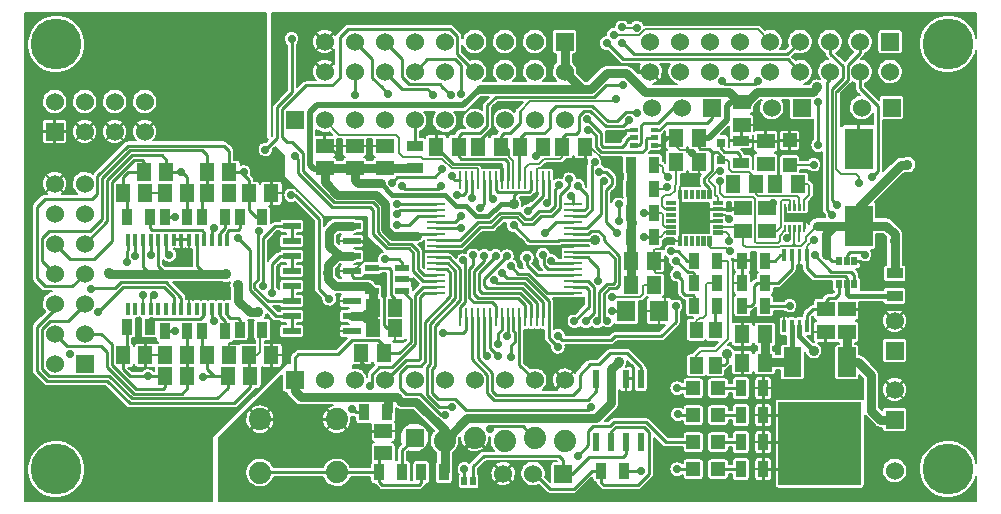
<source format=gtl>
G04 (created by PCBNEW (2013-mar-13)-testing) date Mon 05 Aug 2013 10:08:07 AM PDT*
%MOIN*%
G04 Gerber Fmt 3.4, Leading zero omitted, Abs format*
%FSLAX34Y34*%
G01*
G70*
G90*
G04 APERTURE LIST*
%ADD10C,0.005906*%
%ADD11R,0.059000X0.051200*%
%ADD12R,0.094500X0.137800*%
%ADD13R,0.051200X0.059000*%
%ADD14R,0.063000X0.071000*%
%ADD15R,0.047200X0.047200*%
%ADD16R,0.031400X0.031400*%
%ADD17R,0.020000X0.030000*%
%ADD18R,0.060000X0.060000*%
%ADD19C,0.060000*%
%ADD20R,0.035000X0.055000*%
%ADD21R,0.055000X0.035000*%
%ADD22C,0.074000*%
%ADD23R,0.059000X0.011000*%
%ADD24R,0.011000X0.059000*%
%ADD25R,0.012000X0.039000*%
%ADD26R,0.047200X0.021600*%
%ADD27R,0.059055X0.023622*%
%ADD28C,0.169291*%
%ADD29R,0.023622X0.062992*%
%ADD30R,0.019700X0.031500*%
%ADD31C,0.027992*%
%ADD32C,0.035000*%
%ADD33C,0.010000*%
%ADD34C,0.015000*%
%ADD35C,0.030000*%
%ADD36C,0.007992*%
%ADD37C,0.020000*%
%ADD38C,0.031181*%
G04 APERTURE END LIST*
G54D10*
G54D11*
X72800Y-41125D03*
X72800Y-41875D03*
X57350Y-45925D03*
X57350Y-45175D03*
X72100Y-41125D03*
X72100Y-41875D03*
G54D12*
X73200Y-38330D03*
X73200Y-35770D03*
G54D13*
X66375Y-39500D03*
X65625Y-39500D03*
G54D11*
X56400Y-35675D03*
X56400Y-36425D03*
G54D13*
X63325Y-35700D03*
X64075Y-35700D03*
X65625Y-40300D03*
X66375Y-40300D03*
X69325Y-42900D03*
X70075Y-42900D03*
G54D14*
X65450Y-41180D03*
X66550Y-41180D03*
G54D13*
X61925Y-35700D03*
X62675Y-35700D03*
X61275Y-35700D03*
X60525Y-35700D03*
X59875Y-35700D03*
X59125Y-35700D03*
G54D11*
X57400Y-35675D03*
X57400Y-36425D03*
X69300Y-34225D03*
X69300Y-34975D03*
G54D13*
X71175Y-36950D03*
X70425Y-36950D03*
X69775Y-36950D03*
X69025Y-36950D03*
G54D11*
X70150Y-38500D03*
X70150Y-37750D03*
X55400Y-35675D03*
X55400Y-36425D03*
G54D13*
X50075Y-43350D03*
X50825Y-43350D03*
G54D11*
X69350Y-38500D03*
X69350Y-37750D03*
G54D13*
X67875Y-36200D03*
X67125Y-36200D03*
G54D11*
X70100Y-36275D03*
X70100Y-35525D03*
G54D13*
X67875Y-35400D03*
X67125Y-35400D03*
X70075Y-41950D03*
X69325Y-41950D03*
X52175Y-43350D03*
X52925Y-43350D03*
X48675Y-42650D03*
X49425Y-42650D03*
X50825Y-42650D03*
X50075Y-42650D03*
X51475Y-42650D03*
X52225Y-42650D03*
X52875Y-42650D03*
X53625Y-42650D03*
X57375Y-42575D03*
X56625Y-42575D03*
X57000Y-41075D03*
X57750Y-41075D03*
X57000Y-41750D03*
X57750Y-41750D03*
X52875Y-37250D03*
X53625Y-37250D03*
X51475Y-37250D03*
X52225Y-37250D03*
X50825Y-37250D03*
X50075Y-37250D03*
X48675Y-37250D03*
X49425Y-37250D03*
X49375Y-36550D03*
X50125Y-36550D03*
X51475Y-36550D03*
X52225Y-36550D03*
G54D15*
X67687Y-46450D03*
X68513Y-46450D03*
X67687Y-45550D03*
X68513Y-45550D03*
X67687Y-44650D03*
X68513Y-44650D03*
X67687Y-43750D03*
X68513Y-43750D03*
X70900Y-36313D03*
X70900Y-35487D03*
G54D16*
X68600Y-36155D03*
X68600Y-35565D03*
G54D17*
X60340Y-46850D03*
X60060Y-46850D03*
G54D18*
X74400Y-42500D03*
G54D19*
X74400Y-41500D03*
G54D18*
X74400Y-44800D03*
G54D19*
X74400Y-43800D03*
G54D18*
X63350Y-46600D03*
G54D19*
X62350Y-46600D03*
X61350Y-46600D03*
G54D20*
X58625Y-46550D03*
X59375Y-46550D03*
X69325Y-41000D03*
X70075Y-41000D03*
X69325Y-40250D03*
X70075Y-40250D03*
X57225Y-46550D03*
X57975Y-46550D03*
X69325Y-39500D03*
X70075Y-39500D03*
G54D21*
X74400Y-40675D03*
X74400Y-39925D03*
G54D20*
X68475Y-41000D03*
X67725Y-41000D03*
X68475Y-40250D03*
X67725Y-40250D03*
X68475Y-39500D03*
X67725Y-39500D03*
X69275Y-43750D03*
X70025Y-43750D03*
X69275Y-46450D03*
X70025Y-46450D03*
X69275Y-45550D03*
X70025Y-45550D03*
X65375Y-46500D03*
X64625Y-46500D03*
G54D21*
X58400Y-35675D03*
X58400Y-36425D03*
G54D20*
X66375Y-37900D03*
X65625Y-37900D03*
X69275Y-44650D03*
X70025Y-44650D03*
X50825Y-41850D03*
X50075Y-41850D03*
X66375Y-38700D03*
X65625Y-38700D03*
X66375Y-36300D03*
X65625Y-36300D03*
X51325Y-41850D03*
X52075Y-41850D03*
G54D21*
X69275Y-36250D03*
X69275Y-35500D03*
G54D20*
X56725Y-44550D03*
X57475Y-44550D03*
X66375Y-37100D03*
X65625Y-37100D03*
X48825Y-41700D03*
X49575Y-41700D03*
X53325Y-41800D03*
X52575Y-41800D03*
X49575Y-38050D03*
X48825Y-38050D03*
X50075Y-38050D03*
X50825Y-38050D03*
X52075Y-38050D03*
X51325Y-38050D03*
X52575Y-38050D03*
X53325Y-38050D03*
G54D22*
X53246Y-44785D03*
X55804Y-44790D03*
X53246Y-46565D03*
X55804Y-46560D03*
G54D10*
G36*
X71542Y-39112D02*
X71542Y-39525D01*
X71424Y-39525D01*
X71424Y-39112D01*
X71542Y-39112D01*
X71542Y-39112D01*
G37*
G36*
X71287Y-39112D02*
X71287Y-39525D01*
X71168Y-39525D01*
X71168Y-39112D01*
X71287Y-39112D01*
X71287Y-39112D01*
G37*
G36*
X71031Y-39112D02*
X71031Y-39525D01*
X70912Y-39525D01*
X70912Y-39112D01*
X71031Y-39112D01*
X71031Y-39112D01*
G37*
G36*
X70775Y-39112D02*
X70775Y-39525D01*
X70657Y-39525D01*
X70657Y-39112D01*
X70775Y-39112D01*
X70775Y-39112D01*
G37*
G36*
X70775Y-41474D02*
X70775Y-41887D01*
X70657Y-41887D01*
X70657Y-41474D01*
X70775Y-41474D01*
X70775Y-41474D01*
G37*
G36*
X71031Y-41474D02*
X71031Y-41887D01*
X70912Y-41887D01*
X70912Y-41474D01*
X71031Y-41474D01*
X71031Y-41474D01*
G37*
G36*
X71287Y-41474D02*
X71287Y-41887D01*
X71168Y-41887D01*
X71168Y-41474D01*
X71287Y-41474D01*
X71287Y-41474D01*
G37*
G36*
X71542Y-41474D02*
X71542Y-41887D01*
X71424Y-41887D01*
X71424Y-41474D01*
X71542Y-41474D01*
X71542Y-41474D01*
G37*
G36*
X73100Y-42391D02*
X73100Y-43375D01*
X72510Y-43375D01*
X72510Y-42391D01*
X73100Y-42391D01*
X73100Y-42391D01*
G37*
G36*
X71289Y-42391D02*
X71289Y-43375D01*
X70699Y-43375D01*
X70699Y-42391D01*
X71289Y-42391D01*
X71289Y-42391D01*
G37*
G36*
X73277Y-44222D02*
X73277Y-46977D01*
X70522Y-46977D01*
X70522Y-44222D01*
X73277Y-44222D01*
X73277Y-44222D01*
G37*
G36*
X68198Y-41533D02*
X68631Y-41533D01*
X68631Y-42085D01*
X68198Y-42085D01*
X68198Y-41533D01*
X68198Y-41533D01*
G37*
G36*
X68198Y-42714D02*
X68631Y-42714D01*
X68631Y-43266D01*
X68198Y-43266D01*
X68198Y-42714D01*
X68198Y-42714D01*
G37*
G36*
X67568Y-42714D02*
X68001Y-42714D01*
X68001Y-43266D01*
X67568Y-43266D01*
X67568Y-42714D01*
X67568Y-42714D01*
G37*
G36*
X67568Y-41533D02*
X68001Y-41533D01*
X68001Y-42085D01*
X67568Y-42085D01*
X67568Y-41533D01*
X67568Y-41533D01*
G37*
G54D23*
X63683Y-40576D03*
X63683Y-40379D03*
X63683Y-40182D03*
X63683Y-39985D03*
X63683Y-39788D03*
X63683Y-39592D03*
X63683Y-39395D03*
X63683Y-39198D03*
X63683Y-39002D03*
X63683Y-38805D03*
X63683Y-38608D03*
X63683Y-38412D03*
X63683Y-38215D03*
X63683Y-38018D03*
X63683Y-37821D03*
X63683Y-37624D03*
G54D24*
X62876Y-36817D03*
X62679Y-36817D03*
X62482Y-36817D03*
X62285Y-36817D03*
X62088Y-36817D03*
X61892Y-36817D03*
X61695Y-36817D03*
X61498Y-36817D03*
X61302Y-36817D03*
X61105Y-36817D03*
X60908Y-36817D03*
X60712Y-36817D03*
X60515Y-36817D03*
X60318Y-36817D03*
X60121Y-36817D03*
X59924Y-36817D03*
G54D23*
X59117Y-37624D03*
X59117Y-37821D03*
X59117Y-38018D03*
X59117Y-38215D03*
X59117Y-38412D03*
X59117Y-38608D03*
X59117Y-38805D03*
X59117Y-39002D03*
X59117Y-39198D03*
X59117Y-39395D03*
X59117Y-39592D03*
X59117Y-39788D03*
X59117Y-39985D03*
X59117Y-40182D03*
X59117Y-40379D03*
X59117Y-40576D03*
G54D24*
X59924Y-41383D03*
X60121Y-41383D03*
X60318Y-41383D03*
X60515Y-41383D03*
X60712Y-41383D03*
X60908Y-41383D03*
X61105Y-41383D03*
X61302Y-41383D03*
X61498Y-41383D03*
X61695Y-41383D03*
X61892Y-41383D03*
X62088Y-41383D03*
X62285Y-41383D03*
X62482Y-41383D03*
X62679Y-41383D03*
X62876Y-41383D03*
G54D25*
X48837Y-41098D03*
X49093Y-41098D03*
X49349Y-41098D03*
X49605Y-41098D03*
X49861Y-41098D03*
X50117Y-41098D03*
X50373Y-41098D03*
X50627Y-41098D03*
X50883Y-41098D03*
X51139Y-41098D03*
X51395Y-41098D03*
X51651Y-41098D03*
X51907Y-41098D03*
X52163Y-41098D03*
X52163Y-38802D03*
X51907Y-38802D03*
X51651Y-38802D03*
X51395Y-38802D03*
X51139Y-38802D03*
X50883Y-38802D03*
X50627Y-38802D03*
X50373Y-38802D03*
X50117Y-38802D03*
X49861Y-38802D03*
X49605Y-38802D03*
X49349Y-38802D03*
X49093Y-38802D03*
X48837Y-38802D03*
G54D26*
X57986Y-40499D03*
X57986Y-40125D03*
X57986Y-39751D03*
X56964Y-39751D03*
X56964Y-40499D03*
G54D10*
G36*
X65577Y-35064D02*
X65832Y-35064D01*
X65832Y-35224D01*
X65577Y-35224D01*
X65577Y-35064D01*
X65577Y-35064D01*
G37*
G36*
X65577Y-35320D02*
X65832Y-35320D01*
X65832Y-35479D01*
X65577Y-35479D01*
X65577Y-35320D01*
X65577Y-35320D01*
G37*
G36*
X65577Y-35575D02*
X65832Y-35575D01*
X65832Y-35735D01*
X65577Y-35735D01*
X65577Y-35575D01*
X65577Y-35575D01*
G37*
G36*
X66267Y-35575D02*
X66522Y-35575D01*
X66522Y-35735D01*
X66267Y-35735D01*
X66267Y-35575D01*
X66267Y-35575D01*
G37*
G36*
X66267Y-35320D02*
X66522Y-35320D01*
X66522Y-35479D01*
X66267Y-35479D01*
X66267Y-35320D01*
X66267Y-35320D01*
G37*
G36*
X66267Y-35064D02*
X66522Y-35064D01*
X66522Y-35224D01*
X66267Y-35224D01*
X66267Y-35064D01*
X66267Y-35064D01*
G37*
G54D19*
X74400Y-46500D03*
G54D18*
X54401Y-34824D03*
G54D19*
X55401Y-34824D03*
X56401Y-34824D03*
X57401Y-34824D03*
X58401Y-34824D03*
X59401Y-34824D03*
X60401Y-34824D03*
X61401Y-34824D03*
X62401Y-34824D03*
X63401Y-34824D03*
G54D18*
X54401Y-43485D03*
G54D19*
X55401Y-43485D03*
X56401Y-43485D03*
X57401Y-43485D03*
X58401Y-43485D03*
X59401Y-43485D03*
X60401Y-43485D03*
X61401Y-43485D03*
X62401Y-43485D03*
X63401Y-43485D03*
G54D10*
G36*
X63700Y-31900D02*
X63700Y-32500D01*
X63100Y-32500D01*
X63100Y-31900D01*
X63700Y-31900D01*
X63700Y-31900D01*
G37*
G54D19*
X63400Y-33200D03*
X62400Y-32200D03*
X62400Y-33200D03*
X61400Y-32200D03*
X61400Y-33200D03*
X60400Y-32200D03*
X60400Y-33200D03*
X59400Y-32200D03*
X59400Y-33200D03*
X58400Y-32200D03*
X58400Y-33200D03*
X57400Y-32200D03*
X57400Y-33200D03*
X56400Y-32200D03*
X56400Y-33200D03*
X55400Y-32200D03*
X55400Y-33200D03*
G54D10*
G36*
X74550Y-31900D02*
X74550Y-32500D01*
X73950Y-32500D01*
X73950Y-31900D01*
X74550Y-31900D01*
X74550Y-31900D01*
G37*
G54D19*
X74250Y-33200D03*
X73250Y-32200D03*
X73250Y-33200D03*
X72250Y-32200D03*
X72250Y-33200D03*
X71250Y-32200D03*
X71250Y-33200D03*
X70250Y-32200D03*
X70250Y-33200D03*
X69250Y-32200D03*
X69250Y-33200D03*
X68250Y-32200D03*
X68250Y-33200D03*
X67250Y-32200D03*
X67250Y-33200D03*
X66250Y-32200D03*
X66250Y-33200D03*
G54D18*
X58400Y-45400D03*
G54D22*
X59400Y-45500D03*
X60400Y-45400D03*
X61400Y-45500D03*
X62400Y-45400D03*
X63400Y-45500D03*
G54D18*
X71300Y-34400D03*
G54D19*
X70300Y-34400D03*
G54D18*
X74300Y-34400D03*
G54D19*
X73300Y-34400D03*
G54D27*
X54300Y-38350D03*
X54300Y-38850D03*
X54300Y-39350D03*
X54300Y-39850D03*
X54300Y-40350D03*
X54300Y-40850D03*
X54300Y-41350D03*
X54300Y-41850D03*
X56300Y-41850D03*
X56300Y-41350D03*
X56300Y-40850D03*
X56300Y-40350D03*
X56300Y-39850D03*
X56300Y-39350D03*
X56300Y-38850D03*
X56300Y-38350D03*
G54D28*
X46456Y-46456D03*
X46456Y-32283D03*
G54D29*
X65938Y-45562D03*
X65938Y-43437D03*
X65446Y-45562D03*
X64953Y-45562D03*
X64461Y-45562D03*
X65446Y-43437D03*
X64953Y-43437D03*
X64461Y-43437D03*
G54D18*
X68300Y-34400D03*
G54D19*
X67300Y-34400D03*
X66300Y-34400D03*
G54D10*
G36*
X71333Y-37598D02*
X71422Y-37598D01*
X71422Y-37834D01*
X71333Y-37834D01*
X71333Y-37598D01*
X71333Y-37598D01*
G37*
G36*
X71176Y-37598D02*
X71264Y-37598D01*
X71264Y-37834D01*
X71176Y-37834D01*
X71176Y-37598D01*
X71176Y-37598D01*
G37*
G36*
X71018Y-37598D02*
X71107Y-37598D01*
X71107Y-37834D01*
X71018Y-37834D01*
X71018Y-37598D01*
X71018Y-37598D01*
G37*
G36*
X70861Y-37598D02*
X70949Y-37598D01*
X70949Y-37834D01*
X70861Y-37834D01*
X70861Y-37598D01*
X70861Y-37598D01*
G37*
G36*
X70703Y-37598D02*
X70792Y-37598D01*
X70792Y-37834D01*
X70703Y-37834D01*
X70703Y-37598D01*
X70703Y-37598D01*
G37*
G36*
X70703Y-38307D02*
X70792Y-38307D01*
X70792Y-38543D01*
X70703Y-38543D01*
X70703Y-38307D01*
X70703Y-38307D01*
G37*
G36*
X70861Y-38307D02*
X70949Y-38307D01*
X70949Y-38543D01*
X70861Y-38543D01*
X70861Y-38307D01*
X70861Y-38307D01*
G37*
G36*
X71018Y-38307D02*
X71107Y-38307D01*
X71107Y-38543D01*
X71018Y-38543D01*
X71018Y-38307D01*
X71018Y-38307D01*
G37*
G36*
X71176Y-38307D02*
X71264Y-38307D01*
X71264Y-38543D01*
X71176Y-38543D01*
X71176Y-38307D01*
X71176Y-38307D01*
G37*
G36*
X71333Y-38307D02*
X71422Y-38307D01*
X71422Y-38543D01*
X71333Y-38543D01*
X71333Y-38307D01*
X71333Y-38307D01*
G37*
G54D28*
X76181Y-46456D03*
X76181Y-32283D03*
G54D10*
G36*
X67312Y-39005D02*
X67175Y-39005D01*
X67175Y-38690D01*
X67312Y-38690D01*
X67312Y-39005D01*
X67312Y-39005D01*
G37*
G36*
X67509Y-39005D02*
X67372Y-39005D01*
X67372Y-38690D01*
X67509Y-38690D01*
X67509Y-39005D01*
X67509Y-39005D01*
G37*
G36*
X67706Y-39005D02*
X67568Y-39005D01*
X67568Y-38690D01*
X67706Y-38690D01*
X67706Y-39005D01*
X67706Y-39005D01*
G37*
G36*
X67903Y-39005D02*
X67765Y-39005D01*
X67765Y-38690D01*
X67903Y-38690D01*
X67903Y-39005D01*
X67903Y-39005D01*
G37*
G36*
X68100Y-39005D02*
X67962Y-39005D01*
X67962Y-38690D01*
X68100Y-38690D01*
X68100Y-39005D01*
X68100Y-39005D01*
G37*
G36*
X68297Y-39005D02*
X68159Y-39005D01*
X68159Y-38690D01*
X68297Y-38690D01*
X68297Y-39005D01*
X68297Y-39005D01*
G37*
G36*
X68297Y-37450D02*
X68159Y-37450D01*
X68159Y-37135D01*
X68297Y-37135D01*
X68297Y-37450D01*
X68297Y-37450D01*
G37*
G36*
X68100Y-37450D02*
X67962Y-37450D01*
X67962Y-37135D01*
X68100Y-37135D01*
X68100Y-37450D01*
X68100Y-37450D01*
G37*
G36*
X67903Y-37450D02*
X67765Y-37450D01*
X67765Y-37135D01*
X67903Y-37135D01*
X67903Y-37450D01*
X67903Y-37450D01*
G37*
G36*
X67706Y-37450D02*
X67568Y-37450D01*
X67568Y-37135D01*
X67706Y-37135D01*
X67706Y-37450D01*
X67706Y-37450D01*
G37*
G36*
X67509Y-37450D02*
X67372Y-37450D01*
X67372Y-37135D01*
X67509Y-37135D01*
X67509Y-37450D01*
X67509Y-37450D01*
G37*
G36*
X67312Y-37450D02*
X67175Y-37450D01*
X67175Y-37135D01*
X67312Y-37135D01*
X67312Y-37450D01*
X67312Y-37450D01*
G37*
G36*
X68681Y-38631D02*
X68346Y-38631D01*
X68346Y-38494D01*
X68681Y-38494D01*
X68681Y-38631D01*
X68681Y-38631D01*
G37*
G36*
X68681Y-38435D02*
X68346Y-38435D01*
X68346Y-38297D01*
X68681Y-38297D01*
X68681Y-38435D01*
X68681Y-38435D01*
G37*
G36*
X68681Y-38238D02*
X68346Y-38238D01*
X68346Y-38100D01*
X68681Y-38100D01*
X68681Y-38238D01*
X68681Y-38238D01*
G37*
G36*
X68681Y-38041D02*
X68346Y-38041D01*
X68346Y-37903D01*
X68681Y-37903D01*
X68681Y-38041D01*
X68681Y-38041D01*
G37*
G36*
X68681Y-37844D02*
X68346Y-37844D01*
X68346Y-37706D01*
X68681Y-37706D01*
X68681Y-37844D01*
X68681Y-37844D01*
G37*
G36*
X68681Y-37647D02*
X68346Y-37647D01*
X68346Y-37509D01*
X68681Y-37509D01*
X68681Y-37647D01*
X68681Y-37647D01*
G37*
G36*
X67125Y-37647D02*
X66791Y-37647D01*
X66791Y-37509D01*
X67125Y-37509D01*
X67125Y-37647D01*
X67125Y-37647D01*
G37*
G36*
X67125Y-37844D02*
X66791Y-37844D01*
X66791Y-37706D01*
X67125Y-37706D01*
X67125Y-37844D01*
X67125Y-37844D01*
G37*
G36*
X67125Y-38041D02*
X66791Y-38041D01*
X66791Y-37903D01*
X67125Y-37903D01*
X67125Y-38041D01*
X67125Y-38041D01*
G37*
G36*
X67125Y-38238D02*
X66791Y-38238D01*
X66791Y-38100D01*
X67125Y-38100D01*
X67125Y-38238D01*
X67125Y-38238D01*
G37*
G36*
X67125Y-38435D02*
X66791Y-38435D01*
X66791Y-38297D01*
X67125Y-38297D01*
X67125Y-38435D01*
X67125Y-38435D01*
G37*
G36*
X67125Y-38631D02*
X66791Y-38631D01*
X66791Y-38494D01*
X67125Y-38494D01*
X67125Y-38631D01*
X67125Y-38631D01*
G37*
G54D30*
X72544Y-40294D03*
X72800Y-39506D03*
X73056Y-40294D03*
X72800Y-40294D03*
X73056Y-39506D03*
X72544Y-39506D03*
G54D18*
X46400Y-35200D03*
G54D19*
X46400Y-34200D03*
X47400Y-35200D03*
X47400Y-34200D03*
X48400Y-35200D03*
X48400Y-34200D03*
X49400Y-35200D03*
X49400Y-34200D03*
G54D18*
X47400Y-42933D03*
G54D19*
X46400Y-42933D03*
X47400Y-41933D03*
X46400Y-41933D03*
X47400Y-40933D03*
X46400Y-40933D03*
X47400Y-39933D03*
X46400Y-39933D03*
X47400Y-38933D03*
X46400Y-38933D03*
X47400Y-37933D03*
X46400Y-37933D03*
X47400Y-36933D03*
X46400Y-36933D03*
G54D31*
X46900Y-42620D03*
X61700Y-38320D03*
G54D32*
X61700Y-37610D03*
X64400Y-38800D03*
X65660Y-38260D03*
X71700Y-42500D03*
X74825Y-36300D03*
G54D31*
X49605Y-39325D03*
G54D32*
X52525Y-40325D03*
X53180Y-41220D03*
X71825Y-33725D03*
X65200Y-42875D03*
X74400Y-38840D03*
X68800Y-42600D03*
G54D31*
X65350Y-33650D03*
X65540Y-34820D03*
X65800Y-34575D03*
X65120Y-34100D03*
X57800Y-38300D03*
X49350Y-40660D03*
X49500Y-43350D03*
X53350Y-40330D03*
X53660Y-40590D03*
X51350Y-43375D03*
X53220Y-38520D03*
X52700Y-36550D03*
X52500Y-38740D03*
X50600Y-36540D03*
X57800Y-37950D03*
X49080Y-39330D03*
X48810Y-39560D03*
X57800Y-37600D03*
X47860Y-41200D03*
X47600Y-40430D03*
X59350Y-41925D03*
X57400Y-39460D03*
X53425Y-35800D03*
X54300Y-32100D03*
X63840Y-37010D03*
X49700Y-40660D03*
X62960Y-39500D03*
X66950Y-39190D03*
X68870Y-38850D03*
X66840Y-36720D03*
X70820Y-38760D03*
X68910Y-39190D03*
X66815Y-37060D03*
X68565Y-36860D03*
X67110Y-39500D03*
X62750Y-38570D03*
X63175Y-42000D03*
X67100Y-41025D03*
X61620Y-42720D03*
X68580Y-36520D03*
X67150Y-43750D03*
X61175Y-42675D03*
X60800Y-42675D03*
X67150Y-46450D03*
X56920Y-43680D03*
X63840Y-46000D03*
X67175Y-44625D03*
X64270Y-44390D03*
X64530Y-40175D03*
X64160Y-34770D03*
X63220Y-36990D03*
X63560Y-36790D03*
X64170Y-35150D03*
X60920Y-45120D03*
X59400Y-44650D03*
X59640Y-44380D03*
X65040Y-31980D03*
X64400Y-36220D03*
X64720Y-36850D03*
X65300Y-32250D03*
X64825Y-41500D03*
X72325Y-37975D03*
X61600Y-39675D03*
X59830Y-37320D03*
X65320Y-31725D03*
X65805Y-31730D03*
X63600Y-37330D03*
X59960Y-33960D03*
X60720Y-39340D03*
X59600Y-33975D03*
X61100Y-39340D03*
X61475Y-39350D03*
X59000Y-33975D03*
X61050Y-40150D03*
X57525Y-33950D03*
X63725Y-41525D03*
X73200Y-36900D03*
X64100Y-41525D03*
X73650Y-36725D03*
X62810Y-37580D03*
X62175Y-37850D03*
X59650Y-36670D03*
X61020Y-37460D03*
X60320Y-37420D03*
X64560Y-36540D03*
X65140Y-38580D03*
X62680Y-39300D03*
X64800Y-32250D03*
X64475Y-41525D03*
X72475Y-37650D03*
X62140Y-39400D03*
X67150Y-39970D03*
X59950Y-38400D03*
X66050Y-37900D03*
X59950Y-38000D03*
X65200Y-37625D03*
X65200Y-38175D03*
X66050Y-38700D03*
X56400Y-33975D03*
X63175Y-42375D03*
X73400Y-39300D03*
X61325Y-39925D03*
X71700Y-36300D03*
X71700Y-38800D03*
X69840Y-33520D03*
X68655Y-33525D03*
X71850Y-34200D03*
X71850Y-35650D03*
X71750Y-39325D03*
X70900Y-41000D03*
X60350Y-39325D03*
X57650Y-36900D03*
X59330Y-36460D03*
X54285Y-37325D03*
X55550Y-40770D03*
X54400Y-36000D03*
X57980Y-37010D03*
X59286Y-37022D03*
X60030Y-39490D03*
X60570Y-37750D03*
X50625Y-39575D03*
X50900Y-40525D03*
X52960Y-42140D03*
X53490Y-43250D03*
X52225Y-37250D03*
X50075Y-37250D03*
X49175Y-42125D03*
X57990Y-44665D03*
X66920Y-38840D03*
X63075Y-39175D03*
X60645Y-34135D03*
X55900Y-36050D03*
X65770Y-33040D03*
X61150Y-32690D03*
X61220Y-34330D03*
X73200Y-35770D03*
X63110Y-36360D03*
X65320Y-35275D03*
X65170Y-36160D03*
X62075Y-37500D03*
X62450Y-36025D03*
X70425Y-36950D03*
X70345Y-37595D03*
X69350Y-37750D03*
X69025Y-36950D03*
X56820Y-43080D03*
X67645Y-35900D03*
X58415Y-40285D03*
X50230Y-39310D03*
X68890Y-38120D03*
X70100Y-36270D03*
X60060Y-46440D03*
X65950Y-46500D03*
X50400Y-38050D03*
X51700Y-38400D03*
X64975Y-40700D03*
X61480Y-42020D03*
X51700Y-41500D03*
X50400Y-41850D03*
X64975Y-41175D03*
X61180Y-42280D03*
X56300Y-44450D03*
G54D32*
X52100Y-39950D03*
X48225Y-39925D03*
X55500Y-39900D03*
G54D33*
X46860Y-42580D02*
X46900Y-42620D01*
X63683Y-38805D02*
X63225Y-38805D01*
X62240Y-38860D02*
X62185Y-38805D01*
X63170Y-38860D02*
X62240Y-38860D01*
X63225Y-38805D02*
X63170Y-38860D01*
X62185Y-38805D02*
X61700Y-38320D01*
G54D34*
X60505Y-38029D02*
X60454Y-38029D01*
X60454Y-38029D02*
X60100Y-37675D01*
X61270Y-37610D02*
X61700Y-37610D01*
X60850Y-38029D02*
X60505Y-38029D01*
X61270Y-37610D02*
X60850Y-38029D01*
G54D35*
X56400Y-36800D02*
X56525Y-36925D01*
X56400Y-36425D02*
X56400Y-36800D01*
G54D34*
X59775Y-37675D02*
X60100Y-37675D01*
X59400Y-37300D02*
X59775Y-37675D01*
X57650Y-37300D02*
X59400Y-37300D01*
X57275Y-36925D02*
X57650Y-37300D01*
G54D35*
X56525Y-36925D02*
X57275Y-36925D01*
G54D33*
X61750Y-37590D02*
X61700Y-37610D01*
X61675Y-37585D02*
X61700Y-37610D01*
X61825Y-37225D02*
X61700Y-37350D01*
X61700Y-37350D02*
X61700Y-37610D01*
X61105Y-36817D02*
X61105Y-37155D01*
X61175Y-37225D02*
X61825Y-37225D01*
X61105Y-37155D02*
X61175Y-37225D01*
X62200Y-37225D02*
X61825Y-37225D01*
X62285Y-37140D02*
X62200Y-37225D01*
X62285Y-36817D02*
X62285Y-37140D01*
X63683Y-38805D02*
X64395Y-38805D01*
X64395Y-38805D02*
X64400Y-38800D01*
G54D34*
X71227Y-42027D02*
X71227Y-41681D01*
X71700Y-42500D02*
X71227Y-42027D01*
G54D33*
X64345Y-38855D02*
X64400Y-38800D01*
G54D35*
X65660Y-38260D02*
X65625Y-38260D01*
X65625Y-38260D02*
X65660Y-38260D01*
X65660Y-38260D02*
X65625Y-38260D01*
X64275Y-33775D02*
X60575Y-33775D01*
X74825Y-36300D02*
X74625Y-36300D01*
X73200Y-37725D02*
X73200Y-38330D01*
X74625Y-36300D02*
X73200Y-37725D01*
G54D36*
X69775Y-36950D02*
X69775Y-36775D01*
X68805Y-36155D02*
X68600Y-36155D01*
X68875Y-36225D02*
X68805Y-36155D01*
X68875Y-36450D02*
X68875Y-36225D01*
X68975Y-36550D02*
X68875Y-36450D01*
X69550Y-36550D02*
X68975Y-36550D01*
X69775Y-36775D02*
X69550Y-36550D01*
G54D35*
X53180Y-41220D02*
X52900Y-41220D01*
G54D33*
X49605Y-39325D02*
X49605Y-38802D01*
G54D35*
X52525Y-40845D02*
X52525Y-40325D01*
X52900Y-41220D02*
X52525Y-40845D01*
G54D33*
X57375Y-42575D02*
X57375Y-42355D01*
X54401Y-42738D02*
X54401Y-43485D01*
X54520Y-42620D02*
X54401Y-42738D01*
X55860Y-42620D02*
X54520Y-42620D01*
X56320Y-42160D02*
X55860Y-42620D01*
X57180Y-42160D02*
X56320Y-42160D01*
X57375Y-42355D02*
X57180Y-42160D01*
G54D35*
X69300Y-34225D02*
X69465Y-34225D01*
X71675Y-33875D02*
X71825Y-33725D01*
X69815Y-33875D02*
X71675Y-33875D01*
X69465Y-34225D02*
X69815Y-33875D01*
X69300Y-34225D02*
X69225Y-34225D01*
X64800Y-33250D02*
X64275Y-33775D01*
X65450Y-33250D02*
X64800Y-33250D01*
X66080Y-33880D02*
X65450Y-33250D01*
X68880Y-33880D02*
X66080Y-33880D01*
X69225Y-34225D02*
X68880Y-33880D01*
G54D33*
X57375Y-42575D02*
X57895Y-42575D01*
X58269Y-40794D02*
X57986Y-40511D01*
X57986Y-40511D02*
X57986Y-40499D01*
G54D35*
X55400Y-36425D02*
X55400Y-36875D01*
G54D33*
X58542Y-38608D02*
X59117Y-38608D01*
X58475Y-38675D02*
X58542Y-38608D01*
G54D35*
X57650Y-38675D02*
X58475Y-38675D01*
X57425Y-38450D02*
X57650Y-38675D01*
X57425Y-37600D02*
X57425Y-38450D01*
X57125Y-37300D02*
X57425Y-37600D01*
X55825Y-37300D02*
X57125Y-37300D01*
X55400Y-36875D02*
X55825Y-37300D01*
X57361Y-42561D02*
X57375Y-42575D01*
X57500Y-44050D02*
X57500Y-44525D01*
X57500Y-44525D02*
X57475Y-44550D01*
X69100Y-34225D02*
X69500Y-34225D01*
G54D37*
X55135Y-34325D02*
X54900Y-34560D01*
X60025Y-34325D02*
X55135Y-34325D01*
X60575Y-33775D02*
X60025Y-34325D01*
X54900Y-36300D02*
X55050Y-36450D01*
X54900Y-34560D02*
X54900Y-36300D01*
X55400Y-36425D02*
X55375Y-36450D01*
X55050Y-36450D02*
X55375Y-36450D01*
X68800Y-34800D02*
X68800Y-34360D01*
X68800Y-34800D02*
X68200Y-35400D01*
X67875Y-35400D02*
X68200Y-35400D01*
X68935Y-34225D02*
X69300Y-34225D01*
X68800Y-34360D02*
X68935Y-34225D01*
G54D35*
X64275Y-33775D02*
X64220Y-33775D01*
X64220Y-33775D02*
X64250Y-33775D01*
X64250Y-33775D02*
X63975Y-33775D01*
X63985Y-33775D02*
X64220Y-33775D01*
X63975Y-33775D02*
X63400Y-33200D01*
X56400Y-36425D02*
X57400Y-36425D01*
X55400Y-36425D02*
X56400Y-36425D01*
X57400Y-36425D02*
X58400Y-36425D01*
X59400Y-45500D02*
X59400Y-45150D01*
X54401Y-43851D02*
X54401Y-43485D01*
X55325Y-44050D02*
X54600Y-44050D01*
X56350Y-44050D02*
X55325Y-44050D01*
X57500Y-44050D02*
X56350Y-44050D01*
X54600Y-44050D02*
X54401Y-43851D01*
X57800Y-44050D02*
X57500Y-44050D01*
X57960Y-44210D02*
X57800Y-44050D01*
X58460Y-44210D02*
X57960Y-44210D01*
X59400Y-45150D02*
X58460Y-44210D01*
X64953Y-43437D02*
X64953Y-44246D01*
X60150Y-44750D02*
X59400Y-45500D01*
X64450Y-44750D02*
X60150Y-44750D01*
X64953Y-44246D02*
X64450Y-44750D01*
X64953Y-43121D02*
X64953Y-43437D01*
X65200Y-42875D02*
X64953Y-43121D01*
G54D33*
X68600Y-36155D02*
X68600Y-35986D01*
X68600Y-35986D02*
X68493Y-35880D01*
X68493Y-35880D02*
X68380Y-35880D01*
X68228Y-37293D02*
X68228Y-37078D01*
X68300Y-36500D02*
X68300Y-35960D01*
X68050Y-36750D02*
X68300Y-36500D01*
X68050Y-36900D02*
X68050Y-36750D01*
X68228Y-37078D02*
X68050Y-36900D01*
G54D36*
X68513Y-38366D02*
X69216Y-38366D01*
X69216Y-38366D02*
X69350Y-38500D01*
G54D33*
X68300Y-35960D02*
X68380Y-35880D01*
X68360Y-35900D02*
X68360Y-35880D01*
X68380Y-35880D02*
X68360Y-35900D01*
X68300Y-35960D02*
X68300Y-35880D01*
X68360Y-35880D02*
X68300Y-35880D01*
X68300Y-35880D02*
X68200Y-35780D01*
X68200Y-35780D02*
X67920Y-35780D01*
X67920Y-35780D02*
X67875Y-35735D01*
X67875Y-35735D02*
X67875Y-35400D01*
G54D36*
X70980Y-39010D02*
X70992Y-39010D01*
X70992Y-39010D02*
X71062Y-38940D01*
X71062Y-38940D02*
X71062Y-38942D01*
X71062Y-38942D02*
X71130Y-39010D01*
X71062Y-38425D02*
X71062Y-38940D01*
X71062Y-38940D02*
X71062Y-39010D01*
X71062Y-39010D02*
X71060Y-39007D01*
X71060Y-39007D02*
X71060Y-39000D01*
X71060Y-39000D02*
X71060Y-39010D01*
X69350Y-38500D02*
X69350Y-38970D01*
X71800Y-38350D02*
X71800Y-38330D01*
X71130Y-39010D02*
X71280Y-39010D01*
X71280Y-39010D02*
X71450Y-38840D01*
X71450Y-38840D02*
X71450Y-38700D01*
X71450Y-38700D02*
X71800Y-38350D01*
X70610Y-39010D02*
X70980Y-39010D01*
X70980Y-39010D02*
X71060Y-39010D01*
X71060Y-39010D02*
X71130Y-39010D01*
X70560Y-39060D02*
X70610Y-39010D01*
X69440Y-39060D02*
X70560Y-39060D01*
X69350Y-38970D02*
X69440Y-39060D01*
X71800Y-38330D02*
X71730Y-38330D01*
X71730Y-38330D02*
X71820Y-38330D01*
X69775Y-36950D02*
X69775Y-37275D01*
X71220Y-37420D02*
X71220Y-37745D01*
X71150Y-37350D02*
X71220Y-37420D01*
X69850Y-37350D02*
X71150Y-37350D01*
X69775Y-37275D02*
X69850Y-37350D01*
X71820Y-38330D02*
X71820Y-38380D01*
X71800Y-38400D02*
X71800Y-38330D01*
X71820Y-38380D02*
X71800Y-38400D01*
G54D35*
X71820Y-38330D02*
X71800Y-38330D01*
X71800Y-38330D02*
X72370Y-38330D01*
X74400Y-38840D02*
X74400Y-38600D01*
X74130Y-38330D02*
X73200Y-38330D01*
X74400Y-38600D02*
X74130Y-38330D01*
X74400Y-39925D02*
X74400Y-38840D01*
X63400Y-33200D02*
X63400Y-32200D01*
X65625Y-39500D02*
X65625Y-40300D01*
X65625Y-38700D02*
X65625Y-39500D01*
X65625Y-36300D02*
X65625Y-37100D01*
X65625Y-37100D02*
X65625Y-37900D01*
X65625Y-37900D02*
X65625Y-38260D01*
X65625Y-38260D02*
X65625Y-38700D01*
G54D33*
X68709Y-42990D02*
X68414Y-42990D01*
X68800Y-42900D02*
X68709Y-42990D01*
X68800Y-42600D02*
X68800Y-42900D01*
X72544Y-39506D02*
X72306Y-39506D01*
G54D35*
X72100Y-39300D02*
X72100Y-38600D01*
X72100Y-38600D02*
X72370Y-38330D01*
G54D33*
X72306Y-39506D02*
X72100Y-39300D01*
G54D35*
X72500Y-38330D02*
X72550Y-38330D01*
X72550Y-38330D02*
X73200Y-38330D01*
X72370Y-38330D02*
X72500Y-38330D01*
X59400Y-45500D02*
X59400Y-46525D01*
X59400Y-46525D02*
X59375Y-46550D01*
G54D33*
X57895Y-42575D02*
X58269Y-42201D01*
X58269Y-42201D02*
X58269Y-40794D01*
X61498Y-36817D02*
X61498Y-36210D01*
X59875Y-36025D02*
X59875Y-35700D01*
X59960Y-36110D02*
X59875Y-36025D01*
X61397Y-36110D02*
X59960Y-36110D01*
X61498Y-36210D02*
X61397Y-36110D01*
X59875Y-35700D02*
X59875Y-35350D01*
X64768Y-33650D02*
X65350Y-33650D01*
X64382Y-34035D02*
X64768Y-33650D01*
X61114Y-34035D02*
X64382Y-34035D01*
X60825Y-34325D02*
X61114Y-34035D01*
X60825Y-35000D02*
X60825Y-34325D01*
X60575Y-35250D02*
X60825Y-35000D01*
X59975Y-35250D02*
X60575Y-35250D01*
X59875Y-35350D02*
X59975Y-35250D01*
G54D36*
X63325Y-35700D02*
X63325Y-36035D01*
X62088Y-36412D02*
X62088Y-36817D01*
X62230Y-36270D02*
X62088Y-36412D01*
X62550Y-36270D02*
X62230Y-36270D01*
X62720Y-36100D02*
X62550Y-36270D01*
X63260Y-36100D02*
X62720Y-36100D01*
X63325Y-36035D02*
X63260Y-36100D01*
G54D33*
X63325Y-35400D02*
X63325Y-35700D01*
X63450Y-35275D02*
X63325Y-35400D01*
X63775Y-35275D02*
X63450Y-35275D01*
X63875Y-35175D02*
X63775Y-35275D01*
X63875Y-34675D02*
X63875Y-35175D01*
X64050Y-34500D02*
X63875Y-34675D01*
X64250Y-34500D02*
X64050Y-34500D01*
X64774Y-35024D02*
X64250Y-34500D01*
X65335Y-35024D02*
X64774Y-35024D01*
X65540Y-34820D02*
X65335Y-35024D01*
X65800Y-34575D02*
X65750Y-34575D01*
X61925Y-35400D02*
X61925Y-35700D01*
X62075Y-35250D02*
X61925Y-35400D01*
X62725Y-35250D02*
X62075Y-35250D01*
X62900Y-35075D02*
X62725Y-35250D01*
X62900Y-34550D02*
X62900Y-35075D01*
X63110Y-34339D02*
X62900Y-34550D01*
X64316Y-34339D02*
X63110Y-34339D01*
X64840Y-34863D02*
X64316Y-34339D01*
X65136Y-34863D02*
X64840Y-34863D01*
X65450Y-34550D02*
X65136Y-34863D01*
X65725Y-34550D02*
X65450Y-34550D01*
X65750Y-34575D02*
X65725Y-34550D01*
X61892Y-36817D02*
X61892Y-35733D01*
X61892Y-35733D02*
X61925Y-35700D01*
G54D36*
X65120Y-34100D02*
X65060Y-34189D01*
X65060Y-34189D02*
X62260Y-34189D01*
X62260Y-34189D02*
X61900Y-34550D01*
G54D33*
X61900Y-34550D02*
X61900Y-34925D01*
X61900Y-34925D02*
X61575Y-35250D01*
X61575Y-35250D02*
X61375Y-35250D01*
X61375Y-35250D02*
X61275Y-35350D01*
X61275Y-35350D02*
X61275Y-35700D01*
G54D36*
X61275Y-35700D02*
X61450Y-35700D01*
X61450Y-35700D02*
X61550Y-35800D01*
X61550Y-35800D02*
X61550Y-36050D01*
X61550Y-36050D02*
X61695Y-36195D01*
X61695Y-36195D02*
X61695Y-36817D01*
G54D33*
X57800Y-38300D02*
X58225Y-38300D01*
X58225Y-38300D02*
X58507Y-38018D01*
X59117Y-38018D02*
X58707Y-38018D01*
X58707Y-38018D02*
X58507Y-38018D01*
G54D36*
X49349Y-41098D02*
X49349Y-40661D01*
X49349Y-40661D02*
X49350Y-40660D01*
G54D33*
X49300Y-43775D02*
X50000Y-43775D01*
X47400Y-41933D02*
X47958Y-41933D01*
X48300Y-42275D02*
X47958Y-41933D01*
X48300Y-42975D02*
X48300Y-42275D01*
X49100Y-43775D02*
X48300Y-42975D01*
X49300Y-43775D02*
X49100Y-43775D01*
X50075Y-43700D02*
X50075Y-43350D01*
X50000Y-43775D02*
X50075Y-43700D01*
X53760Y-38350D02*
X54300Y-38350D01*
X53350Y-38760D02*
X53760Y-38350D01*
X53350Y-40330D02*
X53350Y-38760D01*
X54300Y-38850D02*
X54300Y-38350D01*
X48675Y-42650D02*
X48675Y-43125D01*
X48900Y-43350D02*
X49500Y-43350D01*
X48675Y-43125D02*
X48900Y-43350D01*
X49500Y-43350D02*
X50075Y-43350D01*
X48825Y-41700D02*
X48825Y-42500D01*
X48825Y-42500D02*
X48675Y-42650D01*
X50825Y-43350D02*
X50825Y-42650D01*
X49900Y-43935D02*
X50639Y-43935D01*
X50825Y-43750D02*
X50825Y-43350D01*
X50639Y-43935D02*
X50825Y-43750D01*
X46816Y-42350D02*
X46400Y-41933D01*
X47950Y-42350D02*
X46816Y-42350D01*
X48139Y-42539D02*
X47950Y-42350D01*
X48139Y-43041D02*
X48139Y-42539D01*
X49033Y-43935D02*
X48139Y-43041D01*
X49889Y-43935D02*
X49900Y-43935D01*
X49900Y-43935D02*
X49033Y-43935D01*
X50825Y-41850D02*
X50825Y-42650D01*
X52175Y-43350D02*
X51375Y-43350D01*
X53660Y-40590D02*
X53650Y-40580D01*
X53650Y-40580D02*
X53650Y-39610D01*
X53650Y-39610D02*
X53910Y-39350D01*
X53910Y-39350D02*
X54300Y-39350D01*
X51375Y-43350D02*
X51350Y-43375D01*
X52175Y-43350D02*
X52175Y-43750D01*
X46833Y-41500D02*
X47400Y-40933D01*
X46250Y-41500D02*
X46833Y-41500D01*
X45975Y-41775D02*
X46250Y-41500D01*
X45975Y-43100D02*
X45975Y-41775D01*
X46225Y-43350D02*
X45975Y-43100D01*
X48221Y-43350D02*
X46225Y-43350D01*
X48967Y-44095D02*
X48221Y-43350D01*
X51829Y-44095D02*
X48967Y-44095D01*
X52175Y-43750D02*
X51829Y-44095D01*
X54300Y-39850D02*
X54300Y-39350D01*
X51475Y-42650D02*
X51475Y-43125D01*
X51700Y-43350D02*
X52175Y-43350D01*
X51475Y-43125D02*
X51700Y-43350D01*
X51325Y-41850D02*
X51325Y-42500D01*
X51325Y-42500D02*
X51475Y-42650D01*
G54D36*
X52875Y-42650D02*
X53150Y-42650D01*
X53250Y-41875D02*
X53325Y-41800D01*
X53250Y-42550D02*
X53250Y-41875D01*
X53150Y-42650D02*
X53250Y-42550D01*
G54D33*
X52925Y-43350D02*
X52925Y-43725D01*
X46400Y-41123D02*
X46400Y-40933D01*
X45814Y-41708D02*
X46400Y-41123D01*
X45814Y-43166D02*
X45814Y-41708D01*
X46158Y-43510D02*
X45814Y-43166D01*
X48155Y-43510D02*
X46158Y-43510D01*
X48900Y-44255D02*
X48155Y-43510D01*
X52394Y-44255D02*
X48900Y-44255D01*
X52925Y-43725D02*
X52394Y-44255D01*
X52875Y-42650D02*
X52875Y-43300D01*
X52875Y-43300D02*
X52925Y-43350D01*
X53189Y-38690D02*
X53189Y-38550D01*
X53189Y-38690D02*
X53189Y-40130D01*
X53189Y-40130D02*
X53060Y-40260D01*
X53060Y-40260D02*
X53060Y-40410D01*
X54300Y-40850D02*
X53500Y-40850D01*
X53060Y-40410D02*
X53500Y-40850D01*
X53189Y-38550D02*
X53220Y-38520D01*
X52700Y-36550D02*
X52500Y-36550D01*
X53230Y-38530D02*
X53220Y-38520D01*
X52225Y-36550D02*
X52500Y-36550D01*
X52500Y-36550D02*
X52625Y-36550D01*
X52875Y-36800D02*
X52875Y-37250D01*
X52625Y-36550D02*
X52875Y-36800D01*
X52225Y-36550D02*
X52225Y-35850D01*
X52225Y-35850D02*
X52039Y-35664D01*
X52039Y-35664D02*
X48835Y-35664D01*
X48835Y-35664D02*
X47829Y-36670D01*
X47829Y-36670D02*
X47829Y-37270D01*
X47829Y-37270D02*
X47650Y-37450D01*
X47650Y-37450D02*
X46075Y-37450D01*
X46075Y-37450D02*
X45814Y-37710D01*
X45814Y-37710D02*
X45814Y-40089D01*
X45814Y-40089D02*
X46075Y-40350D01*
X46075Y-40350D02*
X46983Y-40350D01*
X46983Y-40350D02*
X47400Y-39933D01*
X54300Y-40850D02*
X54300Y-40350D01*
X53325Y-38050D02*
X53100Y-38050D01*
X53100Y-38050D02*
X52875Y-37825D01*
X52875Y-37825D02*
X52875Y-37250D01*
X51475Y-36550D02*
X51475Y-35975D01*
X51475Y-35975D02*
X51324Y-35824D01*
X51475Y-36550D02*
X51475Y-37250D01*
X45975Y-39508D02*
X46400Y-39933D01*
X51324Y-35824D02*
X48902Y-35824D01*
X48902Y-35824D02*
X47989Y-36737D01*
X47989Y-36737D02*
X47989Y-38116D01*
X47989Y-38116D02*
X47586Y-38520D01*
X47586Y-38520D02*
X46205Y-38520D01*
X46205Y-38520D02*
X45975Y-38750D01*
X45975Y-38750D02*
X45975Y-39508D01*
X51325Y-38050D02*
X51325Y-37400D01*
X51325Y-37400D02*
X51475Y-37250D01*
X53773Y-41350D02*
X54300Y-41350D01*
X52899Y-40476D02*
X53773Y-41350D01*
X52899Y-39139D02*
X52899Y-40476D01*
X52500Y-38740D02*
X52899Y-39139D01*
X50590Y-36550D02*
X50600Y-36540D01*
X50520Y-36550D02*
X50590Y-36550D01*
X50520Y-36550D02*
X50650Y-36550D01*
X50125Y-36550D02*
X50520Y-36550D01*
X50125Y-36550D02*
X50125Y-36135D01*
X50125Y-36135D02*
X49974Y-35984D01*
X49974Y-35984D02*
X48968Y-35984D01*
X48968Y-35984D02*
X48149Y-36803D01*
X48149Y-36803D02*
X48149Y-38183D01*
X48149Y-38183D02*
X47400Y-38933D01*
X54300Y-41850D02*
X54300Y-41350D01*
X50825Y-37250D02*
X50825Y-36725D01*
X50825Y-36725D02*
X50650Y-36550D01*
X50825Y-38050D02*
X50825Y-37250D01*
X49375Y-36550D02*
X49375Y-36200D01*
X46906Y-39440D02*
X46400Y-38933D01*
X47705Y-39440D02*
X46906Y-39440D01*
X48310Y-38835D02*
X47705Y-39440D01*
X48310Y-36870D02*
X48310Y-38835D01*
X49035Y-36145D02*
X48310Y-36870D01*
X49320Y-36145D02*
X49035Y-36145D01*
X49375Y-36200D02*
X49320Y-36145D01*
X48675Y-37250D02*
X48675Y-36725D01*
X48850Y-36550D02*
X49375Y-36550D01*
X48675Y-36725D02*
X48850Y-36550D01*
X48825Y-38050D02*
X48825Y-37400D01*
X48825Y-37400D02*
X48675Y-37250D01*
X58125Y-37821D02*
X57929Y-37821D01*
X57929Y-37821D02*
X57800Y-37950D01*
X49093Y-38802D02*
X49093Y-39317D01*
X49093Y-39317D02*
X49080Y-39330D01*
X49093Y-39222D02*
X49080Y-39330D01*
X58350Y-37821D02*
X58204Y-37821D01*
X58204Y-37821D02*
X58125Y-37821D01*
X58125Y-37821D02*
X58104Y-37821D01*
X58529Y-37821D02*
X58350Y-37821D01*
X58350Y-37821D02*
X58329Y-37821D01*
X59117Y-37821D02*
X58529Y-37821D01*
X48837Y-39163D02*
X48810Y-39190D01*
X48810Y-39190D02*
X48810Y-39560D01*
X48837Y-38802D02*
X48837Y-39163D01*
X59117Y-37624D02*
X57824Y-37624D01*
X57824Y-37624D02*
X57800Y-37600D01*
X48690Y-40370D02*
X50040Y-40370D01*
X48650Y-40410D02*
X48690Y-40370D01*
X50040Y-40370D02*
X50080Y-40410D01*
X50373Y-41098D02*
X50373Y-40703D01*
X50080Y-40410D02*
X50373Y-40703D01*
X47860Y-41200D02*
X48650Y-40410D01*
X47600Y-40430D02*
X47608Y-40421D01*
X47608Y-40421D02*
X48411Y-40421D01*
X48411Y-40421D02*
X48623Y-40209D01*
X48623Y-40209D02*
X50106Y-40209D01*
X50106Y-40209D02*
X50627Y-40730D01*
X50627Y-41098D02*
X50627Y-40730D01*
X60121Y-41804D02*
X60121Y-41383D01*
X60000Y-41925D02*
X59350Y-41925D01*
X60121Y-41804D02*
X60000Y-41925D01*
X57986Y-39751D02*
X57986Y-39576D01*
X57986Y-39576D02*
X57870Y-39460D01*
X57870Y-39460D02*
X57400Y-39460D01*
X57975Y-39740D02*
X57986Y-39751D01*
X53819Y-35405D02*
X53425Y-35800D01*
X53819Y-34393D02*
X53819Y-35405D01*
X54325Y-33888D02*
X53819Y-34393D01*
X54325Y-32125D02*
X54325Y-33888D01*
X54300Y-32100D02*
X54325Y-32125D01*
X63840Y-37010D02*
X64140Y-37310D01*
X64140Y-37310D02*
X64140Y-37380D01*
X64140Y-37740D02*
X64140Y-37380D01*
X64059Y-37821D02*
X64140Y-37740D01*
X63683Y-37821D02*
X64059Y-37821D01*
G54D36*
X49605Y-41098D02*
X49605Y-40720D01*
X49695Y-40660D02*
X49700Y-40660D01*
X49605Y-40720D02*
X49695Y-40660D01*
G54D33*
X62960Y-39500D02*
X62960Y-39527D01*
X67725Y-39500D02*
X67490Y-39500D01*
X67180Y-39190D02*
X66950Y-39190D01*
X67490Y-39500D02*
X67180Y-39190D01*
X63024Y-39592D02*
X63683Y-39592D01*
X62960Y-39527D02*
X63024Y-39592D01*
X63350Y-46600D02*
X63650Y-46600D01*
X65446Y-45953D02*
X65446Y-45562D01*
X65350Y-46050D02*
X65446Y-45953D01*
X64200Y-46050D02*
X65350Y-46050D01*
X63650Y-46600D02*
X64200Y-46050D01*
X60340Y-46850D02*
X60340Y-46360D01*
X63350Y-46150D02*
X63350Y-46600D01*
X63200Y-46000D02*
X63350Y-46150D01*
X60700Y-46000D02*
X63200Y-46000D01*
X60340Y-46360D02*
X60700Y-46000D01*
X64625Y-46500D02*
X64625Y-46900D01*
X64953Y-45196D02*
X64953Y-45562D01*
X65100Y-45050D02*
X64953Y-45196D01*
X66050Y-45050D02*
X65100Y-45050D01*
X66225Y-45225D02*
X66050Y-45050D01*
X66225Y-46600D02*
X66225Y-45225D01*
X65850Y-46975D02*
X66225Y-46600D01*
X64700Y-46975D02*
X65850Y-46975D01*
X64625Y-46900D02*
X64700Y-46975D01*
X62350Y-46600D02*
X62400Y-46600D01*
X64300Y-46500D02*
X64625Y-46500D01*
X63700Y-47100D02*
X64300Y-46500D01*
X62900Y-47100D02*
X63700Y-47100D01*
X62400Y-46600D02*
X62900Y-47100D01*
X64164Y-44135D02*
X61035Y-44135D01*
X64461Y-43838D02*
X64164Y-44135D01*
X64461Y-43437D02*
X64461Y-43838D01*
X60318Y-42793D02*
X60318Y-41383D01*
X60825Y-43300D02*
X60318Y-42793D01*
X60825Y-43925D02*
X60825Y-43300D01*
X61035Y-44135D02*
X60825Y-43925D01*
X63675Y-43975D02*
X61101Y-43975D01*
X65938Y-43038D02*
X65475Y-42575D01*
X65475Y-42575D02*
X64925Y-42575D01*
X64925Y-42575D02*
X64550Y-42950D01*
X64550Y-42950D02*
X64250Y-42950D01*
X64250Y-42950D02*
X63900Y-43300D01*
X63900Y-43300D02*
X63900Y-43750D01*
X63900Y-43750D02*
X63675Y-43975D01*
X65938Y-43437D02*
X65938Y-43038D01*
X60515Y-42763D02*
X60515Y-41383D01*
X60985Y-43233D02*
X60515Y-42763D01*
X60985Y-43858D02*
X60985Y-43233D01*
X61101Y-43975D02*
X60985Y-43858D01*
G54D36*
X68870Y-38850D02*
X68870Y-38645D01*
X68787Y-38562D02*
X68513Y-38562D01*
X68870Y-38645D02*
X68787Y-38562D01*
X66590Y-36300D02*
X66375Y-36300D01*
X66680Y-36390D02*
X66590Y-36300D01*
X66680Y-36560D02*
X66680Y-36390D01*
X66840Y-36720D02*
X66680Y-36560D01*
X70905Y-38674D02*
X70820Y-38760D01*
X70905Y-38425D02*
X70905Y-38674D01*
X68910Y-39190D02*
X68890Y-39190D01*
X68890Y-39190D02*
X68775Y-39075D01*
X68775Y-39075D02*
X68275Y-39075D01*
X68275Y-39075D02*
X68228Y-39028D01*
X68228Y-39028D02*
X68228Y-38848D01*
X69750Y-37450D02*
X69750Y-37448D01*
X70748Y-38425D02*
X70748Y-38491D01*
X69750Y-38870D02*
X69750Y-37450D01*
X69799Y-38919D02*
X69750Y-38870D01*
X70501Y-38919D02*
X69799Y-38919D01*
X70570Y-38851D02*
X70501Y-38919D01*
X70570Y-38670D02*
X70570Y-38851D01*
X70748Y-38491D02*
X70570Y-38670D01*
X69676Y-37375D02*
X68700Y-37375D01*
X68700Y-37375D02*
X68565Y-37240D01*
X68565Y-37240D02*
X68565Y-36860D01*
X69750Y-37448D02*
X69676Y-37375D01*
X66375Y-37100D02*
X66800Y-37100D01*
X66800Y-37100D02*
X66790Y-37060D01*
X66790Y-37060D02*
X66815Y-37060D01*
X66790Y-37060D02*
X66815Y-37060D01*
G54D33*
X63683Y-38215D02*
X63105Y-38215D01*
X67725Y-39935D02*
X67725Y-40250D01*
X67725Y-39935D02*
X67680Y-39890D01*
X67680Y-39890D02*
X67500Y-39890D01*
X67500Y-39890D02*
X67110Y-39500D01*
X63105Y-38215D02*
X62750Y-38570D01*
X63175Y-42000D02*
X63185Y-42000D01*
X61695Y-41843D02*
X61695Y-41383D01*
X61620Y-42320D02*
X61620Y-42720D01*
X61731Y-42208D02*
X61620Y-42320D01*
X61731Y-41880D02*
X61731Y-42208D01*
X61695Y-41843D02*
X61731Y-41880D01*
X67100Y-41550D02*
X67100Y-41025D01*
X66625Y-42025D02*
X67100Y-41550D01*
X65075Y-42025D02*
X66625Y-42025D01*
X64960Y-42139D02*
X65075Y-42025D01*
X63325Y-42139D02*
X64960Y-42139D01*
X63185Y-42000D02*
X63325Y-42139D01*
G54D36*
X68220Y-36792D02*
X68492Y-36520D01*
X68513Y-37578D02*
X68513Y-37393D01*
G54D33*
X68492Y-36520D02*
X68580Y-36520D01*
G54D36*
X68220Y-36857D02*
X68220Y-36792D01*
X68420Y-37057D02*
X68220Y-36857D01*
X68420Y-37300D02*
X68420Y-37057D01*
X68513Y-37393D02*
X68420Y-37300D01*
G54D33*
X60908Y-41383D02*
X60908Y-42408D01*
X67150Y-43750D02*
X67687Y-43750D01*
X60908Y-42408D02*
X61175Y-42675D01*
X67687Y-46450D02*
X67150Y-46450D01*
X60712Y-42587D02*
X60712Y-41383D01*
X60800Y-42675D02*
X60712Y-42587D01*
X66776Y-45550D02*
X67687Y-45550D01*
X66116Y-44889D02*
X66776Y-45550D01*
X65033Y-44889D02*
X66116Y-44889D01*
X64913Y-45010D02*
X65033Y-44889D01*
X64360Y-45010D02*
X64913Y-45010D01*
X64180Y-45190D02*
X64360Y-45010D01*
X64180Y-45660D02*
X64180Y-45190D01*
X63840Y-46000D02*
X64180Y-45660D01*
X56980Y-43620D02*
X56920Y-43680D01*
X56980Y-43300D02*
X56980Y-43620D01*
X57220Y-43060D02*
X56980Y-43300D01*
X57636Y-43060D02*
X57220Y-43060D01*
X58429Y-42267D02*
X57636Y-43060D01*
X58694Y-40379D02*
X59117Y-40379D01*
X58429Y-40644D02*
X58429Y-42267D01*
X58694Y-40379D02*
X58429Y-40644D01*
X67175Y-44625D02*
X67200Y-44650D01*
X67687Y-44650D02*
X67200Y-44650D01*
X59535Y-39395D02*
X59910Y-39769D01*
X59910Y-39769D02*
X59910Y-40828D01*
X59910Y-40828D02*
X59070Y-41668D01*
X59535Y-39395D02*
X59117Y-39395D01*
X59191Y-44120D02*
X59745Y-44120D01*
X58980Y-43908D02*
X59191Y-44120D01*
X64170Y-44489D02*
X64270Y-44390D01*
X60114Y-44489D02*
X64170Y-44489D01*
X59745Y-44120D02*
X60114Y-44489D01*
X59070Y-41668D02*
X59070Y-43016D01*
X59070Y-43016D02*
X58980Y-43106D01*
X58980Y-43106D02*
X58980Y-43908D01*
X64525Y-39750D02*
X64525Y-40170D01*
X64525Y-39750D02*
X64250Y-39475D01*
X63683Y-39395D02*
X64170Y-39395D01*
X64250Y-39475D02*
X64170Y-39395D01*
X64525Y-40170D02*
X64530Y-40175D01*
X57975Y-46550D02*
X57975Y-45825D01*
X57975Y-45825D02*
X58400Y-45400D01*
X65450Y-35500D02*
X65550Y-35400D01*
X65550Y-35400D02*
X65704Y-35400D01*
X65450Y-35589D02*
X65325Y-35714D01*
X64610Y-35235D02*
X64160Y-34770D01*
X64610Y-35633D02*
X64610Y-35235D01*
X64691Y-35714D02*
X64610Y-35633D01*
X65325Y-35714D02*
X64691Y-35714D01*
X65450Y-35589D02*
X65450Y-35500D01*
X59915Y-38805D02*
X60220Y-38500D01*
X60505Y-38214D02*
X60927Y-38214D01*
X63080Y-37680D02*
X63080Y-37130D01*
X59117Y-38805D02*
X59915Y-38805D01*
X60505Y-38214D02*
X60220Y-38500D01*
X62920Y-37840D02*
X63080Y-37680D01*
X62540Y-37840D02*
X62920Y-37840D01*
X63080Y-37130D02*
X63220Y-36990D01*
X62270Y-38110D02*
X62540Y-37840D01*
X62080Y-38110D02*
X62270Y-38110D01*
X61870Y-37900D02*
X62080Y-38110D01*
X61241Y-37900D02*
X61870Y-37900D01*
X60927Y-38214D02*
X61241Y-37900D01*
X65995Y-35875D02*
X66105Y-35764D01*
X66105Y-35764D02*
X66105Y-35661D01*
X66160Y-35400D02*
X66395Y-35400D01*
X66105Y-35454D02*
X66160Y-35400D01*
X66105Y-35661D02*
X66105Y-35454D01*
X64270Y-35150D02*
X64170Y-35150D01*
X64450Y-35350D02*
X64270Y-35150D01*
X64450Y-35700D02*
X64450Y-35350D01*
X64625Y-35875D02*
X64450Y-35700D01*
X65905Y-35875D02*
X64625Y-35875D01*
X65905Y-35875D02*
X65995Y-35875D01*
X60571Y-38375D02*
X60995Y-38375D01*
X63240Y-37329D02*
X63560Y-37010D01*
X63560Y-36790D02*
X63560Y-37010D01*
X62986Y-38000D02*
X63240Y-37746D01*
X62606Y-38000D02*
X62986Y-38000D01*
X60571Y-38375D02*
X60380Y-38566D01*
X59944Y-39002D02*
X59117Y-39002D01*
X59944Y-39002D02*
X60380Y-38566D01*
X63240Y-37746D02*
X63240Y-37329D01*
X62336Y-38270D02*
X62606Y-38000D01*
X62013Y-38270D02*
X62336Y-38270D01*
X61803Y-38060D02*
X62013Y-38270D01*
X61309Y-38060D02*
X61803Y-38060D01*
X60995Y-38375D02*
X61309Y-38060D01*
X59400Y-44650D02*
X59268Y-44650D01*
X62389Y-45400D02*
X62000Y-45010D01*
X62000Y-45010D02*
X61029Y-45010D01*
X61029Y-45010D02*
X60920Y-45120D01*
X58100Y-43950D02*
X57900Y-43750D01*
X57900Y-43750D02*
X57900Y-43250D01*
X62389Y-45400D02*
X62400Y-45400D01*
X58568Y-43950D02*
X58100Y-43950D01*
X59268Y-44650D02*
X58568Y-43950D01*
X59117Y-39788D02*
X59475Y-39788D01*
X57900Y-43250D02*
X58150Y-43000D01*
X58150Y-43000D02*
X58599Y-43000D01*
X58599Y-43000D02*
X58749Y-42850D01*
X58749Y-42850D02*
X58749Y-41535D01*
X58749Y-41535D02*
X59589Y-40695D01*
X59589Y-40695D02*
X59589Y-39902D01*
X59589Y-39902D02*
X59475Y-39788D01*
X59506Y-39592D02*
X59117Y-39592D01*
X59750Y-39836D02*
X59506Y-39592D01*
X59750Y-40762D02*
X59750Y-39836D01*
X58910Y-41602D02*
X59750Y-40762D01*
X59640Y-44380D02*
X59224Y-44380D01*
X59224Y-44380D02*
X58820Y-43975D01*
G54D36*
X59640Y-44380D02*
X59540Y-44380D01*
G54D33*
X58910Y-42949D02*
X58910Y-41602D01*
X58820Y-43040D02*
X58910Y-42949D01*
X58820Y-43975D02*
X58820Y-43040D01*
X66395Y-35144D02*
X66555Y-35144D01*
X68300Y-34750D02*
X68300Y-34400D01*
X68150Y-34900D02*
X68300Y-34750D01*
X66800Y-34900D02*
X68150Y-34900D01*
X66555Y-35144D02*
X66800Y-34900D01*
X66200Y-34900D02*
X66035Y-34900D01*
X66200Y-34900D02*
X66500Y-34900D01*
X66500Y-34900D02*
X67000Y-34400D01*
X67300Y-34400D02*
X67000Y-34400D01*
X65884Y-35655D02*
X65704Y-35655D01*
X65945Y-35595D02*
X65884Y-35655D01*
X65945Y-34990D02*
X65945Y-35595D01*
X66035Y-34900D02*
X65945Y-34990D01*
X64300Y-37806D02*
X64300Y-36299D01*
X64300Y-36299D02*
X64400Y-36220D01*
X64088Y-38018D02*
X64300Y-37806D01*
G54D36*
X65040Y-31980D02*
X65895Y-31980D01*
G54D33*
X63683Y-38018D02*
X64088Y-38018D01*
G54D36*
X69840Y-31790D02*
X70250Y-32200D01*
X66085Y-31790D02*
X69840Y-31790D01*
X65895Y-31980D02*
X66085Y-31790D01*
G54D33*
X64147Y-38412D02*
X63683Y-38412D01*
X65350Y-32250D02*
X65725Y-32625D01*
X65725Y-32625D02*
X70825Y-32625D01*
X71250Y-32200D02*
X70825Y-32625D01*
X64620Y-36929D02*
X64720Y-36850D01*
X64620Y-37939D02*
X64620Y-36929D01*
X64147Y-38412D02*
X64620Y-37939D01*
X65300Y-32250D02*
X65350Y-32250D01*
X65225Y-40300D02*
X65225Y-39348D01*
X72250Y-33200D02*
X72250Y-33450D01*
X65100Y-40425D02*
X65225Y-40300D01*
X64875Y-40425D02*
X65100Y-40425D01*
X64700Y-40600D02*
X64875Y-40425D01*
X64700Y-41375D02*
X64700Y-40600D01*
X64825Y-41500D02*
X64700Y-41375D01*
X72150Y-37800D02*
X72325Y-37975D01*
X72150Y-33550D02*
X72150Y-37800D01*
X72250Y-33450D02*
X72150Y-33550D01*
X64178Y-38608D02*
X63683Y-38608D01*
X64286Y-38500D02*
X64178Y-38608D01*
X64520Y-38500D02*
X64286Y-38500D01*
X64700Y-38680D02*
X64520Y-38500D01*
X64700Y-38823D02*
X64700Y-38680D01*
X65225Y-39348D02*
X64700Y-38823D01*
X62829Y-40576D02*
X62186Y-39933D01*
X62186Y-39933D02*
X61858Y-39933D01*
X61858Y-39933D02*
X61600Y-39675D01*
X63683Y-40576D02*
X62829Y-40576D01*
X60005Y-37320D02*
X59830Y-37320D01*
X60121Y-37204D02*
X60005Y-37320D01*
X60121Y-36817D02*
X60121Y-37204D01*
G54D36*
X65320Y-31725D02*
X65325Y-31730D01*
X65325Y-31730D02*
X65805Y-31730D01*
G54D33*
X63683Y-37413D02*
X63600Y-37330D01*
X63683Y-37624D02*
X63683Y-37413D01*
X59960Y-32986D02*
X59753Y-32780D01*
X59960Y-33960D02*
X59960Y-32986D01*
X62088Y-41383D02*
X62088Y-40968D01*
X62088Y-40968D02*
X61854Y-40734D01*
X61854Y-40734D02*
X60505Y-40734D01*
X60505Y-40734D02*
X60391Y-40620D01*
X59960Y-33960D02*
X59940Y-33940D01*
X60391Y-40620D02*
X60391Y-39835D01*
X60391Y-39835D02*
X60720Y-39506D01*
X58820Y-32780D02*
X58400Y-33200D01*
X59753Y-32780D02*
X58820Y-32780D01*
X60720Y-39506D02*
X60720Y-39340D01*
X57975Y-33375D02*
X57975Y-32775D01*
X57400Y-32200D02*
X57975Y-32775D01*
X62285Y-40938D02*
X62285Y-41383D01*
X62285Y-40938D02*
X61921Y-40574D01*
X58225Y-33625D02*
X57975Y-33375D01*
X59250Y-33625D02*
X58225Y-33625D01*
X59325Y-33700D02*
X59250Y-33625D01*
X59600Y-33975D02*
X59325Y-33700D01*
X61921Y-40574D02*
X60645Y-40574D01*
X60645Y-40574D02*
X60551Y-40480D01*
X60551Y-40480D02*
X60551Y-39901D01*
X61100Y-39353D02*
X61100Y-39340D01*
X60551Y-39901D02*
X61100Y-39353D01*
X62482Y-40908D02*
X61987Y-40414D01*
X61987Y-40414D02*
X60800Y-40414D01*
X60800Y-40414D02*
X60711Y-40325D01*
X60711Y-40325D02*
X60711Y-40113D01*
X60711Y-40113D02*
X61475Y-39350D01*
X62482Y-41383D02*
X62482Y-40908D01*
X57985Y-33785D02*
X57400Y-33200D01*
X58825Y-33785D02*
X57985Y-33785D01*
X59000Y-33975D02*
X59000Y-33960D01*
X59000Y-33960D02*
X58825Y-33785D01*
X57300Y-33725D02*
X57525Y-33950D01*
X62679Y-40879D02*
X62053Y-40254D01*
X62053Y-40254D02*
X61154Y-40254D01*
X61154Y-40254D02*
X61050Y-40150D01*
X62679Y-41383D02*
X62679Y-40879D01*
X56975Y-32775D02*
X56400Y-32200D01*
X56975Y-33400D02*
X56975Y-32775D01*
X57300Y-33725D02*
X56975Y-33400D01*
X64104Y-40379D02*
X63683Y-40379D01*
X64219Y-40494D02*
X64104Y-40379D01*
X64219Y-41030D02*
X64219Y-40494D01*
X63725Y-41525D02*
X64219Y-41030D01*
G54D36*
X73200Y-36900D02*
X73200Y-36725D01*
G54D33*
X73250Y-32575D02*
X72835Y-32989D01*
X72835Y-32989D02*
X72835Y-33466D01*
X72835Y-33466D02*
X72470Y-33831D01*
X73250Y-32575D02*
X73250Y-32200D01*
G54D36*
X72460Y-33841D02*
X72470Y-33831D01*
X72460Y-36460D02*
X72460Y-33841D01*
X72625Y-36625D02*
X72460Y-36460D01*
X73100Y-36625D02*
X72625Y-36625D01*
X73200Y-36725D02*
X73100Y-36625D01*
G54D33*
X64100Y-41525D02*
X64379Y-41245D01*
X64379Y-41245D02*
X64379Y-40379D01*
X64379Y-40379D02*
X64182Y-40182D01*
X64182Y-40182D02*
X63683Y-40182D01*
X73250Y-33200D02*
X73250Y-33750D01*
X73850Y-36525D02*
X73650Y-36725D01*
X73850Y-34350D02*
X73850Y-36525D01*
X73250Y-33750D02*
X73850Y-34350D01*
X62876Y-36817D02*
X62876Y-37514D01*
X62876Y-37514D02*
X62810Y-37580D01*
X62679Y-36817D02*
X62679Y-37346D01*
X62679Y-37346D02*
X62175Y-37850D01*
X59650Y-36670D02*
X59650Y-36730D01*
X59737Y-36817D02*
X59924Y-36817D01*
X59650Y-36730D02*
X59737Y-36817D01*
X59650Y-36670D02*
X59650Y-36720D01*
X59907Y-36800D02*
X59924Y-36817D01*
X54685Y-36528D02*
X54685Y-35904D01*
X54150Y-35550D02*
X53980Y-35380D01*
X54330Y-35550D02*
X54150Y-35550D01*
X54685Y-35904D02*
X54330Y-35550D01*
X59575Y-31775D02*
X59825Y-32025D01*
X59825Y-32025D02*
X59825Y-32625D01*
X60400Y-33200D02*
X59825Y-32625D01*
X55900Y-32060D02*
X56185Y-31775D01*
X55900Y-33400D02*
X55900Y-32060D01*
X56185Y-31775D02*
X59575Y-31775D01*
X53980Y-34660D02*
X53980Y-34460D01*
X53980Y-35390D02*
X53980Y-35380D01*
X53980Y-35380D02*
X53980Y-34660D01*
X54980Y-33660D02*
X55640Y-33660D01*
X55640Y-33660D02*
X55900Y-33400D01*
X54780Y-33660D02*
X54980Y-33660D01*
X53980Y-34460D02*
X54780Y-33660D01*
X54685Y-36528D02*
X55717Y-37560D01*
X55717Y-37560D02*
X57017Y-37560D01*
X57017Y-37560D02*
X57164Y-37707D01*
X57164Y-37707D02*
X57164Y-38557D01*
X57164Y-38557D02*
X57542Y-38935D01*
X57542Y-38935D02*
X58265Y-38935D01*
X58265Y-38935D02*
X58505Y-39175D01*
X58505Y-39175D02*
X58505Y-39780D01*
X58505Y-39780D02*
X58710Y-39985D01*
X59117Y-39985D02*
X58710Y-39985D01*
X60908Y-36817D02*
X60908Y-37348D01*
X60908Y-37348D02*
X61020Y-37460D01*
X60318Y-36817D02*
X60318Y-37418D01*
X60318Y-37418D02*
X60320Y-37420D01*
X64560Y-36540D02*
X64780Y-36540D01*
X64780Y-38220D02*
X65140Y-38580D01*
X64780Y-37159D02*
X64780Y-38220D01*
X64980Y-36960D02*
X64780Y-37159D01*
X64980Y-36740D02*
X64980Y-36960D01*
X64780Y-36540D02*
X64980Y-36740D01*
X62700Y-39640D02*
X62700Y-39320D01*
X62700Y-39320D02*
X62680Y-39300D01*
X62848Y-39788D02*
X63683Y-39788D01*
X62700Y-39640D02*
X62848Y-39788D01*
X62660Y-39320D02*
X62680Y-39300D01*
X64800Y-32250D02*
X64825Y-32250D01*
X70835Y-32785D02*
X71250Y-33200D01*
X65360Y-32785D02*
X70835Y-32785D01*
X64825Y-32250D02*
X65360Y-32785D01*
X72250Y-32200D02*
X72250Y-32600D01*
X64848Y-39198D02*
X63683Y-39198D01*
X65064Y-39414D02*
X64848Y-39198D01*
X65064Y-40200D02*
X65064Y-39414D01*
X65000Y-40264D02*
X65064Y-40200D01*
X64808Y-40264D02*
X65000Y-40264D01*
X64539Y-40533D02*
X64808Y-40264D01*
X64539Y-41460D02*
X64539Y-40533D01*
X64475Y-41525D02*
X64539Y-41460D01*
X72310Y-37485D02*
X72475Y-37650D01*
X72310Y-33764D02*
X72310Y-37485D01*
X72675Y-33400D02*
X72310Y-33764D01*
X72675Y-33025D02*
X72675Y-33400D01*
X72250Y-32600D02*
X72675Y-33025D01*
X62464Y-39984D02*
X62140Y-39660D01*
X62140Y-39660D02*
X62140Y-39400D01*
X63683Y-39985D02*
X62464Y-39985D01*
X62464Y-39985D02*
X62464Y-39984D01*
X67725Y-41000D02*
X67725Y-40685D01*
X67315Y-40135D02*
X67150Y-39970D01*
X67315Y-40545D02*
X67315Y-40135D01*
X67410Y-40640D02*
X67315Y-40545D01*
X67680Y-40640D02*
X67410Y-40640D01*
X67725Y-40685D02*
X67680Y-40640D01*
X59950Y-38400D02*
X59938Y-38412D01*
X59938Y-38412D02*
X59117Y-38412D01*
G54D36*
X66958Y-38366D02*
X66741Y-38366D01*
X66625Y-37900D02*
X66375Y-37900D01*
X66675Y-37950D02*
X66625Y-37900D01*
X66675Y-38300D02*
X66675Y-37950D01*
X66741Y-38366D02*
X66675Y-38300D01*
G54D33*
X66050Y-37900D02*
X66375Y-37900D01*
X59735Y-38215D02*
X59117Y-38215D01*
X59950Y-38000D02*
X59735Y-38215D01*
X65200Y-38175D02*
X65200Y-37625D01*
X66050Y-38700D02*
X66375Y-38700D01*
G54D36*
X66958Y-38562D02*
X66737Y-38562D01*
X66737Y-38562D02*
X66600Y-38700D01*
X66600Y-38700D02*
X66375Y-38700D01*
G54D33*
X61892Y-41383D02*
X61892Y-42976D01*
X61892Y-42976D02*
X62401Y-43485D01*
X72100Y-41125D02*
X71675Y-41125D01*
X71483Y-41316D02*
X71483Y-41681D01*
X71675Y-41125D02*
X71483Y-41316D01*
X72544Y-40294D02*
X72544Y-40606D01*
X72100Y-40850D02*
X72100Y-41125D01*
X72200Y-40750D02*
X72100Y-40850D01*
X72400Y-40750D02*
X72200Y-40750D01*
X72544Y-40606D02*
X72400Y-40750D01*
X56400Y-33200D02*
X56400Y-33975D01*
X62876Y-41383D02*
X62876Y-42076D01*
X72800Y-39300D02*
X72900Y-39200D01*
X72900Y-39200D02*
X73300Y-39200D01*
X73300Y-39200D02*
X73400Y-39300D01*
X72800Y-39300D02*
X72800Y-39506D01*
X62876Y-42076D02*
X63175Y-42375D01*
X62876Y-40849D02*
X62120Y-40093D01*
X62120Y-40093D02*
X61493Y-40093D01*
X61493Y-40093D02*
X61325Y-39925D01*
X62876Y-40849D02*
X62876Y-41383D01*
X72800Y-40294D02*
X72800Y-40075D01*
X71483Y-39758D02*
X71483Y-39318D01*
X71750Y-40025D02*
X71483Y-39758D01*
X72750Y-40025D02*
X71750Y-40025D01*
X72800Y-40075D02*
X72750Y-40025D01*
G54D36*
X70900Y-36313D02*
X71687Y-36313D01*
X71687Y-36313D02*
X71700Y-36300D01*
X71700Y-38800D02*
X71483Y-39016D01*
X71483Y-39016D02*
X71483Y-39318D01*
G54D34*
X72800Y-40294D02*
X72800Y-40600D01*
X72875Y-40675D02*
X74400Y-40675D01*
X72800Y-40600D02*
X72875Y-40675D01*
G54D33*
X68655Y-33525D02*
X68660Y-33525D01*
X69740Y-33619D02*
X69840Y-33520D01*
X71850Y-34200D02*
X71850Y-35650D01*
X68755Y-33619D02*
X69740Y-33619D01*
X68660Y-33525D02*
X68755Y-33619D01*
X72939Y-39864D02*
X72289Y-39864D01*
X73056Y-40294D02*
X73056Y-39981D01*
X72939Y-39864D02*
X73056Y-39981D01*
X72289Y-39864D02*
X71750Y-39325D01*
X70900Y-41000D02*
X70075Y-41000D01*
G54D35*
X70994Y-42883D02*
X70091Y-42883D01*
X70075Y-42866D02*
X70075Y-41950D01*
X70091Y-42883D02*
X70075Y-42866D01*
G54D34*
X70972Y-41681D02*
X70972Y-42861D01*
X70972Y-42861D02*
X70994Y-42883D01*
G54D35*
X73625Y-44425D02*
X73625Y-44500D01*
X73625Y-43325D02*
X73625Y-44425D01*
X73925Y-44800D02*
X74400Y-44800D01*
X73625Y-44500D02*
X73925Y-44800D01*
X72805Y-42883D02*
X72805Y-41880D01*
X72805Y-41880D02*
X72800Y-41875D01*
X73183Y-42883D02*
X72805Y-42883D01*
X73600Y-43300D02*
X73625Y-43325D01*
X73625Y-43325D02*
X73183Y-42883D01*
G54D33*
X61105Y-41383D02*
X61105Y-41025D01*
X60350Y-39650D02*
X60350Y-39325D01*
X60230Y-39769D02*
X60350Y-39650D01*
X60230Y-40760D02*
X60230Y-39769D01*
X60365Y-40894D02*
X60230Y-40760D01*
X60974Y-40894D02*
X60365Y-40894D01*
X61105Y-41025D02*
X60974Y-40894D01*
X57830Y-36720D02*
X57650Y-36900D01*
X59070Y-36720D02*
X57830Y-36720D01*
X59330Y-36460D02*
X59070Y-36720D01*
X58589Y-42750D02*
X58589Y-41460D01*
X58589Y-41460D02*
X58589Y-40710D01*
X58539Y-42800D02*
X58589Y-42750D01*
X58123Y-42800D02*
X58539Y-42800D01*
X54285Y-37325D02*
X54425Y-37325D01*
X54425Y-37325D02*
X55210Y-38110D01*
X55210Y-38110D02*
X55210Y-40430D01*
X55210Y-40430D02*
X55550Y-40770D01*
X54285Y-37325D02*
X54425Y-37325D01*
X57401Y-43485D02*
X57437Y-43485D01*
X57437Y-43485D02*
X58123Y-42800D01*
X58724Y-40576D02*
X59117Y-40576D01*
X58589Y-40710D02*
X58724Y-40576D01*
X58680Y-40182D02*
X58344Y-39846D01*
X58344Y-39846D02*
X58344Y-39241D01*
X58344Y-39241D02*
X58198Y-39095D01*
X58198Y-39095D02*
X57475Y-39095D01*
X57475Y-39095D02*
X57004Y-38624D01*
X57004Y-38624D02*
X57004Y-37825D01*
X57004Y-37825D02*
X56900Y-37720D01*
X56900Y-37720D02*
X55650Y-37720D01*
X55650Y-37720D02*
X54902Y-36972D01*
X59117Y-40182D02*
X58680Y-40182D01*
X54524Y-36594D02*
X54902Y-36972D01*
X54524Y-36124D02*
X54524Y-36594D01*
X54400Y-36000D02*
X54524Y-36124D01*
G54D36*
X58625Y-36050D02*
X58025Y-36050D01*
X60515Y-36460D02*
X60475Y-36420D01*
X60475Y-36420D02*
X59633Y-36420D01*
X59633Y-36420D02*
X59312Y-36100D01*
X59312Y-36100D02*
X58675Y-36100D01*
X58675Y-36100D02*
X58625Y-36050D01*
X60515Y-36817D02*
X60515Y-36460D01*
X55877Y-35300D02*
X55401Y-34824D01*
X57775Y-35300D02*
X55877Y-35300D01*
X57895Y-35420D02*
X57775Y-35300D01*
X57895Y-35920D02*
X57895Y-35420D01*
X58025Y-36050D02*
X57895Y-35920D01*
G54D33*
X59924Y-41383D02*
X59924Y-41041D01*
X58084Y-37114D02*
X57980Y-37010D01*
X59193Y-37114D02*
X58084Y-37114D01*
X59286Y-37022D02*
X59193Y-37114D01*
X60070Y-39530D02*
X60030Y-39490D01*
X60070Y-40894D02*
X60070Y-39530D01*
X59924Y-41041D02*
X60070Y-40894D01*
X60712Y-36817D02*
X60712Y-37613D01*
X60712Y-37613D02*
X60570Y-37750D01*
X50627Y-39573D02*
X50625Y-39575D01*
X50627Y-38802D02*
X50627Y-39573D01*
G54D36*
X50883Y-41098D02*
X50883Y-40542D01*
X50883Y-40542D02*
X50900Y-40525D01*
X56300Y-38850D02*
X56630Y-38850D01*
X56710Y-39500D02*
X56610Y-39600D01*
X56710Y-38930D02*
X56710Y-39500D01*
X56630Y-38850D02*
X56710Y-38930D01*
X56360Y-39850D02*
X56610Y-39600D01*
X53625Y-42650D02*
X53625Y-43115D01*
X52235Y-42240D02*
X52225Y-42250D01*
X52235Y-42240D02*
X52860Y-42240D01*
X52860Y-42240D02*
X52960Y-42140D01*
X53625Y-43115D02*
X53490Y-43250D01*
X52225Y-42650D02*
X52225Y-42250D01*
X56300Y-39850D02*
X56360Y-39850D01*
G54D33*
X57750Y-41750D02*
X57490Y-41750D01*
X56316Y-39866D02*
X56300Y-39850D01*
X56316Y-40020D02*
X56316Y-39866D01*
X56380Y-40083D02*
X56316Y-40020D01*
X57163Y-40083D02*
X56380Y-40083D01*
X57380Y-40300D02*
X57163Y-40083D01*
X57380Y-41640D02*
X57380Y-40300D01*
X57490Y-41750D02*
X57380Y-41640D01*
X52550Y-42250D02*
X52225Y-42250D01*
G54D36*
X49425Y-42650D02*
X49425Y-42225D01*
X49325Y-42125D02*
X49175Y-42125D01*
X49425Y-42225D02*
X49325Y-42125D01*
X57990Y-45010D02*
X57990Y-44665D01*
G54D33*
X66941Y-38818D02*
X66920Y-38840D01*
X63248Y-39002D02*
X63075Y-39175D01*
X63248Y-39002D02*
X63683Y-39002D01*
X70800Y-38000D02*
X71225Y-38000D01*
X71377Y-38152D02*
X71377Y-38425D01*
X71377Y-38152D02*
X71325Y-38100D01*
X71225Y-38000D02*
X71325Y-38100D01*
G54D36*
X57350Y-45175D02*
X57825Y-45175D01*
X57825Y-45175D02*
X57990Y-45010D01*
X59125Y-35700D02*
X59125Y-35255D01*
X60515Y-34135D02*
X60645Y-34135D01*
X59935Y-34715D02*
X60515Y-34135D01*
X59935Y-34950D02*
X59935Y-34715D01*
X59640Y-35245D02*
X59935Y-34950D01*
X59135Y-35245D02*
X59640Y-35245D01*
X59125Y-35255D02*
X59135Y-35245D01*
X62482Y-36817D02*
X62482Y-36463D01*
X63055Y-36415D02*
X63110Y-36360D01*
X62530Y-36415D02*
X63055Y-36415D01*
X62482Y-36463D02*
X62530Y-36415D01*
G54D33*
X57986Y-40125D02*
X58255Y-40125D01*
X56935Y-47135D02*
X52960Y-47135D01*
X57100Y-47135D02*
X56935Y-47135D01*
X52675Y-45356D02*
X53246Y-44785D01*
X52675Y-46850D02*
X52675Y-45356D01*
X52960Y-47135D02*
X52675Y-46850D01*
X57350Y-45175D02*
X56189Y-45175D01*
X56189Y-45175D02*
X55804Y-44790D01*
X55804Y-44790D02*
X53251Y-44790D01*
X53251Y-44790D02*
X53246Y-44785D01*
X59695Y-36270D02*
X59125Y-35700D01*
X61150Y-36270D02*
X59695Y-36270D01*
X55400Y-35675D02*
X55525Y-35675D01*
X55525Y-35675D02*
X55900Y-36050D01*
X66375Y-39425D02*
X66375Y-39500D01*
X66350Y-39400D02*
X66375Y-39425D01*
X65930Y-33200D02*
X65770Y-33040D01*
X66250Y-33200D02*
X65930Y-33200D01*
X60985Y-35084D02*
X60985Y-34564D01*
X60985Y-34564D02*
X61220Y-34330D01*
X60525Y-35700D02*
X60525Y-35545D01*
X60525Y-35545D02*
X60975Y-35095D01*
X60975Y-35095D02*
X60985Y-35084D01*
X73056Y-39506D02*
X73226Y-39506D01*
X75035Y-41125D02*
X72800Y-41125D01*
X75190Y-40970D02*
X75035Y-41125D01*
X75190Y-40500D02*
X75190Y-40970D01*
X74990Y-40300D02*
X75190Y-40500D01*
X74020Y-40300D02*
X74990Y-40300D01*
X73226Y-39506D02*
X74020Y-40300D01*
X61302Y-36817D02*
X61302Y-36422D01*
X61302Y-36422D02*
X61150Y-36270D01*
X64075Y-35700D02*
X64075Y-36095D01*
X64075Y-36095D02*
X63810Y-36360D01*
X63810Y-36360D02*
X63110Y-36360D01*
G54D36*
X64075Y-35700D02*
X64237Y-35700D01*
G54D33*
X65450Y-35144D02*
X65320Y-35275D01*
X65450Y-35144D02*
X65704Y-35144D01*
G54D36*
X64697Y-36160D02*
X65170Y-36160D01*
X64237Y-35700D02*
X64697Y-36160D01*
X62482Y-36817D02*
X62482Y-37330D01*
X62482Y-37330D02*
X62312Y-37500D01*
X62312Y-37500D02*
X62075Y-37500D01*
X62675Y-35800D02*
X62675Y-35700D01*
X62450Y-36025D02*
X62675Y-35800D01*
X71227Y-39318D02*
X71227Y-39787D01*
X71227Y-39787D02*
X71255Y-39815D01*
G54D33*
X70525Y-36850D02*
X70425Y-36950D01*
X70525Y-36525D02*
X70525Y-36850D01*
G54D36*
X70190Y-37750D02*
X70150Y-37750D01*
X70345Y-37595D02*
X70190Y-37750D01*
G54D33*
X70748Y-37716D02*
X70748Y-37948D01*
X70748Y-37948D02*
X70800Y-38000D01*
X70800Y-38000D02*
X70800Y-38000D01*
X68275Y-38169D02*
X67555Y-38169D01*
X67244Y-38480D02*
X67244Y-38848D01*
X67555Y-38169D02*
X67244Y-38480D01*
X69275Y-35500D02*
X70075Y-35500D01*
X70075Y-35500D02*
X70100Y-35525D01*
X69275Y-35500D02*
X69275Y-35000D01*
X69275Y-35000D02*
X69300Y-34975D01*
X69325Y-35450D02*
X69275Y-35500D01*
X68513Y-37775D02*
X69324Y-37775D01*
X69324Y-37775D02*
X69350Y-37750D01*
X67700Y-37775D02*
X67750Y-37775D01*
X68144Y-38169D02*
X68275Y-38169D01*
X68275Y-38169D02*
X68513Y-38169D01*
X67750Y-37775D02*
X68144Y-38169D01*
X67244Y-37293D02*
X67244Y-37544D01*
X67475Y-37775D02*
X67700Y-37775D01*
X67700Y-37775D02*
X68513Y-37775D01*
X67244Y-37544D02*
X67475Y-37775D01*
X70025Y-46450D02*
X71050Y-46450D01*
X71050Y-46450D02*
X71900Y-45600D01*
X70025Y-44650D02*
X70950Y-44650D01*
X70950Y-44650D02*
X71900Y-45600D01*
X70025Y-45550D02*
X71850Y-45550D01*
X71850Y-45550D02*
X71900Y-45600D01*
G54D36*
X66375Y-39500D02*
X66375Y-39150D01*
X66375Y-39150D02*
X66425Y-39100D01*
X66425Y-39100D02*
X66625Y-39100D01*
X66625Y-39100D02*
X66675Y-39050D01*
X66675Y-39050D02*
X66675Y-38925D01*
X66675Y-38925D02*
X66925Y-38745D01*
X66925Y-38745D02*
X67025Y-38775D01*
X67025Y-38775D02*
X67098Y-38848D01*
X67098Y-38848D02*
X67244Y-38848D01*
X66375Y-39500D02*
X66375Y-39825D01*
X66750Y-40980D02*
X66550Y-41180D01*
X66750Y-39975D02*
X66750Y-40980D01*
X66675Y-39900D02*
X66750Y-39975D01*
X66450Y-39900D02*
X66675Y-39900D01*
X66375Y-39825D02*
X66450Y-39900D01*
G54D33*
X56625Y-42575D02*
X56625Y-42885D01*
X56625Y-42885D02*
X56820Y-43080D01*
X59380Y-47135D02*
X60814Y-47135D01*
X60814Y-47135D02*
X61350Y-46600D01*
X60400Y-45400D02*
X59700Y-46100D01*
X59484Y-47135D02*
X59380Y-47135D01*
X59380Y-47135D02*
X57100Y-47135D01*
X57100Y-47135D02*
X57135Y-47135D01*
X59700Y-46920D02*
X59484Y-47135D01*
X59700Y-46100D02*
X59700Y-46920D01*
G54D36*
X67125Y-35400D02*
X67125Y-35685D01*
X67545Y-35800D02*
X67645Y-35900D01*
X67240Y-35800D02*
X67545Y-35800D01*
X67125Y-35685D02*
X67240Y-35800D01*
X67875Y-36200D02*
X67875Y-36130D01*
X67875Y-36130D02*
X67645Y-35900D01*
X67875Y-36200D02*
X67875Y-36730D01*
X67244Y-37035D02*
X67244Y-37293D01*
X67380Y-36900D02*
X67244Y-37035D01*
X67705Y-36900D02*
X67380Y-36900D01*
X67875Y-36730D02*
X67705Y-36900D01*
G54D33*
X66395Y-35655D02*
X66579Y-35655D01*
X66835Y-35400D02*
X67125Y-35400D01*
X66579Y-35655D02*
X66835Y-35400D01*
G54D36*
X70716Y-41681D02*
X70716Y-41266D01*
X70716Y-41266D02*
X70700Y-41250D01*
G54D33*
X50117Y-38802D02*
X50117Y-39197D01*
X50117Y-39197D02*
X50230Y-39310D01*
X58255Y-40125D02*
X58415Y-40285D01*
G54D36*
X68742Y-37972D02*
X68890Y-38120D01*
X70100Y-36275D02*
X70100Y-36270D01*
X68742Y-37972D02*
X68513Y-37972D01*
X68475Y-40250D02*
X68150Y-40250D01*
X67785Y-41514D02*
X67785Y-41809D01*
X67900Y-41400D02*
X67785Y-41514D01*
X68000Y-41400D02*
X67900Y-41400D01*
X68100Y-41300D02*
X68000Y-41400D01*
X68100Y-40300D02*
X68100Y-41300D01*
X68150Y-40250D02*
X68100Y-40300D01*
G54D33*
X60060Y-46850D02*
X60060Y-46440D01*
X65950Y-46500D02*
X65375Y-46500D01*
X52075Y-41850D02*
X52075Y-41525D01*
X51907Y-41357D02*
X51907Y-41098D01*
X52075Y-41525D02*
X51907Y-41357D01*
G54D36*
X67125Y-36200D02*
X67125Y-36950D01*
X66740Y-37775D02*
X66958Y-37775D01*
X66660Y-37695D02*
X66740Y-37775D01*
X66660Y-37410D02*
X66660Y-37695D01*
X66760Y-37310D02*
X66660Y-37410D01*
X66925Y-37310D02*
X66760Y-37310D01*
X67065Y-37170D02*
X66925Y-37310D01*
X67065Y-37010D02*
X67065Y-37170D01*
X67125Y-36950D02*
X67065Y-37010D01*
G54D33*
X49575Y-41700D02*
X49575Y-41425D01*
X49575Y-41425D02*
X49700Y-41450D01*
X49700Y-41450D02*
X51250Y-41450D01*
X51250Y-41450D02*
X51395Y-41305D01*
X51395Y-41305D02*
X51395Y-41098D01*
X50075Y-38050D02*
X50400Y-38050D01*
X51651Y-38449D02*
X51651Y-38802D01*
X51700Y-38400D02*
X51651Y-38449D01*
X52575Y-38050D02*
X52575Y-38400D01*
X52575Y-38400D02*
X52500Y-38475D01*
X52500Y-38475D02*
X52226Y-38475D01*
X52226Y-38475D02*
X52163Y-38538D01*
X52163Y-38538D02*
X52163Y-38802D01*
G54D36*
X64975Y-40700D02*
X65920Y-40700D01*
X65920Y-40700D02*
X65940Y-40680D01*
G54D33*
X61498Y-41383D02*
X61498Y-42002D01*
X61498Y-42002D02*
X61480Y-42020D01*
G54D36*
X66060Y-40300D02*
X66375Y-40300D01*
X65940Y-40680D02*
X66000Y-40620D01*
X66000Y-40620D02*
X66000Y-40360D01*
X66000Y-40360D02*
X66060Y-40300D01*
X64975Y-40700D02*
X64975Y-40700D01*
X64975Y-40700D02*
X65035Y-40760D01*
G54D33*
X49575Y-38050D02*
X49575Y-38400D01*
X51395Y-38570D02*
X51395Y-38802D01*
X51300Y-38475D02*
X51395Y-38570D01*
X49650Y-38475D02*
X51300Y-38475D01*
X49575Y-38400D02*
X49650Y-38475D01*
X52075Y-38050D02*
X52075Y-38400D01*
X51907Y-38568D02*
X51907Y-38802D01*
X52075Y-38400D02*
X51907Y-38568D01*
X52575Y-41800D02*
X52575Y-41475D01*
X52163Y-41313D02*
X52163Y-41098D01*
X52250Y-41400D02*
X52163Y-41313D01*
X52500Y-41400D02*
X52250Y-41400D01*
X52575Y-41475D02*
X52500Y-41400D01*
X51651Y-41451D02*
X51651Y-41098D01*
X51700Y-41500D02*
X51651Y-41451D01*
X50075Y-41850D02*
X50400Y-41850D01*
X57750Y-41075D02*
X57750Y-40770D01*
X57551Y-39751D02*
X56964Y-39751D01*
X57620Y-39820D02*
X57551Y-39751D01*
X57620Y-40640D02*
X57620Y-39820D01*
X57750Y-40770D02*
X57620Y-40640D01*
X70716Y-39318D02*
X70581Y-39318D01*
X70400Y-39500D02*
X70075Y-39500D01*
X70581Y-39318D02*
X70400Y-39500D01*
X69325Y-41000D02*
X69600Y-41000D01*
X69800Y-40250D02*
X70075Y-40250D01*
X69700Y-40350D02*
X69800Y-40250D01*
X69700Y-40900D02*
X69700Y-40350D01*
X69600Y-41000D02*
X69700Y-40900D01*
X70075Y-40250D02*
X70500Y-40250D01*
X70500Y-40250D02*
X70972Y-39777D01*
X70972Y-39777D02*
X70972Y-39318D01*
X69250Y-35990D02*
X69250Y-36225D01*
X68600Y-35760D02*
X68720Y-35880D01*
X68720Y-35880D02*
X69140Y-35880D01*
X69140Y-35880D02*
X69250Y-35990D01*
X68600Y-35565D02*
X68600Y-35760D01*
X69250Y-36225D02*
X69275Y-36250D01*
G54D36*
X71175Y-36950D02*
X71500Y-36950D01*
X71377Y-37472D02*
X71377Y-37745D01*
X71550Y-37300D02*
X71377Y-37472D01*
X71550Y-37000D02*
X71550Y-37300D01*
X71500Y-36950D02*
X71550Y-37000D01*
G54D33*
X61302Y-41383D02*
X61302Y-41798D01*
X64975Y-41175D02*
X65450Y-41180D01*
X61180Y-41920D02*
X61180Y-42280D01*
X61302Y-41798D02*
X61180Y-41920D01*
X68513Y-46450D02*
X69275Y-46450D01*
X59175Y-34824D02*
X59401Y-34824D01*
X55804Y-46560D02*
X53251Y-46560D01*
X53251Y-46560D02*
X53246Y-46565D01*
X57225Y-46550D02*
X55814Y-46550D01*
X55814Y-46550D02*
X55804Y-46560D01*
X58625Y-46550D02*
X58625Y-46900D01*
X57225Y-46875D02*
X57225Y-46550D01*
X57325Y-46975D02*
X57225Y-46875D01*
X58550Y-46975D02*
X57325Y-46975D01*
X57225Y-46550D02*
X57225Y-46050D01*
X57225Y-46050D02*
X57350Y-45925D01*
X58625Y-46900D02*
X58550Y-46975D01*
G54D36*
X70905Y-37716D02*
X70905Y-37525D01*
X70485Y-38500D02*
X70150Y-38500D01*
X70597Y-38387D02*
X70485Y-38500D01*
X70597Y-37542D02*
X70597Y-38387D01*
X70649Y-37490D02*
X70597Y-37542D01*
X70870Y-37490D02*
X70649Y-37490D01*
X70905Y-37525D02*
X70870Y-37490D01*
X71220Y-38454D02*
X71220Y-38839D01*
X71220Y-38839D02*
X71220Y-38840D01*
X71062Y-37745D02*
X71062Y-37493D01*
X71062Y-37493D02*
X71060Y-37490D01*
X68475Y-39500D02*
X68800Y-39500D01*
X67785Y-42664D02*
X67785Y-42990D01*
X67950Y-42500D02*
X67785Y-42664D01*
X68450Y-42500D02*
X67950Y-42500D01*
X68850Y-42100D02*
X68450Y-42500D01*
X68850Y-39550D02*
X68850Y-42100D01*
X68800Y-39500D02*
X68850Y-39550D01*
G54D33*
X68513Y-43750D02*
X69275Y-43750D01*
X58400Y-35675D02*
X58400Y-34825D01*
X58400Y-34825D02*
X58401Y-34824D01*
X68513Y-45550D02*
X69275Y-45550D01*
X56725Y-44550D02*
X56450Y-44550D01*
X56350Y-44450D02*
X56300Y-44450D01*
X56450Y-44550D02*
X56350Y-44450D01*
X68513Y-44650D02*
X69275Y-44650D01*
X68414Y-41809D02*
X68414Y-41060D01*
X68414Y-41060D02*
X68475Y-41000D01*
G54D38*
X51415Y-39940D02*
X52090Y-39940D01*
X52090Y-39940D02*
X52100Y-39950D01*
G54D33*
X51139Y-38802D02*
X51139Y-39664D01*
X51139Y-39664D02*
X51415Y-39940D01*
X49861Y-38802D02*
X49861Y-39676D01*
X49861Y-39676D02*
X50125Y-39940D01*
X49349Y-38802D02*
X49349Y-39709D01*
X49349Y-39709D02*
X49570Y-39930D01*
X49570Y-39930D02*
X49580Y-39940D01*
G54D38*
X51415Y-39940D02*
X50125Y-39940D01*
X50125Y-39940D02*
X49580Y-39940D01*
X49570Y-39930D02*
X48230Y-39930D01*
X48230Y-39930D02*
X48225Y-39925D01*
X56300Y-39350D02*
X55900Y-39350D01*
X55750Y-38350D02*
X56300Y-38350D01*
X55550Y-38550D02*
X55750Y-38350D01*
X55550Y-39000D02*
X55550Y-38550D01*
X55900Y-39350D02*
X55550Y-39000D01*
X56300Y-40350D02*
X55750Y-40350D01*
X55750Y-40350D02*
X55500Y-40100D01*
X55500Y-40100D02*
X55500Y-39900D01*
X55800Y-39350D02*
X56300Y-39350D01*
X55500Y-39900D02*
X55500Y-39650D01*
X55500Y-39650D02*
X55800Y-39350D01*
X57000Y-41750D02*
X57000Y-41625D01*
X57000Y-41625D02*
X56725Y-41350D01*
X56300Y-41350D02*
X56725Y-41350D01*
X56725Y-41350D02*
X57000Y-41075D01*
X56300Y-40350D02*
X56815Y-40350D01*
X56815Y-40350D02*
X56964Y-40499D01*
X57000Y-41750D02*
X57000Y-41075D01*
X57000Y-41075D02*
X57000Y-40535D01*
X57000Y-40535D02*
X56964Y-40499D01*
G54D10*
G36*
X57063Y-42976D02*
X56859Y-43179D01*
X56849Y-43192D01*
X56839Y-43204D01*
X56839Y-43204D01*
X56838Y-43205D01*
X56831Y-43219D01*
X56823Y-43233D01*
X56823Y-43233D01*
X56823Y-43234D01*
X56818Y-43249D01*
X56813Y-43264D01*
X56813Y-43265D01*
X56813Y-43266D01*
X56811Y-43282D01*
X56810Y-43297D01*
X56810Y-43299D01*
X56810Y-43299D01*
X56810Y-43299D01*
X56810Y-43300D01*
X56810Y-43388D01*
X56805Y-43363D01*
X56773Y-43287D01*
X56728Y-43218D01*
X56670Y-43160D01*
X56602Y-43114D01*
X56526Y-43082D01*
X56445Y-43066D01*
X56363Y-43065D01*
X56339Y-43069D01*
X56339Y-42986D01*
X56357Y-42989D01*
X56584Y-42989D01*
X56614Y-42959D01*
X56614Y-42585D01*
X56607Y-42585D01*
X56607Y-42564D01*
X56614Y-42564D01*
X56614Y-42557D01*
X56635Y-42557D01*
X56635Y-42564D01*
X56642Y-42564D01*
X56642Y-42585D01*
X56635Y-42585D01*
X56635Y-42959D01*
X56665Y-42989D01*
X56892Y-42989D01*
X56915Y-42985D01*
X56937Y-42976D01*
X56957Y-42963D01*
X56974Y-42946D01*
X56987Y-42926D01*
X56996Y-42904D01*
X56999Y-42886D01*
X57003Y-42904D01*
X57012Y-42926D01*
X57025Y-42946D01*
X57042Y-42963D01*
X57062Y-42976D01*
X57063Y-42976D01*
X57063Y-42976D01*
G37*
G54D36*
X57063Y-42976D02*
X56859Y-43179D01*
X56849Y-43192D01*
X56839Y-43204D01*
X56839Y-43204D01*
X56838Y-43205D01*
X56831Y-43219D01*
X56823Y-43233D01*
X56823Y-43233D01*
X56823Y-43234D01*
X56818Y-43249D01*
X56813Y-43264D01*
X56813Y-43265D01*
X56813Y-43266D01*
X56811Y-43282D01*
X56810Y-43297D01*
X56810Y-43299D01*
X56810Y-43299D01*
X56810Y-43299D01*
X56810Y-43300D01*
X56810Y-43388D01*
X56805Y-43363D01*
X56773Y-43287D01*
X56728Y-43218D01*
X56670Y-43160D01*
X56602Y-43114D01*
X56526Y-43082D01*
X56445Y-43066D01*
X56363Y-43065D01*
X56339Y-43069D01*
X56339Y-42986D01*
X56357Y-42989D01*
X56584Y-42989D01*
X56614Y-42959D01*
X56614Y-42585D01*
X56607Y-42585D01*
X56607Y-42564D01*
X56614Y-42564D01*
X56614Y-42557D01*
X56635Y-42557D01*
X56635Y-42564D01*
X56642Y-42564D01*
X56642Y-42585D01*
X56635Y-42585D01*
X56635Y-42959D01*
X56665Y-42989D01*
X56892Y-42989D01*
X56915Y-42985D01*
X56937Y-42976D01*
X56957Y-42963D01*
X56974Y-42946D01*
X56987Y-42926D01*
X56996Y-42904D01*
X56999Y-42886D01*
X57003Y-42904D01*
X57012Y-42926D01*
X57025Y-42946D01*
X57042Y-42963D01*
X57062Y-42976D01*
X57063Y-42976D01*
G54D10*
G36*
X57417Y-35685D02*
X57410Y-35685D01*
X57410Y-35692D01*
X57389Y-35692D01*
X57389Y-35685D01*
X57015Y-35685D01*
X56985Y-35715D01*
X56985Y-35942D01*
X56989Y-35965D01*
X56998Y-35987D01*
X57011Y-36007D01*
X57028Y-36024D01*
X57048Y-36037D01*
X57070Y-36046D01*
X57088Y-36049D01*
X57070Y-36053D01*
X57048Y-36062D01*
X57028Y-36075D01*
X57011Y-36092D01*
X56998Y-36112D01*
X56989Y-36134D01*
X56985Y-36155D01*
X56814Y-36155D01*
X56810Y-36134D01*
X56801Y-36112D01*
X56788Y-36092D01*
X56771Y-36075D01*
X56751Y-36062D01*
X56729Y-36053D01*
X56711Y-36050D01*
X56729Y-36046D01*
X56751Y-36037D01*
X56771Y-36024D01*
X56788Y-36007D01*
X56801Y-35987D01*
X56810Y-35965D01*
X56814Y-35942D01*
X56814Y-35715D01*
X56784Y-35685D01*
X56410Y-35685D01*
X56410Y-35692D01*
X56389Y-35692D01*
X56389Y-35685D01*
X56015Y-35685D01*
X55985Y-35715D01*
X55985Y-35942D01*
X55989Y-35965D01*
X55998Y-35987D01*
X56011Y-36007D01*
X56028Y-36024D01*
X56048Y-36037D01*
X56070Y-36046D01*
X56088Y-36049D01*
X56070Y-36053D01*
X56048Y-36062D01*
X56028Y-36075D01*
X56011Y-36092D01*
X55998Y-36112D01*
X55989Y-36134D01*
X55985Y-36155D01*
X55814Y-36155D01*
X55810Y-36134D01*
X55801Y-36112D01*
X55788Y-36092D01*
X55771Y-36075D01*
X55751Y-36062D01*
X55729Y-36053D01*
X55711Y-36050D01*
X55729Y-36046D01*
X55751Y-36037D01*
X55771Y-36024D01*
X55788Y-36007D01*
X55801Y-35987D01*
X55810Y-35965D01*
X55814Y-35942D01*
X55814Y-35715D01*
X55784Y-35685D01*
X55410Y-35685D01*
X55410Y-35692D01*
X55389Y-35692D01*
X55389Y-35685D01*
X55382Y-35685D01*
X55382Y-35664D01*
X55389Y-35664D01*
X55389Y-35329D01*
X55359Y-35299D01*
X55119Y-35299D01*
X55119Y-35137D01*
X55127Y-35145D01*
X55195Y-35192D01*
X55270Y-35225D01*
X55351Y-35243D01*
X55433Y-35244D01*
X55514Y-35230D01*
X55563Y-35211D01*
X55650Y-35299D01*
X55440Y-35299D01*
X55410Y-35329D01*
X55410Y-35664D01*
X55784Y-35664D01*
X55814Y-35634D01*
X55814Y-35447D01*
X55814Y-35447D01*
X55815Y-35447D01*
X55829Y-35451D01*
X55843Y-35456D01*
X55844Y-35456D01*
X55845Y-35456D01*
X55860Y-35458D01*
X55874Y-35459D01*
X55876Y-35459D01*
X55876Y-35459D01*
X55876Y-35459D01*
X55877Y-35459D01*
X55985Y-35459D01*
X55985Y-35634D01*
X56015Y-35664D01*
X56389Y-35664D01*
X56389Y-35657D01*
X56410Y-35657D01*
X56410Y-35664D01*
X56784Y-35664D01*
X56814Y-35634D01*
X56814Y-35459D01*
X56985Y-35459D01*
X56985Y-35634D01*
X57015Y-35664D01*
X57389Y-35664D01*
X57389Y-35657D01*
X57410Y-35657D01*
X57410Y-35664D01*
X57417Y-35664D01*
X57417Y-35685D01*
X57417Y-35685D01*
G37*
G54D36*
X57417Y-35685D02*
X57410Y-35685D01*
X57410Y-35692D01*
X57389Y-35692D01*
X57389Y-35685D01*
X57015Y-35685D01*
X56985Y-35715D01*
X56985Y-35942D01*
X56989Y-35965D01*
X56998Y-35987D01*
X57011Y-36007D01*
X57028Y-36024D01*
X57048Y-36037D01*
X57070Y-36046D01*
X57088Y-36049D01*
X57070Y-36053D01*
X57048Y-36062D01*
X57028Y-36075D01*
X57011Y-36092D01*
X56998Y-36112D01*
X56989Y-36134D01*
X56985Y-36155D01*
X56814Y-36155D01*
X56810Y-36134D01*
X56801Y-36112D01*
X56788Y-36092D01*
X56771Y-36075D01*
X56751Y-36062D01*
X56729Y-36053D01*
X56711Y-36050D01*
X56729Y-36046D01*
X56751Y-36037D01*
X56771Y-36024D01*
X56788Y-36007D01*
X56801Y-35987D01*
X56810Y-35965D01*
X56814Y-35942D01*
X56814Y-35715D01*
X56784Y-35685D01*
X56410Y-35685D01*
X56410Y-35692D01*
X56389Y-35692D01*
X56389Y-35685D01*
X56015Y-35685D01*
X55985Y-35715D01*
X55985Y-35942D01*
X55989Y-35965D01*
X55998Y-35987D01*
X56011Y-36007D01*
X56028Y-36024D01*
X56048Y-36037D01*
X56070Y-36046D01*
X56088Y-36049D01*
X56070Y-36053D01*
X56048Y-36062D01*
X56028Y-36075D01*
X56011Y-36092D01*
X55998Y-36112D01*
X55989Y-36134D01*
X55985Y-36155D01*
X55814Y-36155D01*
X55810Y-36134D01*
X55801Y-36112D01*
X55788Y-36092D01*
X55771Y-36075D01*
X55751Y-36062D01*
X55729Y-36053D01*
X55711Y-36050D01*
X55729Y-36046D01*
X55751Y-36037D01*
X55771Y-36024D01*
X55788Y-36007D01*
X55801Y-35987D01*
X55810Y-35965D01*
X55814Y-35942D01*
X55814Y-35715D01*
X55784Y-35685D01*
X55410Y-35685D01*
X55410Y-35692D01*
X55389Y-35692D01*
X55389Y-35685D01*
X55382Y-35685D01*
X55382Y-35664D01*
X55389Y-35664D01*
X55389Y-35329D01*
X55359Y-35299D01*
X55119Y-35299D01*
X55119Y-35137D01*
X55127Y-35145D01*
X55195Y-35192D01*
X55270Y-35225D01*
X55351Y-35243D01*
X55433Y-35244D01*
X55514Y-35230D01*
X55563Y-35211D01*
X55650Y-35299D01*
X55440Y-35299D01*
X55410Y-35329D01*
X55410Y-35664D01*
X55784Y-35664D01*
X55814Y-35634D01*
X55814Y-35447D01*
X55814Y-35447D01*
X55815Y-35447D01*
X55829Y-35451D01*
X55843Y-35456D01*
X55844Y-35456D01*
X55845Y-35456D01*
X55860Y-35458D01*
X55874Y-35459D01*
X55876Y-35459D01*
X55876Y-35459D01*
X55876Y-35459D01*
X55877Y-35459D01*
X55985Y-35459D01*
X55985Y-35634D01*
X56015Y-35664D01*
X56389Y-35664D01*
X56389Y-35657D01*
X56410Y-35657D01*
X56410Y-35664D01*
X56784Y-35664D01*
X56814Y-35634D01*
X56814Y-35459D01*
X56985Y-35459D01*
X56985Y-35634D01*
X57015Y-35664D01*
X57389Y-35664D01*
X57389Y-35657D01*
X57410Y-35657D01*
X57410Y-35664D01*
X57417Y-35664D01*
X57417Y-35685D01*
G54D10*
G36*
X58545Y-40287D02*
X58341Y-40491D01*
X58341Y-40379D01*
X58337Y-40356D01*
X58328Y-40334D01*
X58315Y-40314D01*
X58312Y-40312D01*
X58315Y-40309D01*
X58328Y-40289D01*
X58337Y-40267D01*
X58341Y-40244D01*
X58341Y-40165D01*
X58311Y-40135D01*
X57996Y-40135D01*
X57996Y-40142D01*
X57975Y-40142D01*
X57975Y-40135D01*
X57968Y-40135D01*
X57968Y-40114D01*
X57975Y-40114D01*
X57975Y-40107D01*
X57996Y-40107D01*
X57996Y-40114D01*
X58311Y-40114D01*
X58341Y-40084D01*
X58341Y-40083D01*
X58545Y-40287D01*
X58545Y-40287D01*
G37*
G54D36*
X58545Y-40287D02*
X58341Y-40491D01*
X58341Y-40379D01*
X58337Y-40356D01*
X58328Y-40334D01*
X58315Y-40314D01*
X58312Y-40312D01*
X58315Y-40309D01*
X58328Y-40289D01*
X58337Y-40267D01*
X58341Y-40244D01*
X58341Y-40165D01*
X58311Y-40135D01*
X57996Y-40135D01*
X57996Y-40142D01*
X57975Y-40142D01*
X57975Y-40135D01*
X57968Y-40135D01*
X57968Y-40114D01*
X57975Y-40114D01*
X57975Y-40107D01*
X57996Y-40107D01*
X57996Y-40114D01*
X58311Y-40114D01*
X58341Y-40084D01*
X58341Y-40083D01*
X58545Y-40287D01*
G54D10*
G36*
X60100Y-34530D02*
X60078Y-34553D01*
X60031Y-34620D01*
X59999Y-34696D01*
X59982Y-34777D01*
X59980Y-34859D01*
X59995Y-34940D01*
X60026Y-35017D01*
X60066Y-35080D01*
X59975Y-35080D01*
X59959Y-35081D01*
X59943Y-35083D01*
X59942Y-35083D01*
X59942Y-35083D01*
X59926Y-35087D01*
X59911Y-35092D01*
X59911Y-35092D01*
X59910Y-35092D01*
X59896Y-35100D01*
X59882Y-35107D01*
X59881Y-35108D01*
X59880Y-35108D01*
X59868Y-35118D01*
X59856Y-35128D01*
X59855Y-35129D01*
X59855Y-35129D01*
X59855Y-35129D01*
X59854Y-35129D01*
X59754Y-35229D01*
X59744Y-35242D01*
X59734Y-35254D01*
X59734Y-35254D01*
X59733Y-35255D01*
X59726Y-35269D01*
X59718Y-35283D01*
X59718Y-35283D01*
X59718Y-35284D01*
X59718Y-35285D01*
X59607Y-35285D01*
X59584Y-35289D01*
X59562Y-35298D01*
X59542Y-35311D01*
X59525Y-35328D01*
X59512Y-35348D01*
X59503Y-35370D01*
X59500Y-35388D01*
X59496Y-35370D01*
X59487Y-35348D01*
X59474Y-35328D01*
X59457Y-35311D01*
X59437Y-35298D01*
X59415Y-35289D01*
X59392Y-35285D01*
X59165Y-35285D01*
X59135Y-35315D01*
X59135Y-35689D01*
X59142Y-35689D01*
X59142Y-35710D01*
X59135Y-35710D01*
X59135Y-35717D01*
X59114Y-35717D01*
X59114Y-35710D01*
X59107Y-35710D01*
X59107Y-35689D01*
X59114Y-35689D01*
X59114Y-35315D01*
X59084Y-35285D01*
X58857Y-35285D01*
X58834Y-35289D01*
X58812Y-35298D01*
X58792Y-35311D01*
X58775Y-35328D01*
X58762Y-35348D01*
X58753Y-35370D01*
X58749Y-35393D01*
X58749Y-35405D01*
X58731Y-35393D01*
X58709Y-35384D01*
X58686Y-35380D01*
X58663Y-35380D01*
X58569Y-35380D01*
X58569Y-35209D01*
X58591Y-35200D01*
X58661Y-35156D01*
X58720Y-35099D01*
X58768Y-35032D01*
X58801Y-34957D01*
X58819Y-34877D01*
X58821Y-34783D01*
X58805Y-34702D01*
X58773Y-34626D01*
X58728Y-34557D01*
X58715Y-34544D01*
X59086Y-34544D01*
X59078Y-34553D01*
X59031Y-34620D01*
X58999Y-34696D01*
X58982Y-34777D01*
X58980Y-34859D01*
X58995Y-34940D01*
X59026Y-35017D01*
X59070Y-35086D01*
X59127Y-35145D01*
X59195Y-35192D01*
X59270Y-35225D01*
X59351Y-35243D01*
X59433Y-35244D01*
X59514Y-35230D01*
X59591Y-35200D01*
X59661Y-35156D01*
X59720Y-35099D01*
X59768Y-35032D01*
X59801Y-34957D01*
X59819Y-34877D01*
X59821Y-34783D01*
X59805Y-34702D01*
X59773Y-34626D01*
X59728Y-34557D01*
X59715Y-34544D01*
X60025Y-34544D01*
X60045Y-34542D01*
X60065Y-34541D01*
X60066Y-34540D01*
X60067Y-34540D01*
X60087Y-34534D01*
X60100Y-34530D01*
X60100Y-34530D01*
G37*
G54D36*
X60100Y-34530D02*
X60078Y-34553D01*
X60031Y-34620D01*
X59999Y-34696D01*
X59982Y-34777D01*
X59980Y-34859D01*
X59995Y-34940D01*
X60026Y-35017D01*
X60066Y-35080D01*
X59975Y-35080D01*
X59959Y-35081D01*
X59943Y-35083D01*
X59942Y-35083D01*
X59942Y-35083D01*
X59926Y-35087D01*
X59911Y-35092D01*
X59911Y-35092D01*
X59910Y-35092D01*
X59896Y-35100D01*
X59882Y-35107D01*
X59881Y-35108D01*
X59880Y-35108D01*
X59868Y-35118D01*
X59856Y-35128D01*
X59855Y-35129D01*
X59855Y-35129D01*
X59855Y-35129D01*
X59854Y-35129D01*
X59754Y-35229D01*
X59744Y-35242D01*
X59734Y-35254D01*
X59734Y-35254D01*
X59733Y-35255D01*
X59726Y-35269D01*
X59718Y-35283D01*
X59718Y-35283D01*
X59718Y-35284D01*
X59718Y-35285D01*
X59607Y-35285D01*
X59584Y-35289D01*
X59562Y-35298D01*
X59542Y-35311D01*
X59525Y-35328D01*
X59512Y-35348D01*
X59503Y-35370D01*
X59500Y-35388D01*
X59496Y-35370D01*
X59487Y-35348D01*
X59474Y-35328D01*
X59457Y-35311D01*
X59437Y-35298D01*
X59415Y-35289D01*
X59392Y-35285D01*
X59165Y-35285D01*
X59135Y-35315D01*
X59135Y-35689D01*
X59142Y-35689D01*
X59142Y-35710D01*
X59135Y-35710D01*
X59135Y-35717D01*
X59114Y-35717D01*
X59114Y-35710D01*
X59107Y-35710D01*
X59107Y-35689D01*
X59114Y-35689D01*
X59114Y-35315D01*
X59084Y-35285D01*
X58857Y-35285D01*
X58834Y-35289D01*
X58812Y-35298D01*
X58792Y-35311D01*
X58775Y-35328D01*
X58762Y-35348D01*
X58753Y-35370D01*
X58749Y-35393D01*
X58749Y-35405D01*
X58731Y-35393D01*
X58709Y-35384D01*
X58686Y-35380D01*
X58663Y-35380D01*
X58569Y-35380D01*
X58569Y-35209D01*
X58591Y-35200D01*
X58661Y-35156D01*
X58720Y-35099D01*
X58768Y-35032D01*
X58801Y-34957D01*
X58819Y-34877D01*
X58821Y-34783D01*
X58805Y-34702D01*
X58773Y-34626D01*
X58728Y-34557D01*
X58715Y-34544D01*
X59086Y-34544D01*
X59078Y-34553D01*
X59031Y-34620D01*
X58999Y-34696D01*
X58982Y-34777D01*
X58980Y-34859D01*
X58995Y-34940D01*
X59026Y-35017D01*
X59070Y-35086D01*
X59127Y-35145D01*
X59195Y-35192D01*
X59270Y-35225D01*
X59351Y-35243D01*
X59433Y-35244D01*
X59514Y-35230D01*
X59591Y-35200D01*
X59661Y-35156D01*
X59720Y-35099D01*
X59768Y-35032D01*
X59801Y-34957D01*
X59819Y-34877D01*
X59821Y-34783D01*
X59805Y-34702D01*
X59773Y-34626D01*
X59728Y-34557D01*
X59715Y-34544D01*
X60025Y-34544D01*
X60045Y-34542D01*
X60065Y-34541D01*
X60066Y-34540D01*
X60067Y-34540D01*
X60087Y-34534D01*
X60100Y-34530D01*
G54D10*
G36*
X60542Y-35710D02*
X60535Y-35710D01*
X60535Y-35717D01*
X60514Y-35717D01*
X60514Y-35710D01*
X60507Y-35710D01*
X60507Y-35689D01*
X60514Y-35689D01*
X60514Y-35682D01*
X60535Y-35682D01*
X60535Y-35689D01*
X60542Y-35689D01*
X60542Y-35710D01*
X60542Y-35710D01*
G37*
G54D36*
X60542Y-35710D02*
X60535Y-35710D01*
X60535Y-35717D01*
X60514Y-35717D01*
X60514Y-35710D01*
X60507Y-35710D01*
X60507Y-35689D01*
X60514Y-35689D01*
X60514Y-35682D01*
X60535Y-35682D01*
X60535Y-35689D01*
X60542Y-35689D01*
X60542Y-35710D01*
G54D10*
G36*
X60864Y-34044D02*
X60704Y-34204D01*
X60694Y-34217D01*
X60684Y-34229D01*
X60684Y-34229D01*
X60683Y-34230D01*
X60676Y-34244D01*
X60668Y-34258D01*
X60668Y-34258D01*
X60668Y-34259D01*
X60663Y-34274D01*
X60658Y-34289D01*
X60658Y-34290D01*
X60658Y-34291D01*
X60656Y-34307D01*
X60655Y-34322D01*
X60655Y-34324D01*
X60655Y-34324D01*
X60655Y-34324D01*
X60655Y-34325D01*
X60655Y-34488D01*
X60602Y-34453D01*
X60526Y-34421D01*
X60445Y-34404D01*
X60363Y-34404D01*
X60282Y-34419D01*
X60213Y-34447D01*
X60616Y-34044D01*
X60864Y-34044D01*
X60864Y-34044D01*
G37*
G54D36*
X60864Y-34044D02*
X60704Y-34204D01*
X60694Y-34217D01*
X60684Y-34229D01*
X60684Y-34229D01*
X60683Y-34230D01*
X60676Y-34244D01*
X60668Y-34258D01*
X60668Y-34258D01*
X60668Y-34259D01*
X60663Y-34274D01*
X60658Y-34289D01*
X60658Y-34290D01*
X60658Y-34291D01*
X60656Y-34307D01*
X60655Y-34322D01*
X60655Y-34324D01*
X60655Y-34324D01*
X60655Y-34324D01*
X60655Y-34325D01*
X60655Y-34488D01*
X60602Y-34453D01*
X60526Y-34421D01*
X60445Y-34404D01*
X60363Y-34404D01*
X60282Y-34419D01*
X60213Y-34447D01*
X60616Y-34044D01*
X60864Y-34044D01*
G54D10*
G36*
X61193Y-35191D02*
X61154Y-35229D01*
X61144Y-35242D01*
X61134Y-35254D01*
X61134Y-35254D01*
X61133Y-35255D01*
X61126Y-35269D01*
X61118Y-35283D01*
X61118Y-35283D01*
X61118Y-35284D01*
X61118Y-35285D01*
X61007Y-35285D01*
X60984Y-35289D01*
X60962Y-35298D01*
X60942Y-35311D01*
X60925Y-35328D01*
X60912Y-35348D01*
X60903Y-35370D01*
X60900Y-35388D01*
X60896Y-35370D01*
X60887Y-35348D01*
X60874Y-35328D01*
X60857Y-35311D01*
X60837Y-35298D01*
X60815Y-35289D01*
X60792Y-35285D01*
X60780Y-35285D01*
X60945Y-35120D01*
X60955Y-35107D01*
X60965Y-35095D01*
X60965Y-35095D01*
X60966Y-35094D01*
X60973Y-35080D01*
X60981Y-35066D01*
X60981Y-35066D01*
X60981Y-35065D01*
X60986Y-35050D01*
X60991Y-35035D01*
X60991Y-35034D01*
X60991Y-35033D01*
X60993Y-35017D01*
X60994Y-35002D01*
X60994Y-35000D01*
X60994Y-35000D01*
X60994Y-35000D01*
X60994Y-35000D01*
X60994Y-34935D01*
X60995Y-34940D01*
X61026Y-35017D01*
X61070Y-35086D01*
X61127Y-35145D01*
X61193Y-35191D01*
X61193Y-35191D01*
G37*
G54D36*
X61193Y-35191D02*
X61154Y-35229D01*
X61144Y-35242D01*
X61134Y-35254D01*
X61134Y-35254D01*
X61133Y-35255D01*
X61126Y-35269D01*
X61118Y-35283D01*
X61118Y-35283D01*
X61118Y-35284D01*
X61118Y-35285D01*
X61007Y-35285D01*
X60984Y-35289D01*
X60962Y-35298D01*
X60942Y-35311D01*
X60925Y-35328D01*
X60912Y-35348D01*
X60903Y-35370D01*
X60900Y-35388D01*
X60896Y-35370D01*
X60887Y-35348D01*
X60874Y-35328D01*
X60857Y-35311D01*
X60837Y-35298D01*
X60815Y-35289D01*
X60792Y-35285D01*
X60780Y-35285D01*
X60945Y-35120D01*
X60955Y-35107D01*
X60965Y-35095D01*
X60965Y-35095D01*
X60966Y-35094D01*
X60973Y-35080D01*
X60981Y-35066D01*
X60981Y-35066D01*
X60981Y-35065D01*
X60986Y-35050D01*
X60991Y-35035D01*
X60991Y-35034D01*
X60991Y-35033D01*
X60993Y-35017D01*
X60994Y-35002D01*
X60994Y-35000D01*
X60994Y-35000D01*
X60994Y-35000D01*
X60994Y-35000D01*
X60994Y-34935D01*
X60995Y-34940D01*
X61026Y-35017D01*
X61070Y-35086D01*
X61127Y-35145D01*
X61193Y-35191D01*
G54D10*
G36*
X61328Y-36416D02*
X61312Y-36432D01*
X61312Y-36806D01*
X61319Y-36806D01*
X61319Y-36827D01*
X61312Y-36827D01*
X61312Y-36834D01*
X61291Y-36834D01*
X61291Y-36827D01*
X61284Y-36827D01*
X61284Y-36806D01*
X61291Y-36806D01*
X61291Y-36432D01*
X61261Y-36402D01*
X61235Y-36402D01*
X61212Y-36406D01*
X61203Y-36410D01*
X61194Y-36406D01*
X61171Y-36402D01*
X61148Y-36402D01*
X61038Y-36402D01*
X61015Y-36406D01*
X61006Y-36410D01*
X60997Y-36406D01*
X60974Y-36402D01*
X60951Y-36402D01*
X60841Y-36402D01*
X60818Y-36406D01*
X60810Y-36410D01*
X60801Y-36406D01*
X60778Y-36402D01*
X60755Y-36402D01*
X60663Y-36402D01*
X60663Y-36401D01*
X60663Y-36400D01*
X60662Y-36399D01*
X60655Y-36386D01*
X60649Y-36373D01*
X60648Y-36372D01*
X60648Y-36371D01*
X60638Y-36360D01*
X60629Y-36348D01*
X60628Y-36347D01*
X60628Y-36347D01*
X60628Y-36347D01*
X60628Y-36347D01*
X60588Y-36307D01*
X60576Y-36298D01*
X60565Y-36288D01*
X60564Y-36288D01*
X60563Y-36287D01*
X60550Y-36280D01*
X60549Y-36279D01*
X61327Y-36279D01*
X61328Y-36280D01*
X61328Y-36416D01*
X61328Y-36416D01*
G37*
G54D36*
X61328Y-36416D02*
X61312Y-36432D01*
X61312Y-36806D01*
X61319Y-36806D01*
X61319Y-36827D01*
X61312Y-36827D01*
X61312Y-36834D01*
X61291Y-36834D01*
X61291Y-36827D01*
X61284Y-36827D01*
X61284Y-36806D01*
X61291Y-36806D01*
X61291Y-36432D01*
X61261Y-36402D01*
X61235Y-36402D01*
X61212Y-36406D01*
X61203Y-36410D01*
X61194Y-36406D01*
X61171Y-36402D01*
X61148Y-36402D01*
X61038Y-36402D01*
X61015Y-36406D01*
X61006Y-36410D01*
X60997Y-36406D01*
X60974Y-36402D01*
X60951Y-36402D01*
X60841Y-36402D01*
X60818Y-36406D01*
X60810Y-36410D01*
X60801Y-36406D01*
X60778Y-36402D01*
X60755Y-36402D01*
X60663Y-36402D01*
X60663Y-36401D01*
X60663Y-36400D01*
X60662Y-36399D01*
X60655Y-36386D01*
X60649Y-36373D01*
X60648Y-36372D01*
X60648Y-36371D01*
X60638Y-36360D01*
X60629Y-36348D01*
X60628Y-36347D01*
X60628Y-36347D01*
X60628Y-36347D01*
X60628Y-36347D01*
X60588Y-36307D01*
X60576Y-36298D01*
X60565Y-36288D01*
X60564Y-36288D01*
X60563Y-36287D01*
X60550Y-36280D01*
X60549Y-36279D01*
X61327Y-36279D01*
X61328Y-36280D01*
X61328Y-36416D01*
G54D10*
G36*
X62018Y-34205D02*
X61826Y-34397D01*
X61806Y-34407D01*
X61781Y-34428D01*
X61759Y-34454D01*
X61743Y-34483D01*
X61733Y-34514D01*
X61730Y-34547D01*
X61730Y-34550D01*
X61730Y-34560D01*
X61728Y-34557D01*
X61670Y-34499D01*
X61602Y-34453D01*
X61526Y-34421D01*
X61445Y-34404D01*
X61363Y-34404D01*
X61282Y-34419D01*
X61205Y-34450D01*
X61137Y-34495D01*
X61078Y-34553D01*
X61031Y-34620D01*
X60999Y-34696D01*
X60994Y-34717D01*
X60994Y-34395D01*
X61185Y-34205D01*
X62018Y-34205D01*
X62018Y-34205D01*
G37*
G54D36*
X62018Y-34205D02*
X61826Y-34397D01*
X61806Y-34407D01*
X61781Y-34428D01*
X61759Y-34454D01*
X61743Y-34483D01*
X61733Y-34514D01*
X61730Y-34547D01*
X61730Y-34550D01*
X61730Y-34560D01*
X61728Y-34557D01*
X61670Y-34499D01*
X61602Y-34453D01*
X61526Y-34421D01*
X61445Y-34404D01*
X61363Y-34404D01*
X61282Y-34419D01*
X61205Y-34450D01*
X61137Y-34495D01*
X61078Y-34553D01*
X61031Y-34620D01*
X60999Y-34696D01*
X60994Y-34717D01*
X60994Y-34395D01*
X61185Y-34205D01*
X62018Y-34205D01*
G54D10*
G36*
X62509Y-37275D02*
X62194Y-37590D01*
X62151Y-37589D01*
X62101Y-37599D01*
X62054Y-37618D01*
X62011Y-37646D01*
X61989Y-37668D01*
X61993Y-37647D01*
X61994Y-37581D01*
X61983Y-37524D01*
X61961Y-37470D01*
X61929Y-37422D01*
X61901Y-37394D01*
X62200Y-37394D01*
X62215Y-37393D01*
X62231Y-37391D01*
X62232Y-37391D01*
X62232Y-37391D01*
X62248Y-37387D01*
X62263Y-37382D01*
X62263Y-37382D01*
X62264Y-37382D01*
X62278Y-37374D01*
X62292Y-37367D01*
X62293Y-37366D01*
X62294Y-37366D01*
X62306Y-37356D01*
X62318Y-37346D01*
X62319Y-37345D01*
X62319Y-37345D01*
X62319Y-37345D01*
X62320Y-37345D01*
X62405Y-37260D01*
X62415Y-37247D01*
X62425Y-37235D01*
X62425Y-37235D01*
X62426Y-37234D01*
X62427Y-37231D01*
X62441Y-37231D01*
X62471Y-37201D01*
X62471Y-36827D01*
X62464Y-36827D01*
X62464Y-36806D01*
X62471Y-36806D01*
X62471Y-36799D01*
X62492Y-36799D01*
X62492Y-36806D01*
X62499Y-36806D01*
X62499Y-36827D01*
X62492Y-36827D01*
X62492Y-37201D01*
X62509Y-37218D01*
X62509Y-37275D01*
X62509Y-37275D01*
G37*
G54D36*
X62509Y-37275D02*
X62194Y-37590D01*
X62151Y-37589D01*
X62101Y-37599D01*
X62054Y-37618D01*
X62011Y-37646D01*
X61989Y-37668D01*
X61993Y-37647D01*
X61994Y-37581D01*
X61983Y-37524D01*
X61961Y-37470D01*
X61929Y-37422D01*
X61901Y-37394D01*
X62200Y-37394D01*
X62215Y-37393D01*
X62231Y-37391D01*
X62232Y-37391D01*
X62232Y-37391D01*
X62248Y-37387D01*
X62263Y-37382D01*
X62263Y-37382D01*
X62264Y-37382D01*
X62278Y-37374D01*
X62292Y-37367D01*
X62293Y-37366D01*
X62294Y-37366D01*
X62306Y-37356D01*
X62318Y-37346D01*
X62319Y-37345D01*
X62319Y-37345D01*
X62319Y-37345D01*
X62320Y-37345D01*
X62405Y-37260D01*
X62415Y-37247D01*
X62425Y-37235D01*
X62425Y-37235D01*
X62426Y-37234D01*
X62427Y-37231D01*
X62441Y-37231D01*
X62471Y-37201D01*
X62471Y-36827D01*
X62464Y-36827D01*
X62464Y-36806D01*
X62471Y-36806D01*
X62471Y-36799D01*
X62492Y-36799D01*
X62492Y-36806D01*
X62499Y-36806D01*
X62499Y-36827D01*
X62492Y-36827D01*
X62492Y-37201D01*
X62509Y-37218D01*
X62509Y-37275D01*
G54D10*
G36*
X62692Y-35710D02*
X62685Y-35710D01*
X62685Y-35717D01*
X62664Y-35717D01*
X62664Y-35710D01*
X62657Y-35710D01*
X62657Y-35689D01*
X62664Y-35689D01*
X62664Y-35682D01*
X62685Y-35682D01*
X62685Y-35689D01*
X62692Y-35689D01*
X62692Y-35710D01*
X62692Y-35710D01*
G37*
G54D36*
X62692Y-35710D02*
X62685Y-35710D01*
X62685Y-35717D01*
X62664Y-35717D01*
X62664Y-35710D01*
X62657Y-35710D01*
X62657Y-35689D01*
X62664Y-35689D01*
X62664Y-35682D01*
X62685Y-35682D01*
X62685Y-35689D01*
X62692Y-35689D01*
X62692Y-35710D01*
G54D10*
G36*
X64162Y-36114D02*
X64151Y-36141D01*
X64140Y-36190D01*
X64139Y-36241D01*
X64140Y-36243D01*
X64138Y-36247D01*
X64136Y-36256D01*
X64134Y-36264D01*
X64133Y-36272D01*
X64131Y-36280D01*
X64131Y-36288D01*
X64130Y-36297D01*
X64130Y-36299D01*
X64130Y-37060D01*
X64099Y-37028D01*
X64099Y-36984D01*
X64089Y-36934D01*
X64070Y-36887D01*
X64042Y-36844D01*
X64006Y-36808D01*
X63964Y-36780D01*
X63917Y-36760D01*
X63867Y-36750D01*
X63816Y-36749D01*
X63809Y-36714D01*
X63790Y-36667D01*
X63762Y-36624D01*
X63726Y-36588D01*
X63684Y-36560D01*
X63637Y-36540D01*
X63587Y-36530D01*
X63536Y-36529D01*
X63486Y-36539D01*
X63439Y-36558D01*
X63396Y-36586D01*
X63359Y-36622D01*
X63331Y-36664D01*
X63311Y-36711D01*
X63304Y-36743D01*
X63297Y-36740D01*
X63247Y-36730D01*
X63196Y-36729D01*
X63146Y-36739D01*
X63099Y-36758D01*
X63056Y-36786D01*
X63050Y-36791D01*
X63050Y-36510D01*
X63046Y-36487D01*
X63037Y-36465D01*
X63024Y-36445D01*
X63007Y-36428D01*
X62987Y-36415D01*
X62965Y-36406D01*
X62942Y-36402D01*
X62919Y-36402D01*
X62809Y-36402D01*
X62786Y-36406D01*
X62777Y-36410D01*
X62768Y-36406D01*
X62745Y-36402D01*
X62722Y-36402D01*
X62639Y-36402D01*
X62649Y-36393D01*
X62661Y-36384D01*
X62662Y-36383D01*
X62662Y-36383D01*
X62662Y-36383D01*
X62663Y-36383D01*
X62786Y-36259D01*
X63260Y-36259D01*
X63274Y-36258D01*
X63289Y-36257D01*
X63290Y-36256D01*
X63291Y-36256D01*
X63305Y-36252D01*
X63319Y-36248D01*
X63320Y-36248D01*
X63320Y-36247D01*
X63333Y-36240D01*
X63347Y-36234D01*
X63347Y-36233D01*
X63348Y-36233D01*
X63359Y-36223D01*
X63371Y-36214D01*
X63372Y-36213D01*
X63372Y-36213D01*
X63372Y-36213D01*
X63373Y-36213D01*
X63438Y-36148D01*
X63447Y-36136D01*
X63456Y-36125D01*
X63457Y-36124D01*
X63457Y-36123D01*
X63462Y-36114D01*
X63592Y-36114D01*
X63615Y-36110D01*
X63637Y-36101D01*
X63657Y-36088D01*
X63674Y-36071D01*
X63687Y-36051D01*
X63696Y-36029D01*
X63700Y-36011D01*
X63703Y-36029D01*
X63712Y-36051D01*
X63725Y-36071D01*
X63742Y-36088D01*
X63762Y-36101D01*
X63784Y-36110D01*
X63807Y-36114D01*
X64034Y-36114D01*
X64064Y-36084D01*
X64064Y-35710D01*
X64057Y-35710D01*
X64057Y-35689D01*
X64064Y-35689D01*
X64064Y-35682D01*
X64085Y-35682D01*
X64085Y-35689D01*
X64092Y-35689D01*
X64092Y-35710D01*
X64085Y-35710D01*
X64085Y-36084D01*
X64115Y-36114D01*
X64162Y-36114D01*
X64162Y-36114D01*
G37*
G54D36*
X64162Y-36114D02*
X64151Y-36141D01*
X64140Y-36190D01*
X64139Y-36241D01*
X64140Y-36243D01*
X64138Y-36247D01*
X64136Y-36256D01*
X64134Y-36264D01*
X64133Y-36272D01*
X64131Y-36280D01*
X64131Y-36288D01*
X64130Y-36297D01*
X64130Y-36299D01*
X64130Y-37060D01*
X64099Y-37028D01*
X64099Y-36984D01*
X64089Y-36934D01*
X64070Y-36887D01*
X64042Y-36844D01*
X64006Y-36808D01*
X63964Y-36780D01*
X63917Y-36760D01*
X63867Y-36750D01*
X63816Y-36749D01*
X63809Y-36714D01*
X63790Y-36667D01*
X63762Y-36624D01*
X63726Y-36588D01*
X63684Y-36560D01*
X63637Y-36540D01*
X63587Y-36530D01*
X63536Y-36529D01*
X63486Y-36539D01*
X63439Y-36558D01*
X63396Y-36586D01*
X63359Y-36622D01*
X63331Y-36664D01*
X63311Y-36711D01*
X63304Y-36743D01*
X63297Y-36740D01*
X63247Y-36730D01*
X63196Y-36729D01*
X63146Y-36739D01*
X63099Y-36758D01*
X63056Y-36786D01*
X63050Y-36791D01*
X63050Y-36510D01*
X63046Y-36487D01*
X63037Y-36465D01*
X63024Y-36445D01*
X63007Y-36428D01*
X62987Y-36415D01*
X62965Y-36406D01*
X62942Y-36402D01*
X62919Y-36402D01*
X62809Y-36402D01*
X62786Y-36406D01*
X62777Y-36410D01*
X62768Y-36406D01*
X62745Y-36402D01*
X62722Y-36402D01*
X62639Y-36402D01*
X62649Y-36393D01*
X62661Y-36384D01*
X62662Y-36383D01*
X62662Y-36383D01*
X62662Y-36383D01*
X62663Y-36383D01*
X62786Y-36259D01*
X63260Y-36259D01*
X63274Y-36258D01*
X63289Y-36257D01*
X63290Y-36256D01*
X63291Y-36256D01*
X63305Y-36252D01*
X63319Y-36248D01*
X63320Y-36248D01*
X63320Y-36247D01*
X63333Y-36240D01*
X63347Y-36234D01*
X63347Y-36233D01*
X63348Y-36233D01*
X63359Y-36223D01*
X63371Y-36214D01*
X63372Y-36213D01*
X63372Y-36213D01*
X63372Y-36213D01*
X63373Y-36213D01*
X63438Y-36148D01*
X63447Y-36136D01*
X63456Y-36125D01*
X63457Y-36124D01*
X63457Y-36123D01*
X63462Y-36114D01*
X63592Y-36114D01*
X63615Y-36110D01*
X63637Y-36101D01*
X63657Y-36088D01*
X63674Y-36071D01*
X63687Y-36051D01*
X63696Y-36029D01*
X63700Y-36011D01*
X63703Y-36029D01*
X63712Y-36051D01*
X63725Y-36071D01*
X63742Y-36088D01*
X63762Y-36101D01*
X63784Y-36110D01*
X63807Y-36114D01*
X64034Y-36114D01*
X64064Y-36084D01*
X64064Y-35710D01*
X64057Y-35710D01*
X64057Y-35689D01*
X64064Y-35689D01*
X64064Y-35682D01*
X64085Y-35682D01*
X64085Y-35689D01*
X64092Y-35689D01*
X64092Y-35710D01*
X64085Y-35710D01*
X64085Y-36084D01*
X64115Y-36114D01*
X64162Y-36114D01*
G54D10*
G36*
X64211Y-39028D02*
X64083Y-39028D01*
X64067Y-39012D01*
X63693Y-39012D01*
X63693Y-39019D01*
X63672Y-39019D01*
X63672Y-39012D01*
X63298Y-39012D01*
X63268Y-39042D01*
X63268Y-39045D01*
X63268Y-39068D01*
X63272Y-39091D01*
X63276Y-39100D01*
X63272Y-39108D01*
X63268Y-39131D01*
X63268Y-39154D01*
X63268Y-39264D01*
X63272Y-39287D01*
X63276Y-39296D01*
X63272Y-39305D01*
X63268Y-39328D01*
X63268Y-39351D01*
X63268Y-39422D01*
X63208Y-39422D01*
X63190Y-39377D01*
X63162Y-39334D01*
X63126Y-39298D01*
X63084Y-39270D01*
X63037Y-39250D01*
X62987Y-39240D01*
X62936Y-39239D01*
X62933Y-39240D01*
X62929Y-39224D01*
X62910Y-39177D01*
X62882Y-39134D01*
X62846Y-39098D01*
X62804Y-39070D01*
X62757Y-39050D01*
X62707Y-39040D01*
X62656Y-39039D01*
X62606Y-39049D01*
X62559Y-39068D01*
X62516Y-39096D01*
X62479Y-39132D01*
X62451Y-39174D01*
X62431Y-39221D01*
X62420Y-39270D01*
X62419Y-39321D01*
X62429Y-39371D01*
X62447Y-39419D01*
X62475Y-39462D01*
X62510Y-39498D01*
X62530Y-39512D01*
X62530Y-39640D01*
X62531Y-39655D01*
X62533Y-39671D01*
X62533Y-39672D01*
X62533Y-39672D01*
X62537Y-39688D01*
X62542Y-39703D01*
X62542Y-39703D01*
X62542Y-39704D01*
X62550Y-39718D01*
X62557Y-39732D01*
X62558Y-39733D01*
X62558Y-39734D01*
X62568Y-39746D01*
X62578Y-39758D01*
X62579Y-39759D01*
X62579Y-39759D01*
X62579Y-39759D01*
X62579Y-39760D01*
X62634Y-39815D01*
X62535Y-39815D01*
X62313Y-39593D01*
X62337Y-39570D01*
X62367Y-39528D01*
X62387Y-39482D01*
X62399Y-39432D01*
X62399Y-39374D01*
X62389Y-39324D01*
X62370Y-39277D01*
X62342Y-39234D01*
X62306Y-39198D01*
X62264Y-39170D01*
X62217Y-39150D01*
X62167Y-39140D01*
X62116Y-39139D01*
X62066Y-39149D01*
X62019Y-39168D01*
X61976Y-39196D01*
X61939Y-39232D01*
X61911Y-39274D01*
X61891Y-39321D01*
X61880Y-39370D01*
X61879Y-39421D01*
X61889Y-39471D01*
X61907Y-39519D01*
X61935Y-39562D01*
X61970Y-39598D01*
X61970Y-39660D01*
X61971Y-39675D01*
X61973Y-39691D01*
X61973Y-39692D01*
X61973Y-39692D01*
X61977Y-39708D01*
X61982Y-39723D01*
X61982Y-39723D01*
X61982Y-39724D01*
X61990Y-39738D01*
X61997Y-39752D01*
X61998Y-39753D01*
X61998Y-39754D01*
X62006Y-39763D01*
X61928Y-39763D01*
X61859Y-39693D01*
X61859Y-39649D01*
X61849Y-39599D01*
X61830Y-39552D01*
X61802Y-39509D01*
X61766Y-39473D01*
X61724Y-39445D01*
X61718Y-39442D01*
X61722Y-39432D01*
X61734Y-39382D01*
X61734Y-39324D01*
X61724Y-39274D01*
X61705Y-39227D01*
X61677Y-39184D01*
X61641Y-39148D01*
X61599Y-39120D01*
X61552Y-39100D01*
X61502Y-39090D01*
X61451Y-39089D01*
X61401Y-39099D01*
X61354Y-39118D01*
X61311Y-39146D01*
X61292Y-39165D01*
X61266Y-39138D01*
X61224Y-39110D01*
X61177Y-39090D01*
X61127Y-39080D01*
X61076Y-39079D01*
X61026Y-39089D01*
X60979Y-39108D01*
X60936Y-39136D01*
X60909Y-39162D01*
X60886Y-39138D01*
X60844Y-39110D01*
X60797Y-39090D01*
X60747Y-39080D01*
X60696Y-39079D01*
X60646Y-39089D01*
X60599Y-39108D01*
X60556Y-39136D01*
X60542Y-39150D01*
X60516Y-39123D01*
X60474Y-39095D01*
X60427Y-39075D01*
X60377Y-39065D01*
X60326Y-39064D01*
X60276Y-39074D01*
X60229Y-39093D01*
X60186Y-39121D01*
X60149Y-39157D01*
X60121Y-39199D01*
X60103Y-39239D01*
X60057Y-39230D01*
X60006Y-39229D01*
X59956Y-39239D01*
X59909Y-39258D01*
X59866Y-39286D01*
X59829Y-39322D01*
X59801Y-39364D01*
X59784Y-39403D01*
X59655Y-39274D01*
X59643Y-39264D01*
X59631Y-39254D01*
X59631Y-39254D01*
X59630Y-39253D01*
X59616Y-39246D01*
X59602Y-39238D01*
X59601Y-39238D01*
X59601Y-39238D01*
X59586Y-39233D01*
X59571Y-39228D01*
X59570Y-39228D01*
X59569Y-39228D01*
X59553Y-39226D01*
X59538Y-39225D01*
X59536Y-39225D01*
X59536Y-39225D01*
X59536Y-39225D01*
X59535Y-39225D01*
X59518Y-39225D01*
X59501Y-39208D01*
X59127Y-39208D01*
X59127Y-39215D01*
X59106Y-39215D01*
X59106Y-39208D01*
X58732Y-39208D01*
X58702Y-39238D01*
X58702Y-39241D01*
X58702Y-39264D01*
X58706Y-39287D01*
X58710Y-39296D01*
X58706Y-39305D01*
X58702Y-39328D01*
X58702Y-39351D01*
X58702Y-39461D01*
X58706Y-39484D01*
X58710Y-39493D01*
X58706Y-39502D01*
X58702Y-39525D01*
X58702Y-39548D01*
X58702Y-39658D01*
X58706Y-39681D01*
X58710Y-39689D01*
X58706Y-39698D01*
X58702Y-39721D01*
X58702Y-39736D01*
X58674Y-39709D01*
X58674Y-39175D01*
X58673Y-39159D01*
X58671Y-39143D01*
X58671Y-39142D01*
X58671Y-39142D01*
X58667Y-39126D01*
X58662Y-39111D01*
X58662Y-39111D01*
X58662Y-39110D01*
X58654Y-39096D01*
X58647Y-39082D01*
X58646Y-39081D01*
X58646Y-39080D01*
X58636Y-39068D01*
X58626Y-39056D01*
X58625Y-39055D01*
X58625Y-39055D01*
X58625Y-39055D01*
X58625Y-39054D01*
X58511Y-38941D01*
X58527Y-38939D01*
X58577Y-38924D01*
X58624Y-38899D01*
X58665Y-38866D01*
X58698Y-38825D01*
X58702Y-38819D01*
X58702Y-38871D01*
X58706Y-38894D01*
X58710Y-38903D01*
X58706Y-38912D01*
X58702Y-38935D01*
X58702Y-38958D01*
X58702Y-39068D01*
X58706Y-39091D01*
X58710Y-39099D01*
X58706Y-39108D01*
X58702Y-39131D01*
X58702Y-39154D01*
X58702Y-39157D01*
X58732Y-39187D01*
X59106Y-39187D01*
X59106Y-39180D01*
X59127Y-39180D01*
X59127Y-39187D01*
X59501Y-39187D01*
X59517Y-39171D01*
X59944Y-39171D01*
X59960Y-39170D01*
X59975Y-39168D01*
X59976Y-39168D01*
X59977Y-39168D01*
X59992Y-39164D01*
X60007Y-39159D01*
X60008Y-39159D01*
X60009Y-39159D01*
X60023Y-39151D01*
X60037Y-39144D01*
X60037Y-39143D01*
X60038Y-39143D01*
X60050Y-39133D01*
X60063Y-39123D01*
X60064Y-39122D01*
X60064Y-39122D01*
X60064Y-39122D01*
X60064Y-39122D01*
X60500Y-38686D01*
X60500Y-38686D01*
X60500Y-38686D01*
X60641Y-38544D01*
X60995Y-38544D01*
X61010Y-38543D01*
X61026Y-38541D01*
X61027Y-38541D01*
X61027Y-38541D01*
X61043Y-38537D01*
X61058Y-38532D01*
X61058Y-38532D01*
X61059Y-38532D01*
X61073Y-38524D01*
X61087Y-38517D01*
X61088Y-38516D01*
X61089Y-38516D01*
X61101Y-38506D01*
X61113Y-38496D01*
X61114Y-38495D01*
X61114Y-38495D01*
X61114Y-38495D01*
X61115Y-38495D01*
X61380Y-38230D01*
X61455Y-38230D01*
X61451Y-38241D01*
X61440Y-38290D01*
X61439Y-38341D01*
X61449Y-38391D01*
X61467Y-38439D01*
X61495Y-38482D01*
X61530Y-38518D01*
X61572Y-38547D01*
X61619Y-38568D01*
X61669Y-38579D01*
X61720Y-38580D01*
X61720Y-38580D01*
X62064Y-38925D01*
X62064Y-38925D01*
X62064Y-38925D01*
X62119Y-38980D01*
X62132Y-38990D01*
X62144Y-39000D01*
X62144Y-39000D01*
X62145Y-39001D01*
X62159Y-39008D01*
X62173Y-39016D01*
X62173Y-39016D01*
X62174Y-39016D01*
X62189Y-39021D01*
X62204Y-39026D01*
X62205Y-39026D01*
X62206Y-39026D01*
X62222Y-39028D01*
X62237Y-39029D01*
X62239Y-39029D01*
X62239Y-39029D01*
X62239Y-39029D01*
X62240Y-39029D01*
X63170Y-39029D01*
X63185Y-39028D01*
X63201Y-39026D01*
X63202Y-39026D01*
X63202Y-39026D01*
X63218Y-39022D01*
X63233Y-39017D01*
X63233Y-39017D01*
X63234Y-39017D01*
X63248Y-39009D01*
X63262Y-39002D01*
X63263Y-39001D01*
X63264Y-39001D01*
X63276Y-38991D01*
X63288Y-38982D01*
X63298Y-38991D01*
X63672Y-38991D01*
X63672Y-38984D01*
X63693Y-38984D01*
X63693Y-38991D01*
X64067Y-38991D01*
X64084Y-38974D01*
X64161Y-38974D01*
X64167Y-38984D01*
X64207Y-39025D01*
X64211Y-39028D01*
X64211Y-39028D01*
G37*
G54D36*
X64211Y-39028D02*
X64083Y-39028D01*
X64067Y-39012D01*
X63693Y-39012D01*
X63693Y-39019D01*
X63672Y-39019D01*
X63672Y-39012D01*
X63298Y-39012D01*
X63268Y-39042D01*
X63268Y-39045D01*
X63268Y-39068D01*
X63272Y-39091D01*
X63276Y-39100D01*
X63272Y-39108D01*
X63268Y-39131D01*
X63268Y-39154D01*
X63268Y-39264D01*
X63272Y-39287D01*
X63276Y-39296D01*
X63272Y-39305D01*
X63268Y-39328D01*
X63268Y-39351D01*
X63268Y-39422D01*
X63208Y-39422D01*
X63190Y-39377D01*
X63162Y-39334D01*
X63126Y-39298D01*
X63084Y-39270D01*
X63037Y-39250D01*
X62987Y-39240D01*
X62936Y-39239D01*
X62933Y-39240D01*
X62929Y-39224D01*
X62910Y-39177D01*
X62882Y-39134D01*
X62846Y-39098D01*
X62804Y-39070D01*
X62757Y-39050D01*
X62707Y-39040D01*
X62656Y-39039D01*
X62606Y-39049D01*
X62559Y-39068D01*
X62516Y-39096D01*
X62479Y-39132D01*
X62451Y-39174D01*
X62431Y-39221D01*
X62420Y-39270D01*
X62419Y-39321D01*
X62429Y-39371D01*
X62447Y-39419D01*
X62475Y-39462D01*
X62510Y-39498D01*
X62530Y-39512D01*
X62530Y-39640D01*
X62531Y-39655D01*
X62533Y-39671D01*
X62533Y-39672D01*
X62533Y-39672D01*
X62537Y-39688D01*
X62542Y-39703D01*
X62542Y-39703D01*
X62542Y-39704D01*
X62550Y-39718D01*
X62557Y-39732D01*
X62558Y-39733D01*
X62558Y-39734D01*
X62568Y-39746D01*
X62578Y-39758D01*
X62579Y-39759D01*
X62579Y-39759D01*
X62579Y-39759D01*
X62579Y-39760D01*
X62634Y-39815D01*
X62535Y-39815D01*
X62313Y-39593D01*
X62337Y-39570D01*
X62367Y-39528D01*
X62387Y-39482D01*
X62399Y-39432D01*
X62399Y-39374D01*
X62389Y-39324D01*
X62370Y-39277D01*
X62342Y-39234D01*
X62306Y-39198D01*
X62264Y-39170D01*
X62217Y-39150D01*
X62167Y-39140D01*
X62116Y-39139D01*
X62066Y-39149D01*
X62019Y-39168D01*
X61976Y-39196D01*
X61939Y-39232D01*
X61911Y-39274D01*
X61891Y-39321D01*
X61880Y-39370D01*
X61879Y-39421D01*
X61889Y-39471D01*
X61907Y-39519D01*
X61935Y-39562D01*
X61970Y-39598D01*
X61970Y-39660D01*
X61971Y-39675D01*
X61973Y-39691D01*
X61973Y-39692D01*
X61973Y-39692D01*
X61977Y-39708D01*
X61982Y-39723D01*
X61982Y-39723D01*
X61982Y-39724D01*
X61990Y-39738D01*
X61997Y-39752D01*
X61998Y-39753D01*
X61998Y-39754D01*
X62006Y-39763D01*
X61928Y-39763D01*
X61859Y-39693D01*
X61859Y-39649D01*
X61849Y-39599D01*
X61830Y-39552D01*
X61802Y-39509D01*
X61766Y-39473D01*
X61724Y-39445D01*
X61718Y-39442D01*
X61722Y-39432D01*
X61734Y-39382D01*
X61734Y-39324D01*
X61724Y-39274D01*
X61705Y-39227D01*
X61677Y-39184D01*
X61641Y-39148D01*
X61599Y-39120D01*
X61552Y-39100D01*
X61502Y-39090D01*
X61451Y-39089D01*
X61401Y-39099D01*
X61354Y-39118D01*
X61311Y-39146D01*
X61292Y-39165D01*
X61266Y-39138D01*
X61224Y-39110D01*
X61177Y-39090D01*
X61127Y-39080D01*
X61076Y-39079D01*
X61026Y-39089D01*
X60979Y-39108D01*
X60936Y-39136D01*
X60909Y-39162D01*
X60886Y-39138D01*
X60844Y-39110D01*
X60797Y-39090D01*
X60747Y-39080D01*
X60696Y-39079D01*
X60646Y-39089D01*
X60599Y-39108D01*
X60556Y-39136D01*
X60542Y-39150D01*
X60516Y-39123D01*
X60474Y-39095D01*
X60427Y-39075D01*
X60377Y-39065D01*
X60326Y-39064D01*
X60276Y-39074D01*
X60229Y-39093D01*
X60186Y-39121D01*
X60149Y-39157D01*
X60121Y-39199D01*
X60103Y-39239D01*
X60057Y-39230D01*
X60006Y-39229D01*
X59956Y-39239D01*
X59909Y-39258D01*
X59866Y-39286D01*
X59829Y-39322D01*
X59801Y-39364D01*
X59784Y-39403D01*
X59655Y-39274D01*
X59643Y-39264D01*
X59631Y-39254D01*
X59631Y-39254D01*
X59630Y-39253D01*
X59616Y-39246D01*
X59602Y-39238D01*
X59601Y-39238D01*
X59601Y-39238D01*
X59586Y-39233D01*
X59571Y-39228D01*
X59570Y-39228D01*
X59569Y-39228D01*
X59553Y-39226D01*
X59538Y-39225D01*
X59536Y-39225D01*
X59536Y-39225D01*
X59536Y-39225D01*
X59535Y-39225D01*
X59518Y-39225D01*
X59501Y-39208D01*
X59127Y-39208D01*
X59127Y-39215D01*
X59106Y-39215D01*
X59106Y-39208D01*
X58732Y-39208D01*
X58702Y-39238D01*
X58702Y-39241D01*
X58702Y-39264D01*
X58706Y-39287D01*
X58710Y-39296D01*
X58706Y-39305D01*
X58702Y-39328D01*
X58702Y-39351D01*
X58702Y-39461D01*
X58706Y-39484D01*
X58710Y-39493D01*
X58706Y-39502D01*
X58702Y-39525D01*
X58702Y-39548D01*
X58702Y-39658D01*
X58706Y-39681D01*
X58710Y-39689D01*
X58706Y-39698D01*
X58702Y-39721D01*
X58702Y-39736D01*
X58674Y-39709D01*
X58674Y-39175D01*
X58673Y-39159D01*
X58671Y-39143D01*
X58671Y-39142D01*
X58671Y-39142D01*
X58667Y-39126D01*
X58662Y-39111D01*
X58662Y-39111D01*
X58662Y-39110D01*
X58654Y-39096D01*
X58647Y-39082D01*
X58646Y-39081D01*
X58646Y-39080D01*
X58636Y-39068D01*
X58626Y-39056D01*
X58625Y-39055D01*
X58625Y-39055D01*
X58625Y-39055D01*
X58625Y-39054D01*
X58511Y-38941D01*
X58527Y-38939D01*
X58577Y-38924D01*
X58624Y-38899D01*
X58665Y-38866D01*
X58698Y-38825D01*
X58702Y-38819D01*
X58702Y-38871D01*
X58706Y-38894D01*
X58710Y-38903D01*
X58706Y-38912D01*
X58702Y-38935D01*
X58702Y-38958D01*
X58702Y-39068D01*
X58706Y-39091D01*
X58710Y-39099D01*
X58706Y-39108D01*
X58702Y-39131D01*
X58702Y-39154D01*
X58702Y-39157D01*
X58732Y-39187D01*
X59106Y-39187D01*
X59106Y-39180D01*
X59127Y-39180D01*
X59127Y-39187D01*
X59501Y-39187D01*
X59517Y-39171D01*
X59944Y-39171D01*
X59960Y-39170D01*
X59975Y-39168D01*
X59976Y-39168D01*
X59977Y-39168D01*
X59992Y-39164D01*
X60007Y-39159D01*
X60008Y-39159D01*
X60009Y-39159D01*
X60023Y-39151D01*
X60037Y-39144D01*
X60037Y-39143D01*
X60038Y-39143D01*
X60050Y-39133D01*
X60063Y-39123D01*
X60064Y-39122D01*
X60064Y-39122D01*
X60064Y-39122D01*
X60064Y-39122D01*
X60500Y-38686D01*
X60500Y-38686D01*
X60500Y-38686D01*
X60641Y-38544D01*
X60995Y-38544D01*
X61010Y-38543D01*
X61026Y-38541D01*
X61027Y-38541D01*
X61027Y-38541D01*
X61043Y-38537D01*
X61058Y-38532D01*
X61058Y-38532D01*
X61059Y-38532D01*
X61073Y-38524D01*
X61087Y-38517D01*
X61088Y-38516D01*
X61089Y-38516D01*
X61101Y-38506D01*
X61113Y-38496D01*
X61114Y-38495D01*
X61114Y-38495D01*
X61114Y-38495D01*
X61115Y-38495D01*
X61380Y-38230D01*
X61455Y-38230D01*
X61451Y-38241D01*
X61440Y-38290D01*
X61439Y-38341D01*
X61449Y-38391D01*
X61467Y-38439D01*
X61495Y-38482D01*
X61530Y-38518D01*
X61572Y-38547D01*
X61619Y-38568D01*
X61669Y-38579D01*
X61720Y-38580D01*
X61720Y-38580D01*
X62064Y-38925D01*
X62064Y-38925D01*
X62064Y-38925D01*
X62119Y-38980D01*
X62132Y-38990D01*
X62144Y-39000D01*
X62144Y-39000D01*
X62145Y-39001D01*
X62159Y-39008D01*
X62173Y-39016D01*
X62173Y-39016D01*
X62174Y-39016D01*
X62189Y-39021D01*
X62204Y-39026D01*
X62205Y-39026D01*
X62206Y-39026D01*
X62222Y-39028D01*
X62237Y-39029D01*
X62239Y-39029D01*
X62239Y-39029D01*
X62239Y-39029D01*
X62240Y-39029D01*
X63170Y-39029D01*
X63185Y-39028D01*
X63201Y-39026D01*
X63202Y-39026D01*
X63202Y-39026D01*
X63218Y-39022D01*
X63233Y-39017D01*
X63233Y-39017D01*
X63234Y-39017D01*
X63248Y-39009D01*
X63262Y-39002D01*
X63263Y-39001D01*
X63264Y-39001D01*
X63276Y-38991D01*
X63288Y-38982D01*
X63298Y-38991D01*
X63672Y-38991D01*
X63672Y-38984D01*
X63693Y-38984D01*
X63693Y-38991D01*
X64067Y-38991D01*
X64084Y-38974D01*
X64161Y-38974D01*
X64167Y-38984D01*
X64207Y-39025D01*
X64211Y-39028D01*
G54D10*
G36*
X65355Y-36751D02*
X65343Y-36768D01*
X65334Y-36790D01*
X65330Y-36813D01*
X65330Y-36836D01*
X65330Y-37386D01*
X65332Y-37401D01*
X65324Y-37395D01*
X65277Y-37375D01*
X65227Y-37365D01*
X65176Y-37364D01*
X65126Y-37374D01*
X65079Y-37393D01*
X65036Y-37421D01*
X64999Y-37457D01*
X64971Y-37499D01*
X64951Y-37546D01*
X64950Y-37547D01*
X64950Y-37229D01*
X65100Y-37080D01*
X65110Y-37067D01*
X65120Y-37055D01*
X65120Y-37055D01*
X65121Y-37054D01*
X65128Y-37040D01*
X65136Y-37026D01*
X65136Y-37026D01*
X65136Y-37025D01*
X65141Y-37010D01*
X65146Y-36995D01*
X65146Y-36994D01*
X65146Y-36993D01*
X65148Y-36977D01*
X65149Y-36962D01*
X65149Y-36960D01*
X65149Y-36960D01*
X65149Y-36960D01*
X65149Y-36960D01*
X65149Y-36740D01*
X65148Y-36724D01*
X65146Y-36708D01*
X65146Y-36707D01*
X65146Y-36707D01*
X65142Y-36691D01*
X65137Y-36676D01*
X65137Y-36676D01*
X65137Y-36675D01*
X65129Y-36661D01*
X65122Y-36647D01*
X65121Y-36646D01*
X65121Y-36645D01*
X65111Y-36633D01*
X65101Y-36621D01*
X65100Y-36620D01*
X65100Y-36620D01*
X65100Y-36620D01*
X65100Y-36619D01*
X64900Y-36419D01*
X64887Y-36409D01*
X64875Y-36399D01*
X64875Y-36399D01*
X64874Y-36398D01*
X64860Y-36391D01*
X64846Y-36383D01*
X64846Y-36383D01*
X64845Y-36383D01*
X64830Y-36378D01*
X64815Y-36373D01*
X64814Y-36373D01*
X64813Y-36373D01*
X64797Y-36371D01*
X64782Y-36370D01*
X64780Y-36370D01*
X64780Y-36370D01*
X64780Y-36370D01*
X64780Y-36370D01*
X64757Y-36370D01*
X64726Y-36338D01*
X64684Y-36310D01*
X64649Y-36295D01*
X64659Y-36252D01*
X64659Y-36194D01*
X64649Y-36144D01*
X64630Y-36097D01*
X64602Y-36054D01*
X64588Y-36040D01*
X64589Y-36041D01*
X64590Y-36041D01*
X64591Y-36041D01*
X64607Y-36043D01*
X64622Y-36044D01*
X64624Y-36044D01*
X64624Y-36044D01*
X64624Y-36044D01*
X64625Y-36044D01*
X65330Y-36044D01*
X65330Y-36586D01*
X65334Y-36609D01*
X65343Y-36631D01*
X65355Y-36648D01*
X65355Y-36751D01*
X65355Y-36751D01*
G37*
G54D36*
X65355Y-36751D02*
X65343Y-36768D01*
X65334Y-36790D01*
X65330Y-36813D01*
X65330Y-36836D01*
X65330Y-37386D01*
X65332Y-37401D01*
X65324Y-37395D01*
X65277Y-37375D01*
X65227Y-37365D01*
X65176Y-37364D01*
X65126Y-37374D01*
X65079Y-37393D01*
X65036Y-37421D01*
X64999Y-37457D01*
X64971Y-37499D01*
X64951Y-37546D01*
X64950Y-37547D01*
X64950Y-37229D01*
X65100Y-37080D01*
X65110Y-37067D01*
X65120Y-37055D01*
X65120Y-37055D01*
X65121Y-37054D01*
X65128Y-37040D01*
X65136Y-37026D01*
X65136Y-37026D01*
X65136Y-37025D01*
X65141Y-37010D01*
X65146Y-36995D01*
X65146Y-36994D01*
X65146Y-36993D01*
X65148Y-36977D01*
X65149Y-36962D01*
X65149Y-36960D01*
X65149Y-36960D01*
X65149Y-36960D01*
X65149Y-36960D01*
X65149Y-36740D01*
X65148Y-36724D01*
X65146Y-36708D01*
X65146Y-36707D01*
X65146Y-36707D01*
X65142Y-36691D01*
X65137Y-36676D01*
X65137Y-36676D01*
X65137Y-36675D01*
X65129Y-36661D01*
X65122Y-36647D01*
X65121Y-36646D01*
X65121Y-36645D01*
X65111Y-36633D01*
X65101Y-36621D01*
X65100Y-36620D01*
X65100Y-36620D01*
X65100Y-36620D01*
X65100Y-36619D01*
X64900Y-36419D01*
X64887Y-36409D01*
X64875Y-36399D01*
X64875Y-36399D01*
X64874Y-36398D01*
X64860Y-36391D01*
X64846Y-36383D01*
X64846Y-36383D01*
X64845Y-36383D01*
X64830Y-36378D01*
X64815Y-36373D01*
X64814Y-36373D01*
X64813Y-36373D01*
X64797Y-36371D01*
X64782Y-36370D01*
X64780Y-36370D01*
X64780Y-36370D01*
X64780Y-36370D01*
X64780Y-36370D01*
X64757Y-36370D01*
X64726Y-36338D01*
X64684Y-36310D01*
X64649Y-36295D01*
X64659Y-36252D01*
X64659Y-36194D01*
X64649Y-36144D01*
X64630Y-36097D01*
X64602Y-36054D01*
X64588Y-36040D01*
X64589Y-36041D01*
X64590Y-36041D01*
X64591Y-36041D01*
X64607Y-36043D01*
X64622Y-36044D01*
X64624Y-36044D01*
X64624Y-36044D01*
X64624Y-36044D01*
X64625Y-36044D01*
X65330Y-36044D01*
X65330Y-36586D01*
X65334Y-36609D01*
X65343Y-36631D01*
X65355Y-36648D01*
X65355Y-36751D01*
G54D10*
G36*
X65461Y-35255D02*
X65457Y-35257D01*
X65456Y-35258D01*
X65455Y-35258D01*
X65443Y-35268D01*
X65431Y-35278D01*
X65430Y-35279D01*
X65430Y-35279D01*
X65430Y-35279D01*
X65429Y-35279D01*
X65329Y-35379D01*
X65319Y-35392D01*
X65309Y-35404D01*
X65309Y-35404D01*
X65308Y-35405D01*
X65301Y-35419D01*
X65293Y-35433D01*
X65293Y-35433D01*
X65293Y-35434D01*
X65288Y-35449D01*
X65283Y-35464D01*
X65283Y-35465D01*
X65283Y-35466D01*
X65281Y-35482D01*
X65280Y-35497D01*
X65280Y-35499D01*
X65280Y-35499D01*
X65280Y-35499D01*
X65280Y-35500D01*
X65280Y-35519D01*
X65254Y-35544D01*
X64780Y-35544D01*
X64780Y-35235D01*
X64778Y-35221D01*
X64777Y-35206D01*
X64777Y-35204D01*
X64776Y-35202D01*
X64774Y-35194D01*
X65335Y-35194D01*
X65351Y-35192D01*
X65367Y-35191D01*
X65367Y-35190D01*
X65368Y-35190D01*
X65383Y-35186D01*
X65398Y-35181D01*
X65399Y-35181D01*
X65400Y-35181D01*
X65414Y-35173D01*
X65428Y-35166D01*
X65429Y-35166D01*
X65429Y-35165D01*
X65441Y-35155D01*
X65454Y-35145D01*
X65455Y-35144D01*
X65455Y-35144D01*
X65455Y-35144D01*
X65455Y-35144D01*
X65457Y-35142D01*
X65457Y-35154D01*
X65457Y-35236D01*
X65461Y-35255D01*
X65461Y-35255D01*
G37*
G54D36*
X65461Y-35255D02*
X65457Y-35257D01*
X65456Y-35258D01*
X65455Y-35258D01*
X65443Y-35268D01*
X65431Y-35278D01*
X65430Y-35279D01*
X65430Y-35279D01*
X65430Y-35279D01*
X65429Y-35279D01*
X65329Y-35379D01*
X65319Y-35392D01*
X65309Y-35404D01*
X65309Y-35404D01*
X65308Y-35405D01*
X65301Y-35419D01*
X65293Y-35433D01*
X65293Y-35433D01*
X65293Y-35434D01*
X65288Y-35449D01*
X65283Y-35464D01*
X65283Y-35465D01*
X65283Y-35466D01*
X65281Y-35482D01*
X65280Y-35497D01*
X65280Y-35499D01*
X65280Y-35499D01*
X65280Y-35499D01*
X65280Y-35500D01*
X65280Y-35519D01*
X65254Y-35544D01*
X64780Y-35544D01*
X64780Y-35235D01*
X64778Y-35221D01*
X64777Y-35206D01*
X64777Y-35204D01*
X64776Y-35202D01*
X64774Y-35194D01*
X65335Y-35194D01*
X65351Y-35192D01*
X65367Y-35191D01*
X65367Y-35190D01*
X65368Y-35190D01*
X65383Y-35186D01*
X65398Y-35181D01*
X65399Y-35181D01*
X65400Y-35181D01*
X65414Y-35173D01*
X65428Y-35166D01*
X65429Y-35166D01*
X65429Y-35165D01*
X65441Y-35155D01*
X65454Y-35145D01*
X65455Y-35144D01*
X65455Y-35144D01*
X65455Y-35144D01*
X65455Y-35144D01*
X65457Y-35142D01*
X65457Y-35154D01*
X65457Y-35236D01*
X65461Y-35255D01*
G54D10*
G36*
X66269Y-32205D02*
X66255Y-32219D01*
X66250Y-32214D01*
X66244Y-32219D01*
X66230Y-32205D01*
X66235Y-32200D01*
X66230Y-32194D01*
X66244Y-32180D01*
X66250Y-32185D01*
X66255Y-32180D01*
X66269Y-32194D01*
X66264Y-32200D01*
X66269Y-32205D01*
X66269Y-32205D01*
G37*
G54D36*
X66269Y-32205D02*
X66255Y-32219D01*
X66250Y-32214D01*
X66244Y-32219D01*
X66230Y-32205D01*
X66235Y-32200D01*
X66230Y-32194D01*
X66244Y-32180D01*
X66250Y-32185D01*
X66255Y-32180D01*
X66269Y-32194D01*
X66264Y-32200D01*
X66269Y-32205D01*
G54D10*
G36*
X66754Y-41654D02*
X66554Y-41855D01*
X66539Y-41855D01*
X66539Y-41624D01*
X66539Y-41190D01*
X66145Y-41190D01*
X66115Y-41220D01*
X66115Y-41523D01*
X66115Y-41546D01*
X66119Y-41569D01*
X66128Y-41591D01*
X66141Y-41611D01*
X66158Y-41628D01*
X66178Y-41641D01*
X66200Y-41650D01*
X66223Y-41654D01*
X66509Y-41654D01*
X66539Y-41624D01*
X66539Y-41855D01*
X65075Y-41855D01*
X65059Y-41856D01*
X65043Y-41858D01*
X65042Y-41858D01*
X65042Y-41858D01*
X65026Y-41862D01*
X65011Y-41867D01*
X65011Y-41867D01*
X65010Y-41867D01*
X64996Y-41875D01*
X64982Y-41882D01*
X64981Y-41883D01*
X64980Y-41883D01*
X64968Y-41893D01*
X64956Y-41903D01*
X64955Y-41904D01*
X64955Y-41904D01*
X64955Y-41904D01*
X64954Y-41904D01*
X64889Y-41969D01*
X63433Y-41969D01*
X63424Y-41924D01*
X63405Y-41877D01*
X63377Y-41834D01*
X63341Y-41798D01*
X63299Y-41770D01*
X63252Y-41750D01*
X63202Y-41740D01*
X63151Y-41739D01*
X63101Y-41749D01*
X63054Y-41768D01*
X63045Y-41773D01*
X63045Y-41713D01*
X63046Y-41712D01*
X63050Y-41689D01*
X63050Y-41666D01*
X63050Y-41076D01*
X63046Y-41053D01*
X63045Y-41052D01*
X63045Y-40849D01*
X63044Y-40833D01*
X63042Y-40818D01*
X63042Y-40817D01*
X63042Y-40816D01*
X63038Y-40801D01*
X63033Y-40786D01*
X63033Y-40785D01*
X63033Y-40784D01*
X63025Y-40770D01*
X63018Y-40757D01*
X63017Y-40756D01*
X63017Y-40755D01*
X63009Y-40745D01*
X63352Y-40745D01*
X63353Y-40746D01*
X63376Y-40750D01*
X63399Y-40750D01*
X63989Y-40750D01*
X64012Y-40746D01*
X64034Y-40737D01*
X64049Y-40727D01*
X64049Y-40960D01*
X63744Y-41265D01*
X63701Y-41264D01*
X63651Y-41274D01*
X63604Y-41293D01*
X63561Y-41321D01*
X63524Y-41357D01*
X63496Y-41399D01*
X63476Y-41446D01*
X63465Y-41495D01*
X63464Y-41546D01*
X63474Y-41596D01*
X63492Y-41644D01*
X63520Y-41687D01*
X63555Y-41723D01*
X63597Y-41752D01*
X63644Y-41773D01*
X63694Y-41784D01*
X63745Y-41785D01*
X63795Y-41776D01*
X63842Y-41758D01*
X63885Y-41730D01*
X63912Y-41705D01*
X63930Y-41723D01*
X63972Y-41752D01*
X64019Y-41773D01*
X64069Y-41784D01*
X64120Y-41785D01*
X64170Y-41776D01*
X64217Y-41758D01*
X64260Y-41730D01*
X64287Y-41705D01*
X64305Y-41723D01*
X64347Y-41752D01*
X64394Y-41773D01*
X64444Y-41784D01*
X64495Y-41785D01*
X64545Y-41776D01*
X64592Y-41758D01*
X64635Y-41730D01*
X64663Y-41704D01*
X64697Y-41727D01*
X64744Y-41748D01*
X64794Y-41759D01*
X64845Y-41760D01*
X64895Y-41751D01*
X64942Y-41733D01*
X64985Y-41705D01*
X65022Y-41670D01*
X65052Y-41628D01*
X65054Y-41623D01*
X65058Y-41628D01*
X65078Y-41641D01*
X65100Y-41650D01*
X65123Y-41654D01*
X65146Y-41654D01*
X65776Y-41654D01*
X65799Y-41650D01*
X65821Y-41641D01*
X65841Y-41628D01*
X65858Y-41611D01*
X65871Y-41591D01*
X65880Y-41569D01*
X65884Y-41546D01*
X65884Y-41523D01*
X65884Y-40859D01*
X65920Y-40859D01*
X65934Y-40858D01*
X65949Y-40857D01*
X65950Y-40856D01*
X65951Y-40856D01*
X65965Y-40852D01*
X65979Y-40848D01*
X65980Y-40848D01*
X65980Y-40847D01*
X65993Y-40840D01*
X66007Y-40834D01*
X66007Y-40833D01*
X66008Y-40833D01*
X66019Y-40823D01*
X66031Y-40814D01*
X66032Y-40813D01*
X66032Y-40813D01*
X66032Y-40813D01*
X66033Y-40813D01*
X66053Y-40793D01*
X66113Y-40733D01*
X66122Y-40721D01*
X66128Y-40714D01*
X66130Y-40714D01*
X66187Y-40714D01*
X66178Y-40718D01*
X66158Y-40731D01*
X66141Y-40748D01*
X66128Y-40768D01*
X66119Y-40790D01*
X66115Y-40813D01*
X66115Y-40836D01*
X66115Y-41139D01*
X66145Y-41169D01*
X66539Y-41169D01*
X66539Y-41162D01*
X66560Y-41162D01*
X66560Y-41169D01*
X66567Y-41169D01*
X66567Y-41190D01*
X66560Y-41190D01*
X66560Y-41624D01*
X66590Y-41654D01*
X66754Y-41654D01*
X66754Y-41654D01*
G37*
G54D36*
X66754Y-41654D02*
X66554Y-41855D01*
X66539Y-41855D01*
X66539Y-41624D01*
X66539Y-41190D01*
X66145Y-41190D01*
X66115Y-41220D01*
X66115Y-41523D01*
X66115Y-41546D01*
X66119Y-41569D01*
X66128Y-41591D01*
X66141Y-41611D01*
X66158Y-41628D01*
X66178Y-41641D01*
X66200Y-41650D01*
X66223Y-41654D01*
X66509Y-41654D01*
X66539Y-41624D01*
X66539Y-41855D01*
X65075Y-41855D01*
X65059Y-41856D01*
X65043Y-41858D01*
X65042Y-41858D01*
X65042Y-41858D01*
X65026Y-41862D01*
X65011Y-41867D01*
X65011Y-41867D01*
X65010Y-41867D01*
X64996Y-41875D01*
X64982Y-41882D01*
X64981Y-41883D01*
X64980Y-41883D01*
X64968Y-41893D01*
X64956Y-41903D01*
X64955Y-41904D01*
X64955Y-41904D01*
X64955Y-41904D01*
X64954Y-41904D01*
X64889Y-41969D01*
X63433Y-41969D01*
X63424Y-41924D01*
X63405Y-41877D01*
X63377Y-41834D01*
X63341Y-41798D01*
X63299Y-41770D01*
X63252Y-41750D01*
X63202Y-41740D01*
X63151Y-41739D01*
X63101Y-41749D01*
X63054Y-41768D01*
X63045Y-41773D01*
X63045Y-41713D01*
X63046Y-41712D01*
X63050Y-41689D01*
X63050Y-41666D01*
X63050Y-41076D01*
X63046Y-41053D01*
X63045Y-41052D01*
X63045Y-40849D01*
X63044Y-40833D01*
X63042Y-40818D01*
X63042Y-40817D01*
X63042Y-40816D01*
X63038Y-40801D01*
X63033Y-40786D01*
X63033Y-40785D01*
X63033Y-40784D01*
X63025Y-40770D01*
X63018Y-40757D01*
X63017Y-40756D01*
X63017Y-40755D01*
X63009Y-40745D01*
X63352Y-40745D01*
X63353Y-40746D01*
X63376Y-40750D01*
X63399Y-40750D01*
X63989Y-40750D01*
X64012Y-40746D01*
X64034Y-40737D01*
X64049Y-40727D01*
X64049Y-40960D01*
X63744Y-41265D01*
X63701Y-41264D01*
X63651Y-41274D01*
X63604Y-41293D01*
X63561Y-41321D01*
X63524Y-41357D01*
X63496Y-41399D01*
X63476Y-41446D01*
X63465Y-41495D01*
X63464Y-41546D01*
X63474Y-41596D01*
X63492Y-41644D01*
X63520Y-41687D01*
X63555Y-41723D01*
X63597Y-41752D01*
X63644Y-41773D01*
X63694Y-41784D01*
X63745Y-41785D01*
X63795Y-41776D01*
X63842Y-41758D01*
X63885Y-41730D01*
X63912Y-41705D01*
X63930Y-41723D01*
X63972Y-41752D01*
X64019Y-41773D01*
X64069Y-41784D01*
X64120Y-41785D01*
X64170Y-41776D01*
X64217Y-41758D01*
X64260Y-41730D01*
X64287Y-41705D01*
X64305Y-41723D01*
X64347Y-41752D01*
X64394Y-41773D01*
X64444Y-41784D01*
X64495Y-41785D01*
X64545Y-41776D01*
X64592Y-41758D01*
X64635Y-41730D01*
X64663Y-41704D01*
X64697Y-41727D01*
X64744Y-41748D01*
X64794Y-41759D01*
X64845Y-41760D01*
X64895Y-41751D01*
X64942Y-41733D01*
X64985Y-41705D01*
X65022Y-41670D01*
X65052Y-41628D01*
X65054Y-41623D01*
X65058Y-41628D01*
X65078Y-41641D01*
X65100Y-41650D01*
X65123Y-41654D01*
X65146Y-41654D01*
X65776Y-41654D01*
X65799Y-41650D01*
X65821Y-41641D01*
X65841Y-41628D01*
X65858Y-41611D01*
X65871Y-41591D01*
X65880Y-41569D01*
X65884Y-41546D01*
X65884Y-41523D01*
X65884Y-40859D01*
X65920Y-40859D01*
X65934Y-40858D01*
X65949Y-40857D01*
X65950Y-40856D01*
X65951Y-40856D01*
X65965Y-40852D01*
X65979Y-40848D01*
X65980Y-40848D01*
X65980Y-40847D01*
X65993Y-40840D01*
X66007Y-40834D01*
X66007Y-40833D01*
X66008Y-40833D01*
X66019Y-40823D01*
X66031Y-40814D01*
X66032Y-40813D01*
X66032Y-40813D01*
X66032Y-40813D01*
X66033Y-40813D01*
X66053Y-40793D01*
X66113Y-40733D01*
X66122Y-40721D01*
X66128Y-40714D01*
X66130Y-40714D01*
X66187Y-40714D01*
X66178Y-40718D01*
X66158Y-40731D01*
X66141Y-40748D01*
X66128Y-40768D01*
X66119Y-40790D01*
X66115Y-40813D01*
X66115Y-40836D01*
X66115Y-41139D01*
X66145Y-41169D01*
X66539Y-41169D01*
X66539Y-41162D01*
X66560Y-41162D01*
X66560Y-41169D01*
X66567Y-41169D01*
X66567Y-41190D01*
X66560Y-41190D01*
X66560Y-41624D01*
X66590Y-41654D01*
X66754Y-41654D01*
G54D10*
G36*
X67055Y-38952D02*
X67027Y-38940D01*
X66977Y-38930D01*
X66926Y-38929D01*
X66876Y-38939D01*
X66829Y-38958D01*
X66786Y-38986D01*
X66749Y-39022D01*
X66721Y-39064D01*
X66702Y-39108D01*
X66687Y-39098D01*
X66665Y-39089D01*
X66642Y-39085D01*
X66597Y-39085D01*
X66606Y-39081D01*
X66626Y-39068D01*
X66643Y-39051D01*
X66656Y-39031D01*
X66665Y-39009D01*
X66669Y-38986D01*
X66669Y-38963D01*
X66669Y-38843D01*
X66673Y-38840D01*
X66687Y-38834D01*
X66687Y-38833D01*
X66688Y-38833D01*
X66699Y-38823D01*
X66711Y-38814D01*
X66712Y-38813D01*
X66712Y-38813D01*
X66712Y-38813D01*
X66713Y-38813D01*
X66775Y-38750D01*
X66779Y-38751D01*
X66803Y-38751D01*
X67055Y-38751D01*
X67055Y-38838D01*
X67055Y-38858D01*
X67055Y-38952D01*
X67055Y-38952D01*
G37*
G54D36*
X67055Y-38952D02*
X67027Y-38940D01*
X66977Y-38930D01*
X66926Y-38929D01*
X66876Y-38939D01*
X66829Y-38958D01*
X66786Y-38986D01*
X66749Y-39022D01*
X66721Y-39064D01*
X66702Y-39108D01*
X66687Y-39098D01*
X66665Y-39089D01*
X66642Y-39085D01*
X66597Y-39085D01*
X66606Y-39081D01*
X66626Y-39068D01*
X66643Y-39051D01*
X66656Y-39031D01*
X66665Y-39009D01*
X66669Y-38986D01*
X66669Y-38963D01*
X66669Y-38843D01*
X66673Y-38840D01*
X66687Y-38834D01*
X66687Y-38833D01*
X66688Y-38833D01*
X66699Y-38823D01*
X66711Y-38814D01*
X66712Y-38813D01*
X66712Y-38813D01*
X66712Y-38813D01*
X66713Y-38813D01*
X66775Y-38750D01*
X66779Y-38751D01*
X66803Y-38751D01*
X67055Y-38751D01*
X67055Y-38838D01*
X67055Y-38858D01*
X67055Y-38952D01*
G54D10*
G36*
X67142Y-35410D02*
X67135Y-35410D01*
X67135Y-35417D01*
X67114Y-35417D01*
X67114Y-35410D01*
X66779Y-35410D01*
X66749Y-35440D01*
X66749Y-35683D01*
X66749Y-35706D01*
X66753Y-35729D01*
X66762Y-35751D01*
X66775Y-35771D01*
X66792Y-35788D01*
X66810Y-35800D01*
X66792Y-35811D01*
X66775Y-35828D01*
X66762Y-35848D01*
X66753Y-35870D01*
X66749Y-35893D01*
X66749Y-35916D01*
X66749Y-36233D01*
X66703Y-36186D01*
X66691Y-36177D01*
X66680Y-36168D01*
X66679Y-36167D01*
X66678Y-36167D01*
X66669Y-36162D01*
X66669Y-36013D01*
X66665Y-35990D01*
X66656Y-35968D01*
X66643Y-35948D01*
X66626Y-35931D01*
X66606Y-35918D01*
X66584Y-35909D01*
X66561Y-35905D01*
X66538Y-35905D01*
X66205Y-35905D01*
X66225Y-35884D01*
X66235Y-35872D01*
X66245Y-35860D01*
X66245Y-35859D01*
X66246Y-35859D01*
X66249Y-35853D01*
X66255Y-35854D01*
X66279Y-35854D01*
X66534Y-35854D01*
X66557Y-35850D01*
X66579Y-35841D01*
X66599Y-35828D01*
X66615Y-35811D01*
X66629Y-35791D01*
X66638Y-35770D01*
X66642Y-35746D01*
X66642Y-35723D01*
X66642Y-35563D01*
X66638Y-35540D01*
X66632Y-35527D01*
X66638Y-35514D01*
X66642Y-35491D01*
X66642Y-35468D01*
X66642Y-35308D01*
X66639Y-35291D01*
X66647Y-35287D01*
X66648Y-35286D01*
X66649Y-35286D01*
X66661Y-35276D01*
X66673Y-35266D01*
X66674Y-35265D01*
X66674Y-35265D01*
X66674Y-35265D01*
X66675Y-35265D01*
X66749Y-35191D01*
X66749Y-35359D01*
X66779Y-35389D01*
X67114Y-35389D01*
X67114Y-35382D01*
X67135Y-35382D01*
X67135Y-35389D01*
X67142Y-35389D01*
X67142Y-35410D01*
X67142Y-35410D01*
G37*
G54D36*
X67142Y-35410D02*
X67135Y-35410D01*
X67135Y-35417D01*
X67114Y-35417D01*
X67114Y-35410D01*
X66779Y-35410D01*
X66749Y-35440D01*
X66749Y-35683D01*
X66749Y-35706D01*
X66753Y-35729D01*
X66762Y-35751D01*
X66775Y-35771D01*
X66792Y-35788D01*
X66810Y-35800D01*
X66792Y-35811D01*
X66775Y-35828D01*
X66762Y-35848D01*
X66753Y-35870D01*
X66749Y-35893D01*
X66749Y-35916D01*
X66749Y-36233D01*
X66703Y-36186D01*
X66691Y-36177D01*
X66680Y-36168D01*
X66679Y-36167D01*
X66678Y-36167D01*
X66669Y-36162D01*
X66669Y-36013D01*
X66665Y-35990D01*
X66656Y-35968D01*
X66643Y-35948D01*
X66626Y-35931D01*
X66606Y-35918D01*
X66584Y-35909D01*
X66561Y-35905D01*
X66538Y-35905D01*
X66205Y-35905D01*
X66225Y-35884D01*
X66235Y-35872D01*
X66245Y-35860D01*
X66245Y-35859D01*
X66246Y-35859D01*
X66249Y-35853D01*
X66255Y-35854D01*
X66279Y-35854D01*
X66534Y-35854D01*
X66557Y-35850D01*
X66579Y-35841D01*
X66599Y-35828D01*
X66615Y-35811D01*
X66629Y-35791D01*
X66638Y-35770D01*
X66642Y-35746D01*
X66642Y-35723D01*
X66642Y-35563D01*
X66638Y-35540D01*
X66632Y-35527D01*
X66638Y-35514D01*
X66642Y-35491D01*
X66642Y-35468D01*
X66642Y-35308D01*
X66639Y-35291D01*
X66647Y-35287D01*
X66648Y-35286D01*
X66649Y-35286D01*
X66661Y-35276D01*
X66673Y-35266D01*
X66674Y-35265D01*
X66674Y-35265D01*
X66674Y-35265D01*
X66675Y-35265D01*
X66749Y-35191D01*
X66749Y-35359D01*
X66779Y-35389D01*
X67114Y-35389D01*
X67114Y-35382D01*
X67135Y-35382D01*
X67135Y-35389D01*
X67142Y-35389D01*
X67142Y-35410D01*
G54D10*
G36*
X67159Y-33610D02*
X66343Y-33610D01*
X66405Y-33592D01*
X66478Y-33554D01*
X66489Y-33547D01*
X66519Y-33484D01*
X66250Y-33214D01*
X66244Y-33219D01*
X66230Y-33205D01*
X66235Y-33200D01*
X66230Y-33194D01*
X66244Y-33180D01*
X66250Y-33185D01*
X66255Y-33180D01*
X66269Y-33194D01*
X66264Y-33200D01*
X66534Y-33469D01*
X66597Y-33439D01*
X66637Y-33367D01*
X66662Y-33288D01*
X66671Y-33206D01*
X66665Y-33124D01*
X66642Y-33044D01*
X66604Y-32971D01*
X66597Y-32960D01*
X66586Y-32955D01*
X66908Y-32955D01*
X66880Y-32996D01*
X66847Y-33072D01*
X66830Y-33152D01*
X66829Y-33235D01*
X66844Y-33316D01*
X66874Y-33392D01*
X66919Y-33462D01*
X66976Y-33521D01*
X67044Y-33568D01*
X67119Y-33601D01*
X67159Y-33610D01*
X67159Y-33610D01*
G37*
G54D36*
X67159Y-33610D02*
X66343Y-33610D01*
X66405Y-33592D01*
X66478Y-33554D01*
X66489Y-33547D01*
X66519Y-33484D01*
X66250Y-33214D01*
X66244Y-33219D01*
X66230Y-33205D01*
X66235Y-33200D01*
X66230Y-33194D01*
X66244Y-33180D01*
X66250Y-33185D01*
X66255Y-33180D01*
X66269Y-33194D01*
X66264Y-33200D01*
X66534Y-33469D01*
X66597Y-33439D01*
X66637Y-33367D01*
X66662Y-33288D01*
X66671Y-33206D01*
X66665Y-33124D01*
X66642Y-33044D01*
X66604Y-32971D01*
X66597Y-32960D01*
X66586Y-32955D01*
X66908Y-32955D01*
X66880Y-32996D01*
X66847Y-33072D01*
X66830Y-33152D01*
X66829Y-33235D01*
X66844Y-33316D01*
X66874Y-33392D01*
X66919Y-33462D01*
X66976Y-33521D01*
X67044Y-33568D01*
X67119Y-33601D01*
X67159Y-33610D01*
G54D10*
G36*
X67560Y-35800D02*
X67542Y-35811D01*
X67525Y-35828D01*
X67512Y-35848D01*
X67503Y-35870D01*
X67500Y-35888D01*
X67496Y-35870D01*
X67487Y-35848D01*
X67474Y-35828D01*
X67457Y-35811D01*
X67439Y-35799D01*
X67457Y-35788D01*
X67474Y-35771D01*
X67487Y-35751D01*
X67496Y-35729D01*
X67499Y-35711D01*
X67503Y-35729D01*
X67512Y-35751D01*
X67525Y-35771D01*
X67542Y-35788D01*
X67560Y-35800D01*
X67560Y-35800D01*
G37*
G54D36*
X67560Y-35800D02*
X67542Y-35811D01*
X67525Y-35828D01*
X67512Y-35848D01*
X67503Y-35870D01*
X67500Y-35888D01*
X67496Y-35870D01*
X67487Y-35848D01*
X67474Y-35828D01*
X67457Y-35811D01*
X67439Y-35799D01*
X67457Y-35788D01*
X67474Y-35771D01*
X67487Y-35751D01*
X67496Y-35729D01*
X67499Y-35711D01*
X67503Y-35729D01*
X67512Y-35751D01*
X67525Y-35771D01*
X67542Y-35788D01*
X67560Y-35800D01*
G54D10*
G36*
X67944Y-36614D02*
X67929Y-36629D01*
X67919Y-36642D01*
X67909Y-36654D01*
X67909Y-36654D01*
X67908Y-36655D01*
X67901Y-36669D01*
X67893Y-36683D01*
X67893Y-36683D01*
X67893Y-36684D01*
X67888Y-36699D01*
X67883Y-36714D01*
X67883Y-36715D01*
X67883Y-36716D01*
X67881Y-36732D01*
X67880Y-36747D01*
X67880Y-36749D01*
X67880Y-36749D01*
X67880Y-36749D01*
X67880Y-36750D01*
X67880Y-36900D01*
X67881Y-36915D01*
X67883Y-36931D01*
X67883Y-36932D01*
X67883Y-36932D01*
X67887Y-36948D01*
X67892Y-36963D01*
X67892Y-36963D01*
X67892Y-36964D01*
X67900Y-36978D01*
X67907Y-36992D01*
X67908Y-36993D01*
X67908Y-36994D01*
X67918Y-37006D01*
X67928Y-37018D01*
X67928Y-37018D01*
X67915Y-37015D01*
X67891Y-37015D01*
X67753Y-37015D01*
X67736Y-37019D01*
X67718Y-37015D01*
X67694Y-37015D01*
X67557Y-37015D01*
X67539Y-37019D01*
X67521Y-37015D01*
X67498Y-37015D01*
X67360Y-37015D01*
X67342Y-37019D01*
X67324Y-37015D01*
X67301Y-37015D01*
X67270Y-37015D01*
X67271Y-37012D01*
X67272Y-37012D01*
X67272Y-37011D01*
X67276Y-36997D01*
X67281Y-36983D01*
X67281Y-36982D01*
X67281Y-36981D01*
X67283Y-36966D01*
X67284Y-36952D01*
X67284Y-36950D01*
X67284Y-36950D01*
X67284Y-36950D01*
X67284Y-36950D01*
X67284Y-36614D01*
X67392Y-36614D01*
X67415Y-36610D01*
X67437Y-36601D01*
X67457Y-36588D01*
X67474Y-36571D01*
X67487Y-36551D01*
X67496Y-36529D01*
X67500Y-36511D01*
X67503Y-36529D01*
X67512Y-36551D01*
X67525Y-36571D01*
X67542Y-36588D01*
X67562Y-36601D01*
X67584Y-36610D01*
X67607Y-36614D01*
X67834Y-36614D01*
X67864Y-36584D01*
X67864Y-36210D01*
X67857Y-36210D01*
X67857Y-36189D01*
X67864Y-36189D01*
X67864Y-36182D01*
X67885Y-36182D01*
X67885Y-36189D01*
X67892Y-36189D01*
X67892Y-36210D01*
X67885Y-36210D01*
X67885Y-36584D01*
X67915Y-36614D01*
X67944Y-36614D01*
X67944Y-36614D01*
G37*
G54D36*
X67944Y-36614D02*
X67929Y-36629D01*
X67919Y-36642D01*
X67909Y-36654D01*
X67909Y-36654D01*
X67908Y-36655D01*
X67901Y-36669D01*
X67893Y-36683D01*
X67893Y-36683D01*
X67893Y-36684D01*
X67888Y-36699D01*
X67883Y-36714D01*
X67883Y-36715D01*
X67883Y-36716D01*
X67881Y-36732D01*
X67880Y-36747D01*
X67880Y-36749D01*
X67880Y-36749D01*
X67880Y-36749D01*
X67880Y-36750D01*
X67880Y-36900D01*
X67881Y-36915D01*
X67883Y-36931D01*
X67883Y-36932D01*
X67883Y-36932D01*
X67887Y-36948D01*
X67892Y-36963D01*
X67892Y-36963D01*
X67892Y-36964D01*
X67900Y-36978D01*
X67907Y-36992D01*
X67908Y-36993D01*
X67908Y-36994D01*
X67918Y-37006D01*
X67928Y-37018D01*
X67928Y-37018D01*
X67915Y-37015D01*
X67891Y-37015D01*
X67753Y-37015D01*
X67736Y-37019D01*
X67718Y-37015D01*
X67694Y-37015D01*
X67557Y-37015D01*
X67539Y-37019D01*
X67521Y-37015D01*
X67498Y-37015D01*
X67360Y-37015D01*
X67342Y-37019D01*
X67324Y-37015D01*
X67301Y-37015D01*
X67270Y-37015D01*
X67271Y-37012D01*
X67272Y-37012D01*
X67272Y-37011D01*
X67276Y-36997D01*
X67281Y-36983D01*
X67281Y-36982D01*
X67281Y-36981D01*
X67283Y-36966D01*
X67284Y-36952D01*
X67284Y-36950D01*
X67284Y-36950D01*
X67284Y-36950D01*
X67284Y-36950D01*
X67284Y-36614D01*
X67392Y-36614D01*
X67415Y-36610D01*
X67437Y-36601D01*
X67457Y-36588D01*
X67474Y-36571D01*
X67487Y-36551D01*
X67496Y-36529D01*
X67500Y-36511D01*
X67503Y-36529D01*
X67512Y-36551D01*
X67525Y-36571D01*
X67542Y-36588D01*
X67562Y-36601D01*
X67584Y-36610D01*
X67607Y-36614D01*
X67834Y-36614D01*
X67864Y-36584D01*
X67864Y-36210D01*
X67857Y-36210D01*
X67857Y-36189D01*
X67864Y-36189D01*
X67864Y-36182D01*
X67885Y-36182D01*
X67885Y-36189D01*
X67892Y-36189D01*
X67892Y-36210D01*
X67885Y-36210D01*
X67885Y-36584D01*
X67915Y-36614D01*
X67944Y-36614D01*
G54D10*
G36*
X68230Y-38464D02*
X68226Y-38482D01*
X68226Y-38505D01*
X68226Y-38571D01*
X68147Y-38571D01*
X68129Y-38574D01*
X68112Y-38571D01*
X68088Y-38571D01*
X67950Y-38571D01*
X67933Y-38574D01*
X67915Y-38571D01*
X67891Y-38571D01*
X67753Y-38571D01*
X67736Y-38574D01*
X67718Y-38571D01*
X67694Y-38571D01*
X67557Y-38571D01*
X67539Y-38574D01*
X67521Y-38571D01*
X67498Y-38571D01*
X67360Y-38571D01*
X67342Y-38574D01*
X67324Y-38571D01*
X67301Y-38571D01*
X67254Y-38571D01*
X67245Y-38571D01*
X67245Y-38482D01*
X67242Y-38464D01*
X67245Y-38446D01*
X67245Y-38423D01*
X67245Y-38285D01*
X67242Y-38267D01*
X67245Y-38249D01*
X67245Y-38226D01*
X67245Y-38088D01*
X67242Y-38070D01*
X67245Y-38053D01*
X67245Y-38029D01*
X67245Y-37891D01*
X67242Y-37874D01*
X67245Y-37856D01*
X67245Y-37832D01*
X67245Y-37694D01*
X67242Y-37677D01*
X67245Y-37659D01*
X67245Y-37635D01*
X67245Y-37570D01*
X67254Y-37570D01*
X67324Y-37570D01*
X67342Y-37567D01*
X67360Y-37570D01*
X67383Y-37570D01*
X67521Y-37570D01*
X67539Y-37567D01*
X67557Y-37570D01*
X67580Y-37570D01*
X67718Y-37570D01*
X67736Y-37567D01*
X67753Y-37570D01*
X67777Y-37570D01*
X67915Y-37570D01*
X67933Y-37567D01*
X67950Y-37570D01*
X67974Y-37570D01*
X68112Y-37570D01*
X68129Y-37567D01*
X68147Y-37570D01*
X68171Y-37570D01*
X68226Y-37570D01*
X68226Y-37659D01*
X68230Y-37677D01*
X68226Y-37694D01*
X68226Y-37718D01*
X68226Y-37765D01*
X68226Y-37785D01*
X68226Y-37856D01*
X68230Y-37874D01*
X68226Y-37891D01*
X68226Y-37915D01*
X68226Y-38053D01*
X68230Y-38070D01*
X68226Y-38088D01*
X68226Y-38112D01*
X68226Y-38159D01*
X68226Y-38179D01*
X68226Y-38249D01*
X68230Y-38267D01*
X68226Y-38285D01*
X68226Y-38309D01*
X68226Y-38446D01*
X68230Y-38464D01*
X68230Y-38464D01*
G37*
G54D36*
X68230Y-38464D02*
X68226Y-38482D01*
X68226Y-38505D01*
X68226Y-38571D01*
X68147Y-38571D01*
X68129Y-38574D01*
X68112Y-38571D01*
X68088Y-38571D01*
X67950Y-38571D01*
X67933Y-38574D01*
X67915Y-38571D01*
X67891Y-38571D01*
X67753Y-38571D01*
X67736Y-38574D01*
X67718Y-38571D01*
X67694Y-38571D01*
X67557Y-38571D01*
X67539Y-38574D01*
X67521Y-38571D01*
X67498Y-38571D01*
X67360Y-38571D01*
X67342Y-38574D01*
X67324Y-38571D01*
X67301Y-38571D01*
X67254Y-38571D01*
X67245Y-38571D01*
X67245Y-38482D01*
X67242Y-38464D01*
X67245Y-38446D01*
X67245Y-38423D01*
X67245Y-38285D01*
X67242Y-38267D01*
X67245Y-38249D01*
X67245Y-38226D01*
X67245Y-38088D01*
X67242Y-38070D01*
X67245Y-38053D01*
X67245Y-38029D01*
X67245Y-37891D01*
X67242Y-37874D01*
X67245Y-37856D01*
X67245Y-37832D01*
X67245Y-37694D01*
X67242Y-37677D01*
X67245Y-37659D01*
X67245Y-37635D01*
X67245Y-37570D01*
X67254Y-37570D01*
X67324Y-37570D01*
X67342Y-37567D01*
X67360Y-37570D01*
X67383Y-37570D01*
X67521Y-37570D01*
X67539Y-37567D01*
X67557Y-37570D01*
X67580Y-37570D01*
X67718Y-37570D01*
X67736Y-37567D01*
X67753Y-37570D01*
X67777Y-37570D01*
X67915Y-37570D01*
X67933Y-37567D01*
X67950Y-37570D01*
X67974Y-37570D01*
X68112Y-37570D01*
X68129Y-37567D01*
X68147Y-37570D01*
X68171Y-37570D01*
X68226Y-37570D01*
X68226Y-37659D01*
X68230Y-37677D01*
X68226Y-37694D01*
X68226Y-37718D01*
X68226Y-37765D01*
X68226Y-37785D01*
X68226Y-37856D01*
X68230Y-37874D01*
X68226Y-37891D01*
X68226Y-37915D01*
X68226Y-38053D01*
X68230Y-38070D01*
X68226Y-38088D01*
X68226Y-38112D01*
X68226Y-38159D01*
X68226Y-38179D01*
X68226Y-38249D01*
X68230Y-38267D01*
X68226Y-38285D01*
X68226Y-38309D01*
X68226Y-38446D01*
X68230Y-38464D01*
G54D10*
G36*
X69042Y-36960D02*
X69035Y-36960D01*
X69035Y-36967D01*
X69014Y-36967D01*
X69014Y-36960D01*
X69007Y-36960D01*
X69007Y-36939D01*
X69014Y-36939D01*
X69014Y-36932D01*
X69035Y-36932D01*
X69035Y-36939D01*
X69042Y-36939D01*
X69042Y-36960D01*
X69042Y-36960D01*
G37*
G54D36*
X69042Y-36960D02*
X69035Y-36960D01*
X69035Y-36967D01*
X69014Y-36967D01*
X69014Y-36960D01*
X69007Y-36960D01*
X69007Y-36939D01*
X69014Y-36939D01*
X69014Y-36932D01*
X69035Y-36932D01*
X69035Y-36939D01*
X69042Y-36939D01*
X69042Y-36960D01*
G54D10*
G36*
X69367Y-37760D02*
X69360Y-37760D01*
X69360Y-37767D01*
X69339Y-37767D01*
X69339Y-37760D01*
X68965Y-37760D01*
X68935Y-37790D01*
X68935Y-37863D01*
X68917Y-37860D01*
X68866Y-37859D01*
X68857Y-37861D01*
X68855Y-37859D01*
X68844Y-37850D01*
X68832Y-37840D01*
X68832Y-37840D01*
X68831Y-37839D01*
X68818Y-37832D01*
X68805Y-37825D01*
X68804Y-37825D01*
X68803Y-37824D01*
X68800Y-37823D01*
X68800Y-37694D01*
X68797Y-37677D01*
X68800Y-37659D01*
X68800Y-37635D01*
X68800Y-37534D01*
X68935Y-37534D01*
X68935Y-37709D01*
X68965Y-37739D01*
X69339Y-37739D01*
X69339Y-37732D01*
X69360Y-37732D01*
X69360Y-37739D01*
X69367Y-37739D01*
X69367Y-37760D01*
X69367Y-37760D01*
G37*
G54D36*
X69367Y-37760D02*
X69360Y-37760D01*
X69360Y-37767D01*
X69339Y-37767D01*
X69339Y-37760D01*
X68965Y-37760D01*
X68935Y-37790D01*
X68935Y-37863D01*
X68917Y-37860D01*
X68866Y-37859D01*
X68857Y-37861D01*
X68855Y-37859D01*
X68844Y-37850D01*
X68832Y-37840D01*
X68832Y-37840D01*
X68831Y-37839D01*
X68818Y-37832D01*
X68805Y-37825D01*
X68804Y-37825D01*
X68803Y-37824D01*
X68800Y-37823D01*
X68800Y-37694D01*
X68797Y-37677D01*
X68800Y-37659D01*
X68800Y-37635D01*
X68800Y-37534D01*
X68935Y-37534D01*
X68935Y-37709D01*
X68965Y-37739D01*
X69339Y-37739D01*
X69339Y-37732D01*
X69360Y-37732D01*
X69360Y-37739D01*
X69367Y-37739D01*
X69367Y-37760D01*
G54D10*
G36*
X70167Y-37760D02*
X70160Y-37760D01*
X70160Y-37767D01*
X70139Y-37767D01*
X70139Y-37760D01*
X70132Y-37760D01*
X70132Y-37739D01*
X70139Y-37739D01*
X70139Y-37732D01*
X70160Y-37732D01*
X70160Y-37739D01*
X70167Y-37739D01*
X70167Y-37760D01*
X70167Y-37760D01*
G37*
G54D36*
X70167Y-37760D02*
X70160Y-37760D01*
X70160Y-37767D01*
X70139Y-37767D01*
X70139Y-37760D01*
X70132Y-37760D01*
X70132Y-37739D01*
X70139Y-37739D01*
X70139Y-37732D01*
X70160Y-37732D01*
X70160Y-37739D01*
X70167Y-37739D01*
X70167Y-37760D01*
G54D10*
G36*
X70442Y-36960D02*
X70435Y-36960D01*
X70435Y-36967D01*
X70414Y-36967D01*
X70414Y-36960D01*
X70407Y-36960D01*
X70407Y-36939D01*
X70414Y-36939D01*
X70414Y-36932D01*
X70435Y-36932D01*
X70435Y-36939D01*
X70442Y-36939D01*
X70442Y-36960D01*
X70442Y-36960D01*
G37*
G54D36*
X70442Y-36960D02*
X70435Y-36960D01*
X70435Y-36967D01*
X70414Y-36967D01*
X70414Y-36960D01*
X70407Y-36960D01*
X70407Y-36939D01*
X70414Y-36939D01*
X70414Y-36932D01*
X70435Y-36932D01*
X70435Y-36939D01*
X70442Y-36939D01*
X70442Y-36960D01*
G54D10*
G36*
X72079Y-38060D02*
X71820Y-38060D01*
X71800Y-38060D01*
X71747Y-38065D01*
X71697Y-38080D01*
X71650Y-38105D01*
X71609Y-38138D01*
X71576Y-38179D01*
X71551Y-38225D01*
X71537Y-38271D01*
X71528Y-38250D01*
X71515Y-38230D01*
X71498Y-38213D01*
X71479Y-38200D01*
X71457Y-38191D01*
X71434Y-38187D01*
X71410Y-38187D01*
X71387Y-38187D01*
X71367Y-38187D01*
X71321Y-38187D01*
X71299Y-38191D01*
X71276Y-38187D01*
X71252Y-38187D01*
X71164Y-38187D01*
X71141Y-38191D01*
X71119Y-38187D01*
X71095Y-38187D01*
X71006Y-38187D01*
X70984Y-38191D01*
X70961Y-38187D01*
X70937Y-38187D01*
X70849Y-38187D01*
X70826Y-38191D01*
X70804Y-38187D01*
X70780Y-38187D01*
X70757Y-38187D01*
X70757Y-37954D01*
X70758Y-37954D01*
X70804Y-37954D01*
X70826Y-37950D01*
X70849Y-37954D01*
X70873Y-37954D01*
X70961Y-37954D01*
X70984Y-37950D01*
X71006Y-37954D01*
X71030Y-37954D01*
X71119Y-37954D01*
X71141Y-37950D01*
X71164Y-37954D01*
X71187Y-37954D01*
X71276Y-37954D01*
X71299Y-37950D01*
X71321Y-37954D01*
X71345Y-37954D01*
X71434Y-37954D01*
X71457Y-37949D01*
X71479Y-37940D01*
X71498Y-37927D01*
X71515Y-37911D01*
X71528Y-37891D01*
X71537Y-37869D01*
X71542Y-37846D01*
X71542Y-37822D01*
X71542Y-37586D01*
X71537Y-37564D01*
X71537Y-37538D01*
X71663Y-37413D01*
X71672Y-37401D01*
X71681Y-37390D01*
X71682Y-37389D01*
X71682Y-37388D01*
X71689Y-37375D01*
X71696Y-37362D01*
X71697Y-37362D01*
X71697Y-37361D01*
X71701Y-37347D01*
X71706Y-37333D01*
X71706Y-37332D01*
X71706Y-37331D01*
X71708Y-37316D01*
X71709Y-37302D01*
X71709Y-37300D01*
X71709Y-37300D01*
X71709Y-37300D01*
X71709Y-37300D01*
X71709Y-37000D01*
X71708Y-36985D01*
X71707Y-36970D01*
X71706Y-36969D01*
X71706Y-36968D01*
X71702Y-36954D01*
X71698Y-36940D01*
X71698Y-36939D01*
X71697Y-36939D01*
X71690Y-36926D01*
X71684Y-36912D01*
X71683Y-36912D01*
X71683Y-36911D01*
X71673Y-36900D01*
X71664Y-36888D01*
X71663Y-36887D01*
X71663Y-36887D01*
X71663Y-36887D01*
X71663Y-36886D01*
X71613Y-36836D01*
X71601Y-36827D01*
X71590Y-36818D01*
X71589Y-36817D01*
X71588Y-36817D01*
X71575Y-36810D01*
X71562Y-36803D01*
X71562Y-36802D01*
X71561Y-36802D01*
X71550Y-36799D01*
X71550Y-36643D01*
X71546Y-36620D01*
X71537Y-36598D01*
X71524Y-36578D01*
X71507Y-36561D01*
X71487Y-36548D01*
X71465Y-36539D01*
X71442Y-36535D01*
X71419Y-36535D01*
X71255Y-36535D01*
X71255Y-36472D01*
X71505Y-36472D01*
X71530Y-36498D01*
X71572Y-36527D01*
X71619Y-36548D01*
X71669Y-36559D01*
X71720Y-36560D01*
X71770Y-36551D01*
X71817Y-36533D01*
X71860Y-36505D01*
X71897Y-36470D01*
X71927Y-36428D01*
X71947Y-36382D01*
X71959Y-36332D01*
X71959Y-36274D01*
X71949Y-36224D01*
X71930Y-36177D01*
X71902Y-36134D01*
X71866Y-36098D01*
X71824Y-36070D01*
X71777Y-36050D01*
X71727Y-36040D01*
X71676Y-36039D01*
X71626Y-36049D01*
X71579Y-36068D01*
X71536Y-36096D01*
X71499Y-36132D01*
X71485Y-36153D01*
X71255Y-36153D01*
X71255Y-36065D01*
X71255Y-35734D01*
X71255Y-35527D01*
X71255Y-35446D01*
X71255Y-35239D01*
X71251Y-35216D01*
X71242Y-35194D01*
X71229Y-35174D01*
X71212Y-35157D01*
X71192Y-35144D01*
X71170Y-35135D01*
X71147Y-35131D01*
X71124Y-35131D01*
X70940Y-35131D01*
X70910Y-35161D01*
X70910Y-35476D01*
X71225Y-35476D01*
X71255Y-35446D01*
X71255Y-35527D01*
X71225Y-35497D01*
X70910Y-35497D01*
X70910Y-35812D01*
X70940Y-35842D01*
X71124Y-35842D01*
X71147Y-35842D01*
X71170Y-35838D01*
X71192Y-35829D01*
X71212Y-35816D01*
X71229Y-35799D01*
X71242Y-35779D01*
X71251Y-35757D01*
X71255Y-35734D01*
X71255Y-36065D01*
X71251Y-36042D01*
X71242Y-36020D01*
X71229Y-36000D01*
X71212Y-35983D01*
X71192Y-35970D01*
X71170Y-35961D01*
X71147Y-35957D01*
X71124Y-35957D01*
X70889Y-35957D01*
X70889Y-35812D01*
X70889Y-35497D01*
X70889Y-35476D01*
X70889Y-35161D01*
X70859Y-35131D01*
X70675Y-35131D01*
X70652Y-35131D01*
X70629Y-35135D01*
X70607Y-35144D01*
X70587Y-35157D01*
X70570Y-35174D01*
X70557Y-35194D01*
X70548Y-35216D01*
X70544Y-35239D01*
X70544Y-35446D01*
X70574Y-35476D01*
X70889Y-35476D01*
X70889Y-35497D01*
X70574Y-35497D01*
X70544Y-35527D01*
X70544Y-35734D01*
X70548Y-35757D01*
X70557Y-35779D01*
X70570Y-35799D01*
X70587Y-35816D01*
X70607Y-35829D01*
X70629Y-35838D01*
X70652Y-35842D01*
X70675Y-35842D01*
X70859Y-35842D01*
X70889Y-35812D01*
X70889Y-35957D01*
X70652Y-35957D01*
X70629Y-35961D01*
X70607Y-35970D01*
X70587Y-35983D01*
X70570Y-36000D01*
X70557Y-36020D01*
X70548Y-36042D01*
X70544Y-36065D01*
X70544Y-36088D01*
X70544Y-36535D01*
X70514Y-36535D01*
X70514Y-36519D01*
X70514Y-36007D01*
X70510Y-35984D01*
X70501Y-35962D01*
X70488Y-35942D01*
X70471Y-35925D01*
X70451Y-35912D01*
X70429Y-35903D01*
X70411Y-35900D01*
X70429Y-35896D01*
X70451Y-35887D01*
X70471Y-35874D01*
X70488Y-35857D01*
X70501Y-35837D01*
X70510Y-35815D01*
X70514Y-35792D01*
X70514Y-35565D01*
X70514Y-35484D01*
X70514Y-35257D01*
X70510Y-35234D01*
X70501Y-35212D01*
X70488Y-35192D01*
X70471Y-35175D01*
X70451Y-35162D01*
X70429Y-35153D01*
X70406Y-35149D01*
X70383Y-35149D01*
X70140Y-35149D01*
X70110Y-35179D01*
X70110Y-35514D01*
X70484Y-35514D01*
X70514Y-35484D01*
X70514Y-35565D01*
X70484Y-35535D01*
X70110Y-35535D01*
X70110Y-35542D01*
X70089Y-35542D01*
X70089Y-35535D01*
X69715Y-35535D01*
X69685Y-35565D01*
X69685Y-35792D01*
X69689Y-35815D01*
X69698Y-35837D01*
X69711Y-35857D01*
X69728Y-35874D01*
X69748Y-35887D01*
X69770Y-35896D01*
X69788Y-35899D01*
X69770Y-35903D01*
X69748Y-35912D01*
X69728Y-35925D01*
X69711Y-35942D01*
X69698Y-35962D01*
X69689Y-35984D01*
X69685Y-36007D01*
X69685Y-36030D01*
X69685Y-36459D01*
X69668Y-36442D01*
X69669Y-36436D01*
X69669Y-36413D01*
X69669Y-36063D01*
X69665Y-36040D01*
X69656Y-36018D01*
X69643Y-35998D01*
X69626Y-35981D01*
X69606Y-35968D01*
X69584Y-35959D01*
X69561Y-35955D01*
X69538Y-35955D01*
X69416Y-35955D01*
X69412Y-35941D01*
X69407Y-35926D01*
X69407Y-35926D01*
X69407Y-35925D01*
X69399Y-35911D01*
X69392Y-35897D01*
X69391Y-35896D01*
X69391Y-35895D01*
X69381Y-35883D01*
X69371Y-35871D01*
X69370Y-35870D01*
X69370Y-35870D01*
X69370Y-35870D01*
X69370Y-35869D01*
X69285Y-35784D01*
X69285Y-35764D01*
X69315Y-35794D01*
X69538Y-35794D01*
X69561Y-35794D01*
X69584Y-35790D01*
X69606Y-35781D01*
X69626Y-35768D01*
X69643Y-35751D01*
X69656Y-35731D01*
X69665Y-35709D01*
X69669Y-35686D01*
X69669Y-35540D01*
X69639Y-35510D01*
X69285Y-35510D01*
X69285Y-35517D01*
X69264Y-35517D01*
X69264Y-35510D01*
X68910Y-35510D01*
X68880Y-35540D01*
X68880Y-35686D01*
X68884Y-35709D01*
X68884Y-35710D01*
X68876Y-35710D01*
X68876Y-35396D01*
X68872Y-35373D01*
X68863Y-35351D01*
X68850Y-35331D01*
X68833Y-35314D01*
X68813Y-35301D01*
X68791Y-35292D01*
X68768Y-35288D01*
X68745Y-35288D01*
X68622Y-35288D01*
X68885Y-35025D01*
X68885Y-35242D01*
X68889Y-35265D01*
X68892Y-35271D01*
X68884Y-35290D01*
X68880Y-35313D01*
X68880Y-35459D01*
X68910Y-35489D01*
X69264Y-35489D01*
X69264Y-35482D01*
X69285Y-35482D01*
X69285Y-35489D01*
X69639Y-35489D01*
X69669Y-35459D01*
X69669Y-35325D01*
X69671Y-35324D01*
X69685Y-35310D01*
X69685Y-35484D01*
X69715Y-35514D01*
X70089Y-35514D01*
X70089Y-35179D01*
X70059Y-35149D01*
X69816Y-35149D01*
X69793Y-35149D01*
X69770Y-35153D01*
X69748Y-35162D01*
X69728Y-35175D01*
X69714Y-35189D01*
X69714Y-35015D01*
X69684Y-34985D01*
X69310Y-34985D01*
X69310Y-34992D01*
X69289Y-34992D01*
X69289Y-34985D01*
X69282Y-34985D01*
X69282Y-34964D01*
X69289Y-34964D01*
X69289Y-34957D01*
X69310Y-34957D01*
X69310Y-34964D01*
X69684Y-34964D01*
X69714Y-34934D01*
X69714Y-34707D01*
X69710Y-34684D01*
X69701Y-34662D01*
X69688Y-34642D01*
X69671Y-34625D01*
X69651Y-34612D01*
X69629Y-34603D01*
X69611Y-34600D01*
X69629Y-34596D01*
X69651Y-34587D01*
X69671Y-34574D01*
X69688Y-34557D01*
X69701Y-34537D01*
X69710Y-34515D01*
X69714Y-34492D01*
X69714Y-34469D01*
X69714Y-34386D01*
X69723Y-34375D01*
X69748Y-34329D01*
X69751Y-34319D01*
X69926Y-34144D01*
X69965Y-34144D01*
X69930Y-34196D01*
X69897Y-34272D01*
X69880Y-34352D01*
X69879Y-34435D01*
X69894Y-34516D01*
X69924Y-34592D01*
X69969Y-34662D01*
X70026Y-34721D01*
X70094Y-34768D01*
X70169Y-34801D01*
X70250Y-34818D01*
X70332Y-34820D01*
X70413Y-34806D01*
X70490Y-34776D01*
X70559Y-34732D01*
X70619Y-34675D01*
X70666Y-34608D01*
X70700Y-34533D01*
X70718Y-34452D01*
X70719Y-34358D01*
X70703Y-34278D01*
X70672Y-34201D01*
X70634Y-34144D01*
X70880Y-34144D01*
X70880Y-34711D01*
X70884Y-34734D01*
X70893Y-34756D01*
X70906Y-34776D01*
X70923Y-34793D01*
X70943Y-34806D01*
X70965Y-34815D01*
X70988Y-34819D01*
X71011Y-34819D01*
X71611Y-34819D01*
X71634Y-34815D01*
X71656Y-34806D01*
X71676Y-34793D01*
X71680Y-34789D01*
X71680Y-35452D01*
X71649Y-35482D01*
X71621Y-35524D01*
X71601Y-35571D01*
X71590Y-35620D01*
X71589Y-35671D01*
X71599Y-35721D01*
X71617Y-35769D01*
X71645Y-35812D01*
X71680Y-35848D01*
X71722Y-35877D01*
X71769Y-35898D01*
X71819Y-35909D01*
X71870Y-35910D01*
X71920Y-35901D01*
X71967Y-35883D01*
X71980Y-35875D01*
X71980Y-37800D01*
X71981Y-37815D01*
X71983Y-37831D01*
X71983Y-37832D01*
X71983Y-37832D01*
X71987Y-37848D01*
X71992Y-37863D01*
X71992Y-37863D01*
X71992Y-37864D01*
X72000Y-37878D01*
X72007Y-37892D01*
X72008Y-37893D01*
X72008Y-37894D01*
X72018Y-37906D01*
X72028Y-37918D01*
X72029Y-37919D01*
X72029Y-37919D01*
X72029Y-37919D01*
X72029Y-37920D01*
X72065Y-37955D01*
X72064Y-37996D01*
X72074Y-38046D01*
X72079Y-38060D01*
X72079Y-38060D01*
G37*
G54D36*
X72079Y-38060D02*
X71820Y-38060D01*
X71800Y-38060D01*
X71747Y-38065D01*
X71697Y-38080D01*
X71650Y-38105D01*
X71609Y-38138D01*
X71576Y-38179D01*
X71551Y-38225D01*
X71537Y-38271D01*
X71528Y-38250D01*
X71515Y-38230D01*
X71498Y-38213D01*
X71479Y-38200D01*
X71457Y-38191D01*
X71434Y-38187D01*
X71410Y-38187D01*
X71387Y-38187D01*
X71367Y-38187D01*
X71321Y-38187D01*
X71299Y-38191D01*
X71276Y-38187D01*
X71252Y-38187D01*
X71164Y-38187D01*
X71141Y-38191D01*
X71119Y-38187D01*
X71095Y-38187D01*
X71006Y-38187D01*
X70984Y-38191D01*
X70961Y-38187D01*
X70937Y-38187D01*
X70849Y-38187D01*
X70826Y-38191D01*
X70804Y-38187D01*
X70780Y-38187D01*
X70757Y-38187D01*
X70757Y-37954D01*
X70758Y-37954D01*
X70804Y-37954D01*
X70826Y-37950D01*
X70849Y-37954D01*
X70873Y-37954D01*
X70961Y-37954D01*
X70984Y-37950D01*
X71006Y-37954D01*
X71030Y-37954D01*
X71119Y-37954D01*
X71141Y-37950D01*
X71164Y-37954D01*
X71187Y-37954D01*
X71276Y-37954D01*
X71299Y-37950D01*
X71321Y-37954D01*
X71345Y-37954D01*
X71434Y-37954D01*
X71457Y-37949D01*
X71479Y-37940D01*
X71498Y-37927D01*
X71515Y-37911D01*
X71528Y-37891D01*
X71537Y-37869D01*
X71542Y-37846D01*
X71542Y-37822D01*
X71542Y-37586D01*
X71537Y-37564D01*
X71537Y-37538D01*
X71663Y-37413D01*
X71672Y-37401D01*
X71681Y-37390D01*
X71682Y-37389D01*
X71682Y-37388D01*
X71689Y-37375D01*
X71696Y-37362D01*
X71697Y-37362D01*
X71697Y-37361D01*
X71701Y-37347D01*
X71706Y-37333D01*
X71706Y-37332D01*
X71706Y-37331D01*
X71708Y-37316D01*
X71709Y-37302D01*
X71709Y-37300D01*
X71709Y-37300D01*
X71709Y-37300D01*
X71709Y-37300D01*
X71709Y-37000D01*
X71708Y-36985D01*
X71707Y-36970D01*
X71706Y-36969D01*
X71706Y-36968D01*
X71702Y-36954D01*
X71698Y-36940D01*
X71698Y-36939D01*
X71697Y-36939D01*
X71690Y-36926D01*
X71684Y-36912D01*
X71683Y-36912D01*
X71683Y-36911D01*
X71673Y-36900D01*
X71664Y-36888D01*
X71663Y-36887D01*
X71663Y-36887D01*
X71663Y-36887D01*
X71663Y-36886D01*
X71613Y-36836D01*
X71601Y-36827D01*
X71590Y-36818D01*
X71589Y-36817D01*
X71588Y-36817D01*
X71575Y-36810D01*
X71562Y-36803D01*
X71562Y-36802D01*
X71561Y-36802D01*
X71550Y-36799D01*
X71550Y-36643D01*
X71546Y-36620D01*
X71537Y-36598D01*
X71524Y-36578D01*
X71507Y-36561D01*
X71487Y-36548D01*
X71465Y-36539D01*
X71442Y-36535D01*
X71419Y-36535D01*
X71255Y-36535D01*
X71255Y-36472D01*
X71505Y-36472D01*
X71530Y-36498D01*
X71572Y-36527D01*
X71619Y-36548D01*
X71669Y-36559D01*
X71720Y-36560D01*
X71770Y-36551D01*
X71817Y-36533D01*
X71860Y-36505D01*
X71897Y-36470D01*
X71927Y-36428D01*
X71947Y-36382D01*
X71959Y-36332D01*
X71959Y-36274D01*
X71949Y-36224D01*
X71930Y-36177D01*
X71902Y-36134D01*
X71866Y-36098D01*
X71824Y-36070D01*
X71777Y-36050D01*
X71727Y-36040D01*
X71676Y-36039D01*
X71626Y-36049D01*
X71579Y-36068D01*
X71536Y-36096D01*
X71499Y-36132D01*
X71485Y-36153D01*
X71255Y-36153D01*
X71255Y-36065D01*
X71255Y-35734D01*
X71255Y-35527D01*
X71255Y-35446D01*
X71255Y-35239D01*
X71251Y-35216D01*
X71242Y-35194D01*
X71229Y-35174D01*
X71212Y-35157D01*
X71192Y-35144D01*
X71170Y-35135D01*
X71147Y-35131D01*
X71124Y-35131D01*
X70940Y-35131D01*
X70910Y-35161D01*
X70910Y-35476D01*
X71225Y-35476D01*
X71255Y-35446D01*
X71255Y-35527D01*
X71225Y-35497D01*
X70910Y-35497D01*
X70910Y-35812D01*
X70940Y-35842D01*
X71124Y-35842D01*
X71147Y-35842D01*
X71170Y-35838D01*
X71192Y-35829D01*
X71212Y-35816D01*
X71229Y-35799D01*
X71242Y-35779D01*
X71251Y-35757D01*
X71255Y-35734D01*
X71255Y-36065D01*
X71251Y-36042D01*
X71242Y-36020D01*
X71229Y-36000D01*
X71212Y-35983D01*
X71192Y-35970D01*
X71170Y-35961D01*
X71147Y-35957D01*
X71124Y-35957D01*
X70889Y-35957D01*
X70889Y-35812D01*
X70889Y-35497D01*
X70889Y-35476D01*
X70889Y-35161D01*
X70859Y-35131D01*
X70675Y-35131D01*
X70652Y-35131D01*
X70629Y-35135D01*
X70607Y-35144D01*
X70587Y-35157D01*
X70570Y-35174D01*
X70557Y-35194D01*
X70548Y-35216D01*
X70544Y-35239D01*
X70544Y-35446D01*
X70574Y-35476D01*
X70889Y-35476D01*
X70889Y-35497D01*
X70574Y-35497D01*
X70544Y-35527D01*
X70544Y-35734D01*
X70548Y-35757D01*
X70557Y-35779D01*
X70570Y-35799D01*
X70587Y-35816D01*
X70607Y-35829D01*
X70629Y-35838D01*
X70652Y-35842D01*
X70675Y-35842D01*
X70859Y-35842D01*
X70889Y-35812D01*
X70889Y-35957D01*
X70652Y-35957D01*
X70629Y-35961D01*
X70607Y-35970D01*
X70587Y-35983D01*
X70570Y-36000D01*
X70557Y-36020D01*
X70548Y-36042D01*
X70544Y-36065D01*
X70544Y-36088D01*
X70544Y-36535D01*
X70514Y-36535D01*
X70514Y-36519D01*
X70514Y-36007D01*
X70510Y-35984D01*
X70501Y-35962D01*
X70488Y-35942D01*
X70471Y-35925D01*
X70451Y-35912D01*
X70429Y-35903D01*
X70411Y-35900D01*
X70429Y-35896D01*
X70451Y-35887D01*
X70471Y-35874D01*
X70488Y-35857D01*
X70501Y-35837D01*
X70510Y-35815D01*
X70514Y-35792D01*
X70514Y-35565D01*
X70514Y-35484D01*
X70514Y-35257D01*
X70510Y-35234D01*
X70501Y-35212D01*
X70488Y-35192D01*
X70471Y-35175D01*
X70451Y-35162D01*
X70429Y-35153D01*
X70406Y-35149D01*
X70383Y-35149D01*
X70140Y-35149D01*
X70110Y-35179D01*
X70110Y-35514D01*
X70484Y-35514D01*
X70514Y-35484D01*
X70514Y-35565D01*
X70484Y-35535D01*
X70110Y-35535D01*
X70110Y-35542D01*
X70089Y-35542D01*
X70089Y-35535D01*
X69715Y-35535D01*
X69685Y-35565D01*
X69685Y-35792D01*
X69689Y-35815D01*
X69698Y-35837D01*
X69711Y-35857D01*
X69728Y-35874D01*
X69748Y-35887D01*
X69770Y-35896D01*
X69788Y-35899D01*
X69770Y-35903D01*
X69748Y-35912D01*
X69728Y-35925D01*
X69711Y-35942D01*
X69698Y-35962D01*
X69689Y-35984D01*
X69685Y-36007D01*
X69685Y-36030D01*
X69685Y-36459D01*
X69668Y-36442D01*
X69669Y-36436D01*
X69669Y-36413D01*
X69669Y-36063D01*
X69665Y-36040D01*
X69656Y-36018D01*
X69643Y-35998D01*
X69626Y-35981D01*
X69606Y-35968D01*
X69584Y-35959D01*
X69561Y-35955D01*
X69538Y-35955D01*
X69416Y-35955D01*
X69412Y-35941D01*
X69407Y-35926D01*
X69407Y-35926D01*
X69407Y-35925D01*
X69399Y-35911D01*
X69392Y-35897D01*
X69391Y-35896D01*
X69391Y-35895D01*
X69381Y-35883D01*
X69371Y-35871D01*
X69370Y-35870D01*
X69370Y-35870D01*
X69370Y-35870D01*
X69370Y-35869D01*
X69285Y-35784D01*
X69285Y-35764D01*
X69315Y-35794D01*
X69538Y-35794D01*
X69561Y-35794D01*
X69584Y-35790D01*
X69606Y-35781D01*
X69626Y-35768D01*
X69643Y-35751D01*
X69656Y-35731D01*
X69665Y-35709D01*
X69669Y-35686D01*
X69669Y-35540D01*
X69639Y-35510D01*
X69285Y-35510D01*
X69285Y-35517D01*
X69264Y-35517D01*
X69264Y-35510D01*
X68910Y-35510D01*
X68880Y-35540D01*
X68880Y-35686D01*
X68884Y-35709D01*
X68884Y-35710D01*
X68876Y-35710D01*
X68876Y-35396D01*
X68872Y-35373D01*
X68863Y-35351D01*
X68850Y-35331D01*
X68833Y-35314D01*
X68813Y-35301D01*
X68791Y-35292D01*
X68768Y-35288D01*
X68745Y-35288D01*
X68622Y-35288D01*
X68885Y-35025D01*
X68885Y-35242D01*
X68889Y-35265D01*
X68892Y-35271D01*
X68884Y-35290D01*
X68880Y-35313D01*
X68880Y-35459D01*
X68910Y-35489D01*
X69264Y-35489D01*
X69264Y-35482D01*
X69285Y-35482D01*
X69285Y-35489D01*
X69639Y-35489D01*
X69669Y-35459D01*
X69669Y-35325D01*
X69671Y-35324D01*
X69685Y-35310D01*
X69685Y-35484D01*
X69715Y-35514D01*
X70089Y-35514D01*
X70089Y-35179D01*
X70059Y-35149D01*
X69816Y-35149D01*
X69793Y-35149D01*
X69770Y-35153D01*
X69748Y-35162D01*
X69728Y-35175D01*
X69714Y-35189D01*
X69714Y-35015D01*
X69684Y-34985D01*
X69310Y-34985D01*
X69310Y-34992D01*
X69289Y-34992D01*
X69289Y-34985D01*
X69282Y-34985D01*
X69282Y-34964D01*
X69289Y-34964D01*
X69289Y-34957D01*
X69310Y-34957D01*
X69310Y-34964D01*
X69684Y-34964D01*
X69714Y-34934D01*
X69714Y-34707D01*
X69710Y-34684D01*
X69701Y-34662D01*
X69688Y-34642D01*
X69671Y-34625D01*
X69651Y-34612D01*
X69629Y-34603D01*
X69611Y-34600D01*
X69629Y-34596D01*
X69651Y-34587D01*
X69671Y-34574D01*
X69688Y-34557D01*
X69701Y-34537D01*
X69710Y-34515D01*
X69714Y-34492D01*
X69714Y-34469D01*
X69714Y-34386D01*
X69723Y-34375D01*
X69748Y-34329D01*
X69751Y-34319D01*
X69926Y-34144D01*
X69965Y-34144D01*
X69930Y-34196D01*
X69897Y-34272D01*
X69880Y-34352D01*
X69879Y-34435D01*
X69894Y-34516D01*
X69924Y-34592D01*
X69969Y-34662D01*
X70026Y-34721D01*
X70094Y-34768D01*
X70169Y-34801D01*
X70250Y-34818D01*
X70332Y-34820D01*
X70413Y-34806D01*
X70490Y-34776D01*
X70559Y-34732D01*
X70619Y-34675D01*
X70666Y-34608D01*
X70700Y-34533D01*
X70718Y-34452D01*
X70719Y-34358D01*
X70703Y-34278D01*
X70672Y-34201D01*
X70634Y-34144D01*
X70880Y-34144D01*
X70880Y-34711D01*
X70884Y-34734D01*
X70893Y-34756D01*
X70906Y-34776D01*
X70923Y-34793D01*
X70943Y-34806D01*
X70965Y-34815D01*
X70988Y-34819D01*
X71011Y-34819D01*
X71611Y-34819D01*
X71634Y-34815D01*
X71656Y-34806D01*
X71676Y-34793D01*
X71680Y-34789D01*
X71680Y-35452D01*
X71649Y-35482D01*
X71621Y-35524D01*
X71601Y-35571D01*
X71590Y-35620D01*
X71589Y-35671D01*
X71599Y-35721D01*
X71617Y-35769D01*
X71645Y-35812D01*
X71680Y-35848D01*
X71722Y-35877D01*
X71769Y-35898D01*
X71819Y-35909D01*
X71870Y-35910D01*
X71920Y-35901D01*
X71967Y-35883D01*
X71980Y-35875D01*
X71980Y-37800D01*
X71981Y-37815D01*
X71983Y-37831D01*
X71983Y-37832D01*
X71983Y-37832D01*
X71987Y-37848D01*
X71992Y-37863D01*
X71992Y-37863D01*
X71992Y-37864D01*
X72000Y-37878D01*
X72007Y-37892D01*
X72008Y-37893D01*
X72008Y-37894D01*
X72018Y-37906D01*
X72028Y-37918D01*
X72029Y-37919D01*
X72029Y-37919D01*
X72029Y-37919D01*
X72029Y-37920D01*
X72065Y-37955D01*
X72064Y-37996D01*
X72074Y-38046D01*
X72079Y-38060D01*
G54D10*
G36*
X73073Y-39516D02*
X73066Y-39516D01*
X73066Y-39523D01*
X73045Y-39523D01*
X73045Y-39516D01*
X73038Y-39516D01*
X73038Y-39495D01*
X73045Y-39495D01*
X73045Y-39488D01*
X73066Y-39488D01*
X73066Y-39495D01*
X73073Y-39495D01*
X73073Y-39516D01*
X73073Y-39516D01*
G37*
G54D36*
X73073Y-39516D02*
X73066Y-39516D01*
X73066Y-39523D01*
X73045Y-39523D01*
X73045Y-39516D01*
X73038Y-39516D01*
X73038Y-39495D01*
X73045Y-39495D01*
X73045Y-39488D01*
X73066Y-39488D01*
X73066Y-39495D01*
X73073Y-39495D01*
X73073Y-39516D01*
G54D10*
G36*
X73680Y-34961D02*
X73660Y-34961D01*
X73240Y-34961D01*
X73210Y-34991D01*
X73210Y-35759D01*
X73217Y-35759D01*
X73217Y-35780D01*
X73210Y-35780D01*
X73210Y-35787D01*
X73189Y-35787D01*
X73189Y-35780D01*
X73182Y-35780D01*
X73182Y-35759D01*
X73189Y-35759D01*
X73189Y-34991D01*
X73159Y-34961D01*
X72739Y-34961D01*
X72715Y-34961D01*
X72692Y-34965D01*
X72670Y-34974D01*
X72651Y-34987D01*
X72634Y-35004D01*
X72621Y-35024D01*
X72620Y-35026D01*
X72620Y-33921D01*
X72955Y-33586D01*
X72965Y-33574D01*
X72975Y-33562D01*
X72975Y-33561D01*
X72976Y-33560D01*
X72983Y-33547D01*
X72991Y-33533D01*
X72991Y-33532D01*
X72991Y-33531D01*
X73044Y-33568D01*
X73080Y-33584D01*
X73080Y-33750D01*
X73081Y-33765D01*
X73083Y-33781D01*
X73083Y-33782D01*
X73083Y-33782D01*
X73087Y-33798D01*
X73092Y-33813D01*
X73092Y-33813D01*
X73092Y-33814D01*
X73100Y-33828D01*
X73107Y-33842D01*
X73108Y-33843D01*
X73108Y-33844D01*
X73118Y-33856D01*
X73128Y-33868D01*
X73129Y-33869D01*
X73129Y-33869D01*
X73129Y-33869D01*
X73129Y-33870D01*
X73243Y-33983D01*
X73180Y-33995D01*
X73104Y-34026D01*
X73035Y-34071D01*
X72976Y-34128D01*
X72930Y-34196D01*
X72897Y-34272D01*
X72880Y-34352D01*
X72879Y-34435D01*
X72894Y-34516D01*
X72924Y-34592D01*
X72969Y-34662D01*
X73026Y-34721D01*
X73094Y-34768D01*
X73169Y-34801D01*
X73250Y-34818D01*
X73332Y-34820D01*
X73413Y-34806D01*
X73490Y-34776D01*
X73559Y-34732D01*
X73619Y-34675D01*
X73666Y-34608D01*
X73680Y-34578D01*
X73680Y-34961D01*
X73680Y-34961D01*
G37*
G54D36*
X73680Y-34961D02*
X73660Y-34961D01*
X73240Y-34961D01*
X73210Y-34991D01*
X73210Y-35759D01*
X73217Y-35759D01*
X73217Y-35780D01*
X73210Y-35780D01*
X73210Y-35787D01*
X73189Y-35787D01*
X73189Y-35780D01*
X73182Y-35780D01*
X73182Y-35759D01*
X73189Y-35759D01*
X73189Y-34991D01*
X73159Y-34961D01*
X72739Y-34961D01*
X72715Y-34961D01*
X72692Y-34965D01*
X72670Y-34974D01*
X72651Y-34987D01*
X72634Y-35004D01*
X72621Y-35024D01*
X72620Y-35026D01*
X72620Y-33921D01*
X72955Y-33586D01*
X72965Y-33574D01*
X72975Y-33562D01*
X72975Y-33561D01*
X72976Y-33560D01*
X72983Y-33547D01*
X72991Y-33533D01*
X72991Y-33532D01*
X72991Y-33531D01*
X73044Y-33568D01*
X73080Y-33584D01*
X73080Y-33750D01*
X73081Y-33765D01*
X73083Y-33781D01*
X73083Y-33782D01*
X73083Y-33782D01*
X73087Y-33798D01*
X73092Y-33813D01*
X73092Y-33813D01*
X73092Y-33814D01*
X73100Y-33828D01*
X73107Y-33842D01*
X73108Y-33843D01*
X73108Y-33844D01*
X73118Y-33856D01*
X73128Y-33868D01*
X73129Y-33869D01*
X73129Y-33869D01*
X73129Y-33869D01*
X73129Y-33870D01*
X73243Y-33983D01*
X73180Y-33995D01*
X73104Y-34026D01*
X73035Y-34071D01*
X72976Y-34128D01*
X72930Y-34196D01*
X72897Y-34272D01*
X72880Y-34352D01*
X72879Y-34435D01*
X72894Y-34516D01*
X72924Y-34592D01*
X72969Y-34662D01*
X73026Y-34721D01*
X73094Y-34768D01*
X73169Y-34801D01*
X73250Y-34818D01*
X73332Y-34820D01*
X73413Y-34806D01*
X73490Y-34776D01*
X73559Y-34732D01*
X73619Y-34675D01*
X73666Y-34608D01*
X73680Y-34578D01*
X73680Y-34961D01*
G54D10*
G36*
X77124Y-47498D02*
X74821Y-47498D01*
X74821Y-43806D01*
X74821Y-41506D01*
X74815Y-41424D01*
X74792Y-41344D01*
X74754Y-41271D01*
X74747Y-41260D01*
X74684Y-41230D01*
X74669Y-41244D01*
X74669Y-41215D01*
X74639Y-41152D01*
X74567Y-41112D01*
X74488Y-41087D01*
X74406Y-41078D01*
X74324Y-41084D01*
X74244Y-41107D01*
X74171Y-41145D01*
X74160Y-41152D01*
X74130Y-41215D01*
X74400Y-41485D01*
X74669Y-41215D01*
X74669Y-41244D01*
X74414Y-41500D01*
X74684Y-41769D01*
X74747Y-41739D01*
X74787Y-41667D01*
X74812Y-41588D01*
X74821Y-41506D01*
X74821Y-43806D01*
X74819Y-43782D01*
X74819Y-42811D01*
X74819Y-42788D01*
X74819Y-42188D01*
X74815Y-42165D01*
X74806Y-42143D01*
X74793Y-42123D01*
X74776Y-42106D01*
X74756Y-42093D01*
X74734Y-42084D01*
X74711Y-42080D01*
X74688Y-42080D01*
X74669Y-42080D01*
X74669Y-41784D01*
X74400Y-41514D01*
X74385Y-41528D01*
X74385Y-41500D01*
X74115Y-41230D01*
X74052Y-41260D01*
X74012Y-41332D01*
X73987Y-41411D01*
X73978Y-41493D01*
X73984Y-41575D01*
X74007Y-41655D01*
X74045Y-41728D01*
X74052Y-41739D01*
X74115Y-41769D01*
X74385Y-41500D01*
X74385Y-41528D01*
X74130Y-41784D01*
X74160Y-41847D01*
X74232Y-41887D01*
X74311Y-41912D01*
X74393Y-41921D01*
X74475Y-41915D01*
X74555Y-41892D01*
X74628Y-41854D01*
X74639Y-41847D01*
X74669Y-41784D01*
X74669Y-42080D01*
X74088Y-42080D01*
X74065Y-42084D01*
X74043Y-42093D01*
X74023Y-42106D01*
X74006Y-42123D01*
X73993Y-42143D01*
X73984Y-42165D01*
X73980Y-42188D01*
X73980Y-42211D01*
X73980Y-42811D01*
X73984Y-42834D01*
X73993Y-42856D01*
X74006Y-42876D01*
X74023Y-42893D01*
X74043Y-42906D01*
X74065Y-42915D01*
X74088Y-42919D01*
X74111Y-42919D01*
X74711Y-42919D01*
X74734Y-42915D01*
X74756Y-42906D01*
X74776Y-42893D01*
X74793Y-42876D01*
X74806Y-42856D01*
X74815Y-42834D01*
X74819Y-42811D01*
X74819Y-43782D01*
X74815Y-43724D01*
X74792Y-43644D01*
X74754Y-43571D01*
X74747Y-43560D01*
X74684Y-43530D01*
X74669Y-43544D01*
X74669Y-43515D01*
X74639Y-43452D01*
X74567Y-43412D01*
X74488Y-43387D01*
X74406Y-43378D01*
X74324Y-43384D01*
X74244Y-43407D01*
X74171Y-43445D01*
X74160Y-43452D01*
X74130Y-43515D01*
X74400Y-43785D01*
X74669Y-43515D01*
X74669Y-43544D01*
X74414Y-43800D01*
X74684Y-44069D01*
X74747Y-44039D01*
X74787Y-43967D01*
X74812Y-43888D01*
X74821Y-43806D01*
X74821Y-47498D01*
X74819Y-47498D01*
X74819Y-46458D01*
X74803Y-46378D01*
X74772Y-46301D01*
X74726Y-46233D01*
X74668Y-46174D01*
X74600Y-46128D01*
X74524Y-46096D01*
X74444Y-46080D01*
X74361Y-46079D01*
X74280Y-46095D01*
X74204Y-46126D01*
X74135Y-46171D01*
X74076Y-46228D01*
X74030Y-46296D01*
X73997Y-46372D01*
X73980Y-46452D01*
X73979Y-46535D01*
X73994Y-46616D01*
X74024Y-46692D01*
X74069Y-46762D01*
X74126Y-46821D01*
X74194Y-46868D01*
X74269Y-46901D01*
X74350Y-46918D01*
X74432Y-46920D01*
X74513Y-46906D01*
X74590Y-46876D01*
X74659Y-46832D01*
X74719Y-46775D01*
X74766Y-46708D01*
X74800Y-46633D01*
X74818Y-46552D01*
X74819Y-46458D01*
X74819Y-47498D01*
X70319Y-47498D01*
X70319Y-46736D01*
X70319Y-46713D01*
X70319Y-46490D01*
X70319Y-46409D01*
X70319Y-46186D01*
X70319Y-46163D01*
X70319Y-45836D01*
X70319Y-45813D01*
X70319Y-45590D01*
X70319Y-45509D01*
X70319Y-45286D01*
X70319Y-45263D01*
X70319Y-44936D01*
X70319Y-44913D01*
X70319Y-44690D01*
X70319Y-44609D01*
X70319Y-44386D01*
X70319Y-44363D01*
X70319Y-44036D01*
X70319Y-44013D01*
X70319Y-43790D01*
X70319Y-43709D01*
X70319Y-43486D01*
X70319Y-43463D01*
X70315Y-43440D01*
X70306Y-43418D01*
X70293Y-43398D01*
X70276Y-43381D01*
X70256Y-43368D01*
X70234Y-43359D01*
X70211Y-43355D01*
X70065Y-43355D01*
X70035Y-43385D01*
X70035Y-43739D01*
X70289Y-43739D01*
X70319Y-43709D01*
X70319Y-43790D01*
X70289Y-43760D01*
X70035Y-43760D01*
X70035Y-44114D01*
X70065Y-44144D01*
X70211Y-44144D01*
X70234Y-44140D01*
X70256Y-44131D01*
X70276Y-44118D01*
X70293Y-44101D01*
X70306Y-44081D01*
X70315Y-44059D01*
X70319Y-44036D01*
X70319Y-44363D01*
X70315Y-44340D01*
X70306Y-44318D01*
X70293Y-44298D01*
X70276Y-44281D01*
X70256Y-44268D01*
X70234Y-44259D01*
X70211Y-44255D01*
X70065Y-44255D01*
X70035Y-44285D01*
X70035Y-44639D01*
X70289Y-44639D01*
X70319Y-44609D01*
X70319Y-44690D01*
X70289Y-44660D01*
X70035Y-44660D01*
X70035Y-45014D01*
X70065Y-45044D01*
X70211Y-45044D01*
X70234Y-45040D01*
X70256Y-45031D01*
X70276Y-45018D01*
X70293Y-45001D01*
X70306Y-44981D01*
X70315Y-44959D01*
X70319Y-44936D01*
X70319Y-45263D01*
X70315Y-45240D01*
X70306Y-45218D01*
X70293Y-45198D01*
X70276Y-45181D01*
X70256Y-45168D01*
X70234Y-45159D01*
X70211Y-45155D01*
X70065Y-45155D01*
X70035Y-45185D01*
X70035Y-45539D01*
X70289Y-45539D01*
X70319Y-45509D01*
X70319Y-45590D01*
X70289Y-45560D01*
X70035Y-45560D01*
X70035Y-45914D01*
X70065Y-45944D01*
X70211Y-45944D01*
X70234Y-45940D01*
X70256Y-45931D01*
X70276Y-45918D01*
X70293Y-45901D01*
X70306Y-45881D01*
X70315Y-45859D01*
X70319Y-45836D01*
X70319Y-46163D01*
X70315Y-46140D01*
X70306Y-46118D01*
X70293Y-46098D01*
X70276Y-46081D01*
X70256Y-46068D01*
X70234Y-46059D01*
X70211Y-46055D01*
X70065Y-46055D01*
X70035Y-46085D01*
X70035Y-46439D01*
X70289Y-46439D01*
X70319Y-46409D01*
X70319Y-46490D01*
X70289Y-46460D01*
X70035Y-46460D01*
X70035Y-46814D01*
X70065Y-46844D01*
X70211Y-46844D01*
X70234Y-46840D01*
X70256Y-46831D01*
X70276Y-46818D01*
X70293Y-46801D01*
X70306Y-46781D01*
X70315Y-46759D01*
X70319Y-46736D01*
X70319Y-47498D01*
X70014Y-47498D01*
X70014Y-46814D01*
X70014Y-46460D01*
X70014Y-46439D01*
X70014Y-46085D01*
X70014Y-45914D01*
X70014Y-45560D01*
X70014Y-45539D01*
X70014Y-45185D01*
X70014Y-45014D01*
X70014Y-44660D01*
X70014Y-44639D01*
X70014Y-44285D01*
X70014Y-44114D01*
X70014Y-43760D01*
X70014Y-43739D01*
X70014Y-43385D01*
X69984Y-43355D01*
X69838Y-43355D01*
X69815Y-43359D01*
X69793Y-43368D01*
X69773Y-43381D01*
X69756Y-43398D01*
X69743Y-43418D01*
X69734Y-43440D01*
X69730Y-43463D01*
X69730Y-43486D01*
X69730Y-43709D01*
X69760Y-43739D01*
X70014Y-43739D01*
X70014Y-43760D01*
X69760Y-43760D01*
X69730Y-43790D01*
X69730Y-44013D01*
X69730Y-44036D01*
X69734Y-44059D01*
X69743Y-44081D01*
X69756Y-44101D01*
X69773Y-44118D01*
X69793Y-44131D01*
X69815Y-44140D01*
X69838Y-44144D01*
X69984Y-44144D01*
X70014Y-44114D01*
X70014Y-44285D01*
X69984Y-44255D01*
X69838Y-44255D01*
X69815Y-44259D01*
X69793Y-44268D01*
X69773Y-44281D01*
X69756Y-44298D01*
X69743Y-44318D01*
X69734Y-44340D01*
X69730Y-44363D01*
X69730Y-44386D01*
X69730Y-44609D01*
X69760Y-44639D01*
X70014Y-44639D01*
X70014Y-44660D01*
X69760Y-44660D01*
X69730Y-44690D01*
X69730Y-44913D01*
X69730Y-44936D01*
X69734Y-44959D01*
X69743Y-44981D01*
X69756Y-45001D01*
X69773Y-45018D01*
X69793Y-45031D01*
X69815Y-45040D01*
X69838Y-45044D01*
X69984Y-45044D01*
X70014Y-45014D01*
X70014Y-45185D01*
X69984Y-45155D01*
X69838Y-45155D01*
X69815Y-45159D01*
X69793Y-45168D01*
X69773Y-45181D01*
X69756Y-45198D01*
X69743Y-45218D01*
X69734Y-45240D01*
X69730Y-45263D01*
X69730Y-45286D01*
X69730Y-45509D01*
X69760Y-45539D01*
X70014Y-45539D01*
X70014Y-45560D01*
X69760Y-45560D01*
X69730Y-45590D01*
X69730Y-45813D01*
X69730Y-45836D01*
X69734Y-45859D01*
X69743Y-45881D01*
X69756Y-45901D01*
X69773Y-45918D01*
X69793Y-45931D01*
X69815Y-45940D01*
X69838Y-45944D01*
X69984Y-45944D01*
X70014Y-45914D01*
X70014Y-46085D01*
X69984Y-46055D01*
X69838Y-46055D01*
X69815Y-46059D01*
X69793Y-46068D01*
X69773Y-46081D01*
X69756Y-46098D01*
X69743Y-46118D01*
X69734Y-46140D01*
X69730Y-46163D01*
X69730Y-46186D01*
X69730Y-46409D01*
X69760Y-46439D01*
X70014Y-46439D01*
X70014Y-46460D01*
X69760Y-46460D01*
X69730Y-46490D01*
X69730Y-46713D01*
X69730Y-46736D01*
X69734Y-46759D01*
X69743Y-46781D01*
X69756Y-46801D01*
X69773Y-46818D01*
X69793Y-46831D01*
X69815Y-46840D01*
X69838Y-46844D01*
X69984Y-46844D01*
X70014Y-46814D01*
X70014Y-47498D01*
X69569Y-47498D01*
X69569Y-46736D01*
X69569Y-46713D01*
X69569Y-46163D01*
X69569Y-45836D01*
X69569Y-45813D01*
X69569Y-45263D01*
X69569Y-44936D01*
X69569Y-44913D01*
X69569Y-44363D01*
X69569Y-44036D01*
X69569Y-44013D01*
X69569Y-43463D01*
X69565Y-43440D01*
X69556Y-43418D01*
X69543Y-43398D01*
X69526Y-43381D01*
X69506Y-43368D01*
X69484Y-43359D01*
X69461Y-43355D01*
X69438Y-43355D01*
X69088Y-43355D01*
X69065Y-43359D01*
X69043Y-43368D01*
X69023Y-43381D01*
X69006Y-43398D01*
X68993Y-43418D01*
X68984Y-43440D01*
X68980Y-43463D01*
X68980Y-43486D01*
X68980Y-43580D01*
X68868Y-43580D01*
X68868Y-43502D01*
X68864Y-43479D01*
X68855Y-43457D01*
X68842Y-43437D01*
X68825Y-43420D01*
X68805Y-43407D01*
X68783Y-43398D01*
X68760Y-43394D01*
X68737Y-43394D01*
X68265Y-43394D01*
X68242Y-43398D01*
X68220Y-43407D01*
X68200Y-43420D01*
X68183Y-43437D01*
X68170Y-43457D01*
X68161Y-43479D01*
X68157Y-43502D01*
X68157Y-43525D01*
X68157Y-43997D01*
X68161Y-44020D01*
X68170Y-44042D01*
X68183Y-44062D01*
X68200Y-44079D01*
X68220Y-44092D01*
X68242Y-44101D01*
X68265Y-44105D01*
X68288Y-44105D01*
X68760Y-44105D01*
X68783Y-44101D01*
X68805Y-44092D01*
X68825Y-44079D01*
X68842Y-44062D01*
X68855Y-44042D01*
X68864Y-44020D01*
X68868Y-43997D01*
X68868Y-43974D01*
X68868Y-43919D01*
X68980Y-43919D01*
X68980Y-44036D01*
X68984Y-44059D01*
X68993Y-44081D01*
X69006Y-44101D01*
X69023Y-44118D01*
X69043Y-44131D01*
X69065Y-44140D01*
X69088Y-44144D01*
X69111Y-44144D01*
X69461Y-44144D01*
X69484Y-44140D01*
X69506Y-44131D01*
X69526Y-44118D01*
X69543Y-44101D01*
X69556Y-44081D01*
X69565Y-44059D01*
X69569Y-44036D01*
X69569Y-44363D01*
X69565Y-44340D01*
X69556Y-44318D01*
X69543Y-44298D01*
X69526Y-44281D01*
X69506Y-44268D01*
X69484Y-44259D01*
X69461Y-44255D01*
X69438Y-44255D01*
X69088Y-44255D01*
X69065Y-44259D01*
X69043Y-44268D01*
X69023Y-44281D01*
X69006Y-44298D01*
X68993Y-44318D01*
X68984Y-44340D01*
X68980Y-44363D01*
X68980Y-44386D01*
X68980Y-44480D01*
X68868Y-44480D01*
X68868Y-44402D01*
X68864Y-44379D01*
X68855Y-44357D01*
X68842Y-44337D01*
X68825Y-44320D01*
X68805Y-44307D01*
X68783Y-44298D01*
X68760Y-44294D01*
X68737Y-44294D01*
X68265Y-44294D01*
X68242Y-44298D01*
X68220Y-44307D01*
X68200Y-44320D01*
X68183Y-44337D01*
X68170Y-44357D01*
X68161Y-44379D01*
X68157Y-44402D01*
X68157Y-44425D01*
X68157Y-44897D01*
X68161Y-44920D01*
X68170Y-44942D01*
X68183Y-44962D01*
X68200Y-44979D01*
X68220Y-44992D01*
X68242Y-45001D01*
X68265Y-45005D01*
X68288Y-45005D01*
X68760Y-45005D01*
X68783Y-45001D01*
X68805Y-44992D01*
X68825Y-44979D01*
X68842Y-44962D01*
X68855Y-44942D01*
X68864Y-44920D01*
X68868Y-44897D01*
X68868Y-44874D01*
X68868Y-44819D01*
X68980Y-44819D01*
X68980Y-44936D01*
X68984Y-44959D01*
X68993Y-44981D01*
X69006Y-45001D01*
X69023Y-45018D01*
X69043Y-45031D01*
X69065Y-45040D01*
X69088Y-45044D01*
X69111Y-45044D01*
X69461Y-45044D01*
X69484Y-45040D01*
X69506Y-45031D01*
X69526Y-45018D01*
X69543Y-45001D01*
X69556Y-44981D01*
X69565Y-44959D01*
X69569Y-44936D01*
X69569Y-45263D01*
X69565Y-45240D01*
X69556Y-45218D01*
X69543Y-45198D01*
X69526Y-45181D01*
X69506Y-45168D01*
X69484Y-45159D01*
X69461Y-45155D01*
X69438Y-45155D01*
X69088Y-45155D01*
X69065Y-45159D01*
X69043Y-45168D01*
X69023Y-45181D01*
X69006Y-45198D01*
X68993Y-45218D01*
X68984Y-45240D01*
X68980Y-45263D01*
X68980Y-45286D01*
X68980Y-45380D01*
X68868Y-45380D01*
X68868Y-45302D01*
X68864Y-45279D01*
X68855Y-45257D01*
X68842Y-45237D01*
X68825Y-45220D01*
X68805Y-45207D01*
X68783Y-45198D01*
X68760Y-45194D01*
X68737Y-45194D01*
X68265Y-45194D01*
X68242Y-45198D01*
X68220Y-45207D01*
X68200Y-45220D01*
X68183Y-45237D01*
X68170Y-45257D01*
X68161Y-45279D01*
X68157Y-45302D01*
X68157Y-45325D01*
X68157Y-45797D01*
X68161Y-45820D01*
X68170Y-45842D01*
X68183Y-45862D01*
X68200Y-45879D01*
X68220Y-45892D01*
X68242Y-45901D01*
X68265Y-45905D01*
X68288Y-45905D01*
X68760Y-45905D01*
X68783Y-45901D01*
X68805Y-45892D01*
X68825Y-45879D01*
X68842Y-45862D01*
X68855Y-45842D01*
X68864Y-45820D01*
X68868Y-45797D01*
X68868Y-45774D01*
X68868Y-45719D01*
X68980Y-45719D01*
X68980Y-45836D01*
X68984Y-45859D01*
X68993Y-45881D01*
X69006Y-45901D01*
X69023Y-45918D01*
X69043Y-45931D01*
X69065Y-45940D01*
X69088Y-45944D01*
X69111Y-45944D01*
X69461Y-45944D01*
X69484Y-45940D01*
X69506Y-45931D01*
X69526Y-45918D01*
X69543Y-45901D01*
X69556Y-45881D01*
X69565Y-45859D01*
X69569Y-45836D01*
X69569Y-46163D01*
X69565Y-46140D01*
X69556Y-46118D01*
X69543Y-46098D01*
X69526Y-46081D01*
X69506Y-46068D01*
X69484Y-46059D01*
X69461Y-46055D01*
X69438Y-46055D01*
X69088Y-46055D01*
X69065Y-46059D01*
X69043Y-46068D01*
X69023Y-46081D01*
X69006Y-46098D01*
X68993Y-46118D01*
X68984Y-46140D01*
X68980Y-46163D01*
X68980Y-46186D01*
X68980Y-46280D01*
X68868Y-46280D01*
X68868Y-46202D01*
X68864Y-46179D01*
X68855Y-46157D01*
X68842Y-46137D01*
X68825Y-46120D01*
X68805Y-46107D01*
X68783Y-46098D01*
X68760Y-46094D01*
X68737Y-46094D01*
X68265Y-46094D01*
X68242Y-46098D01*
X68220Y-46107D01*
X68200Y-46120D01*
X68183Y-46137D01*
X68170Y-46157D01*
X68161Y-46179D01*
X68157Y-46202D01*
X68157Y-46225D01*
X68157Y-46697D01*
X68161Y-46720D01*
X68170Y-46742D01*
X68183Y-46762D01*
X68200Y-46779D01*
X68220Y-46792D01*
X68242Y-46801D01*
X68265Y-46805D01*
X68288Y-46805D01*
X68760Y-46805D01*
X68783Y-46801D01*
X68805Y-46792D01*
X68825Y-46779D01*
X68842Y-46762D01*
X68855Y-46742D01*
X68864Y-46720D01*
X68868Y-46697D01*
X68868Y-46674D01*
X68868Y-46619D01*
X68980Y-46619D01*
X68980Y-46736D01*
X68984Y-46759D01*
X68993Y-46781D01*
X69006Y-46801D01*
X69023Y-46818D01*
X69043Y-46831D01*
X69065Y-46840D01*
X69088Y-46844D01*
X69111Y-46844D01*
X69461Y-46844D01*
X69484Y-46840D01*
X69506Y-46831D01*
X69526Y-46818D01*
X69543Y-46801D01*
X69556Y-46781D01*
X69565Y-46759D01*
X69569Y-46736D01*
X69569Y-47498D01*
X68042Y-47498D01*
X68042Y-46697D01*
X68042Y-46674D01*
X68042Y-46202D01*
X68038Y-46179D01*
X68029Y-46157D01*
X68016Y-46137D01*
X67999Y-46120D01*
X67979Y-46107D01*
X67957Y-46098D01*
X67934Y-46094D01*
X67911Y-46094D01*
X67439Y-46094D01*
X67416Y-46098D01*
X67394Y-46107D01*
X67374Y-46120D01*
X67357Y-46137D01*
X67344Y-46157D01*
X67335Y-46179D01*
X67331Y-46202D01*
X67331Y-46225D01*
X67331Y-46263D01*
X67316Y-46248D01*
X67274Y-46220D01*
X67227Y-46200D01*
X67177Y-46190D01*
X67126Y-46189D01*
X67076Y-46199D01*
X67029Y-46218D01*
X66986Y-46246D01*
X66949Y-46282D01*
X66921Y-46324D01*
X66901Y-46371D01*
X66890Y-46420D01*
X66889Y-46471D01*
X66899Y-46521D01*
X66917Y-46569D01*
X66945Y-46612D01*
X66980Y-46648D01*
X67022Y-46677D01*
X67069Y-46698D01*
X67119Y-46709D01*
X67170Y-46710D01*
X67220Y-46701D01*
X67267Y-46683D01*
X67310Y-46655D01*
X67331Y-46636D01*
X67331Y-46697D01*
X67335Y-46720D01*
X67344Y-46742D01*
X67357Y-46762D01*
X67374Y-46779D01*
X67394Y-46792D01*
X67416Y-46801D01*
X67439Y-46805D01*
X67462Y-46805D01*
X67934Y-46805D01*
X67957Y-46801D01*
X67979Y-46792D01*
X67999Y-46779D01*
X68016Y-46762D01*
X68029Y-46742D01*
X68038Y-46720D01*
X68042Y-46697D01*
X68042Y-47498D01*
X61771Y-47498D01*
X61771Y-46606D01*
X61765Y-46524D01*
X61742Y-46444D01*
X61704Y-46371D01*
X61697Y-46360D01*
X61634Y-46330D01*
X61619Y-46344D01*
X61619Y-46315D01*
X61589Y-46252D01*
X61517Y-46212D01*
X61438Y-46187D01*
X61356Y-46178D01*
X61274Y-46184D01*
X61194Y-46207D01*
X61121Y-46245D01*
X61110Y-46252D01*
X61080Y-46315D01*
X61350Y-46585D01*
X61619Y-46315D01*
X61619Y-46344D01*
X61364Y-46600D01*
X61634Y-46869D01*
X61697Y-46839D01*
X61737Y-46767D01*
X61762Y-46688D01*
X61771Y-46606D01*
X61771Y-47498D01*
X61619Y-47498D01*
X61619Y-46884D01*
X61350Y-46614D01*
X61335Y-46628D01*
X61335Y-46600D01*
X61065Y-46330D01*
X61002Y-46360D01*
X60962Y-46432D01*
X60937Y-46511D01*
X60928Y-46593D01*
X60934Y-46675D01*
X60957Y-46755D01*
X60995Y-46828D01*
X61002Y-46839D01*
X61065Y-46869D01*
X61335Y-46600D01*
X61335Y-46628D01*
X61080Y-46884D01*
X61110Y-46947D01*
X61182Y-46987D01*
X61261Y-47012D01*
X61343Y-47021D01*
X61425Y-47015D01*
X61505Y-46992D01*
X61578Y-46954D01*
X61589Y-46947D01*
X61619Y-46884D01*
X61619Y-47498D01*
X58919Y-47498D01*
X58919Y-46836D01*
X58919Y-46813D01*
X58919Y-46263D01*
X58915Y-46240D01*
X58906Y-46218D01*
X58893Y-46198D01*
X58876Y-46181D01*
X58856Y-46168D01*
X58834Y-46159D01*
X58811Y-46155D01*
X58788Y-46155D01*
X58438Y-46155D01*
X58415Y-46159D01*
X58393Y-46168D01*
X58373Y-46181D01*
X58356Y-46198D01*
X58343Y-46218D01*
X58334Y-46240D01*
X58330Y-46263D01*
X58330Y-46286D01*
X58330Y-46805D01*
X58269Y-46805D01*
X58269Y-46263D01*
X58265Y-46240D01*
X58256Y-46218D01*
X58243Y-46198D01*
X58226Y-46181D01*
X58206Y-46168D01*
X58184Y-46159D01*
X58161Y-46155D01*
X58144Y-46155D01*
X58144Y-45895D01*
X58195Y-45845D01*
X58247Y-45868D01*
X58341Y-45888D01*
X58437Y-45890D01*
X58532Y-45874D01*
X58621Y-45839D01*
X58703Y-45787D01*
X58772Y-45721D01*
X58828Y-45643D01*
X58867Y-45555D01*
X58888Y-45461D01*
X58889Y-45351D01*
X58871Y-45257D01*
X58834Y-45168D01*
X58781Y-45088D01*
X58713Y-45020D01*
X58634Y-44966D01*
X58545Y-44929D01*
X58451Y-44910D01*
X58355Y-44909D01*
X58261Y-44927D01*
X58171Y-44963D01*
X58091Y-45016D01*
X58022Y-45083D01*
X57968Y-45162D01*
X57930Y-45251D01*
X57910Y-45345D01*
X57909Y-45441D01*
X57926Y-45535D01*
X57954Y-45605D01*
X57854Y-45704D01*
X57844Y-45717D01*
X57834Y-45729D01*
X57834Y-45729D01*
X57833Y-45730D01*
X57826Y-45744D01*
X57818Y-45758D01*
X57818Y-45758D01*
X57818Y-45759D01*
X57813Y-45774D01*
X57808Y-45789D01*
X57808Y-45790D01*
X57808Y-45791D01*
X57806Y-45807D01*
X57805Y-45822D01*
X57805Y-45824D01*
X57805Y-45824D01*
X57805Y-45824D01*
X57805Y-45825D01*
X57805Y-46155D01*
X57788Y-46155D01*
X57765Y-46159D01*
X57764Y-46159D01*
X57764Y-45657D01*
X57760Y-45634D01*
X57751Y-45612D01*
X57738Y-45592D01*
X57721Y-45575D01*
X57701Y-45562D01*
X57679Y-45553D01*
X57661Y-45550D01*
X57679Y-45546D01*
X57701Y-45537D01*
X57721Y-45524D01*
X57738Y-45507D01*
X57751Y-45487D01*
X57760Y-45465D01*
X57764Y-45442D01*
X57764Y-45215D01*
X57734Y-45185D01*
X57360Y-45185D01*
X57360Y-45192D01*
X57339Y-45192D01*
X57339Y-45185D01*
X56965Y-45185D01*
X56935Y-45215D01*
X56935Y-45442D01*
X56939Y-45465D01*
X56948Y-45487D01*
X56961Y-45507D01*
X56978Y-45524D01*
X56998Y-45537D01*
X57020Y-45546D01*
X57038Y-45549D01*
X57020Y-45553D01*
X56998Y-45562D01*
X56978Y-45575D01*
X56961Y-45592D01*
X56948Y-45612D01*
X56939Y-45634D01*
X56935Y-45657D01*
X56935Y-45680D01*
X56935Y-46192D01*
X56939Y-46215D01*
X56942Y-46221D01*
X56934Y-46240D01*
X56930Y-46263D01*
X56930Y-46286D01*
X56930Y-46380D01*
X56259Y-46380D01*
X56238Y-46328D01*
X56185Y-46248D01*
X56123Y-46186D01*
X56123Y-45123D01*
X55804Y-44804D01*
X55789Y-44818D01*
X55789Y-44790D01*
X55470Y-44470D01*
X55399Y-44508D01*
X55352Y-44593D01*
X55323Y-44684D01*
X55311Y-44780D01*
X55319Y-44876D01*
X55345Y-44969D01*
X55389Y-45055D01*
X55399Y-45071D01*
X55470Y-45109D01*
X55789Y-44790D01*
X55789Y-44818D01*
X55484Y-45123D01*
X55522Y-45194D01*
X55607Y-45241D01*
X55698Y-45270D01*
X55794Y-45282D01*
X55890Y-45274D01*
X55983Y-45248D01*
X56069Y-45204D01*
X56085Y-45194D01*
X56123Y-45123D01*
X56123Y-46186D01*
X56117Y-46180D01*
X56038Y-46126D01*
X55949Y-46089D01*
X55855Y-46070D01*
X55759Y-46069D01*
X55665Y-46087D01*
X55575Y-46123D01*
X55495Y-46176D01*
X55426Y-46243D01*
X55372Y-46322D01*
X55343Y-46390D01*
X53738Y-46390D01*
X53738Y-44794D01*
X53730Y-44698D01*
X53704Y-44605D01*
X53660Y-44519D01*
X53650Y-44503D01*
X53579Y-44465D01*
X53565Y-44479D01*
X53565Y-44451D01*
X53527Y-44380D01*
X53442Y-44333D01*
X53351Y-44304D01*
X53255Y-44292D01*
X53159Y-44300D01*
X53066Y-44326D01*
X52980Y-44370D01*
X52964Y-44380D01*
X52926Y-44451D01*
X53246Y-44770D01*
X53565Y-44451D01*
X53565Y-44479D01*
X53260Y-44785D01*
X53579Y-45104D01*
X53650Y-45066D01*
X53697Y-44981D01*
X53726Y-44890D01*
X53738Y-44794D01*
X53738Y-46390D01*
X53703Y-46390D01*
X53680Y-46333D01*
X53627Y-46253D01*
X53565Y-46191D01*
X53565Y-45118D01*
X53246Y-44799D01*
X53231Y-44813D01*
X53231Y-44785D01*
X52912Y-44465D01*
X52841Y-44503D01*
X52794Y-44588D01*
X52765Y-44679D01*
X52753Y-44775D01*
X52761Y-44871D01*
X52787Y-44964D01*
X52831Y-45050D01*
X52841Y-45066D01*
X52912Y-45104D01*
X53231Y-44785D01*
X53231Y-44813D01*
X52926Y-45118D01*
X52964Y-45189D01*
X53049Y-45236D01*
X53140Y-45265D01*
X53236Y-45277D01*
X53332Y-45269D01*
X53425Y-45243D01*
X53511Y-45199D01*
X53527Y-45189D01*
X53565Y-45118D01*
X53565Y-46191D01*
X53559Y-46185D01*
X53480Y-46131D01*
X53391Y-46094D01*
X53297Y-46075D01*
X53201Y-46074D01*
X53107Y-46092D01*
X53017Y-46128D01*
X52937Y-46181D01*
X52868Y-46248D01*
X52814Y-46327D01*
X52776Y-46416D01*
X52756Y-46510D01*
X52755Y-46606D01*
X52772Y-46700D01*
X52808Y-46790D01*
X52860Y-46870D01*
X52926Y-46939D01*
X53005Y-46994D01*
X53093Y-47033D01*
X53187Y-47053D01*
X53283Y-47055D01*
X53378Y-47039D01*
X53467Y-47004D01*
X53549Y-46952D01*
X53618Y-46886D01*
X53674Y-46808D01*
X53708Y-46729D01*
X55344Y-46729D01*
X55366Y-46785D01*
X55418Y-46865D01*
X55484Y-46934D01*
X55563Y-46989D01*
X55651Y-47028D01*
X55745Y-47048D01*
X55841Y-47050D01*
X55936Y-47034D01*
X56025Y-46999D01*
X56107Y-46947D01*
X56176Y-46881D01*
X56232Y-46803D01*
X56269Y-46719D01*
X56930Y-46719D01*
X56930Y-46836D01*
X56934Y-46859D01*
X56943Y-46881D01*
X56956Y-46901D01*
X56973Y-46918D01*
X56993Y-46931D01*
X57015Y-46940D01*
X57038Y-46944D01*
X57061Y-46944D01*
X57070Y-46944D01*
X57075Y-46953D01*
X57082Y-46967D01*
X57083Y-46968D01*
X57083Y-46969D01*
X57093Y-46981D01*
X57103Y-46993D01*
X57104Y-46994D01*
X57104Y-46994D01*
X57104Y-46994D01*
X57104Y-46995D01*
X57204Y-47095D01*
X57216Y-47105D01*
X57229Y-47115D01*
X57229Y-47115D01*
X57230Y-47116D01*
X57244Y-47123D01*
X57258Y-47131D01*
X57258Y-47131D01*
X57259Y-47131D01*
X57274Y-47136D01*
X57289Y-47141D01*
X57290Y-47141D01*
X57291Y-47141D01*
X57307Y-47143D01*
X57322Y-47144D01*
X57324Y-47144D01*
X57324Y-47144D01*
X57324Y-47144D01*
X57325Y-47144D01*
X58550Y-47144D01*
X58565Y-47143D01*
X58581Y-47141D01*
X58582Y-47141D01*
X58582Y-47141D01*
X58598Y-47137D01*
X58613Y-47132D01*
X58613Y-47132D01*
X58614Y-47132D01*
X58628Y-47124D01*
X58642Y-47117D01*
X58643Y-47116D01*
X58644Y-47116D01*
X58656Y-47106D01*
X58668Y-47096D01*
X58669Y-47095D01*
X58669Y-47095D01*
X58669Y-47095D01*
X58670Y-47095D01*
X58745Y-47020D01*
X58755Y-47007D01*
X58765Y-46995D01*
X58765Y-46995D01*
X58766Y-46994D01*
X58773Y-46980D01*
X58781Y-46966D01*
X58781Y-46966D01*
X58781Y-46965D01*
X58786Y-46950D01*
X58788Y-46944D01*
X58811Y-46944D01*
X58834Y-46940D01*
X58856Y-46931D01*
X58876Y-46918D01*
X58893Y-46901D01*
X58906Y-46881D01*
X58915Y-46859D01*
X58919Y-46836D01*
X58919Y-47498D01*
X51889Y-47498D01*
X51889Y-45416D01*
X53981Y-43325D01*
X53981Y-43797D01*
X53986Y-43820D01*
X53995Y-43842D01*
X54008Y-43862D01*
X54024Y-43878D01*
X54044Y-43891D01*
X54066Y-43900D01*
X54089Y-43905D01*
X54113Y-43905D01*
X54137Y-43905D01*
X54143Y-43927D01*
X54150Y-43951D01*
X54151Y-43952D01*
X54151Y-43954D01*
X54163Y-43976D01*
X54175Y-43998D01*
X54175Y-43999D01*
X54176Y-44000D01*
X54192Y-44020D01*
X54207Y-44039D01*
X54209Y-44041D01*
X54209Y-44041D01*
X54209Y-44041D01*
X54210Y-44042D01*
X54409Y-44240D01*
X54428Y-44256D01*
X54447Y-44272D01*
X54448Y-44273D01*
X54449Y-44274D01*
X54471Y-44286D01*
X54493Y-44298D01*
X54495Y-44298D01*
X54496Y-44299D01*
X54520Y-44306D01*
X54543Y-44313D01*
X54545Y-44314D01*
X54546Y-44314D01*
X54571Y-44317D01*
X54596Y-44319D01*
X54599Y-44319D01*
X54599Y-44319D01*
X54599Y-44319D01*
X54600Y-44319D01*
X55325Y-44319D01*
X55666Y-44319D01*
X55624Y-44331D01*
X55538Y-44375D01*
X55522Y-44385D01*
X55484Y-44456D01*
X55804Y-44775D01*
X55809Y-44770D01*
X55823Y-44784D01*
X55818Y-44790D01*
X56137Y-45109D01*
X56208Y-45071D01*
X56255Y-44986D01*
X56284Y-44895D01*
X56296Y-44799D01*
X56289Y-44709D01*
X56320Y-44710D01*
X56370Y-44701D01*
X56372Y-44700D01*
X56383Y-44706D01*
X56383Y-44706D01*
X56384Y-44706D01*
X56399Y-44711D01*
X56414Y-44716D01*
X56415Y-44716D01*
X56416Y-44716D01*
X56430Y-44717D01*
X56430Y-44836D01*
X56434Y-44859D01*
X56443Y-44881D01*
X56456Y-44901D01*
X56473Y-44918D01*
X56493Y-44931D01*
X56515Y-44940D01*
X56538Y-44944D01*
X56561Y-44944D01*
X56911Y-44944D01*
X56934Y-44940D01*
X56935Y-44940D01*
X56935Y-45134D01*
X56965Y-45164D01*
X57339Y-45164D01*
X57339Y-45157D01*
X57360Y-45157D01*
X57360Y-45164D01*
X57734Y-45164D01*
X57764Y-45134D01*
X57764Y-44907D01*
X57760Y-44884D01*
X57757Y-44878D01*
X57765Y-44859D01*
X57769Y-44836D01*
X57769Y-44813D01*
X57769Y-44525D01*
X57769Y-44401D01*
X57788Y-44416D01*
X57807Y-44432D01*
X57809Y-44433D01*
X57810Y-44434D01*
X57832Y-44446D01*
X57853Y-44458D01*
X57855Y-44458D01*
X57856Y-44459D01*
X57880Y-44466D01*
X57904Y-44474D01*
X57905Y-44474D01*
X57906Y-44474D01*
X57931Y-44477D01*
X57956Y-44480D01*
X57959Y-44480D01*
X57959Y-44480D01*
X57959Y-44480D01*
X57960Y-44480D01*
X58348Y-44480D01*
X59037Y-45169D01*
X59022Y-45183D01*
X58968Y-45262D01*
X58930Y-45351D01*
X58910Y-45445D01*
X58909Y-45541D01*
X58926Y-45635D01*
X58962Y-45725D01*
X59014Y-45805D01*
X59080Y-45874D01*
X59130Y-45909D01*
X59130Y-46177D01*
X59123Y-46181D01*
X59106Y-46198D01*
X59093Y-46218D01*
X59084Y-46240D01*
X59080Y-46263D01*
X59080Y-46286D01*
X59080Y-46836D01*
X59084Y-46859D01*
X59093Y-46881D01*
X59106Y-46901D01*
X59123Y-46918D01*
X59143Y-46931D01*
X59165Y-46940D01*
X59188Y-46944D01*
X59211Y-46944D01*
X59561Y-46944D01*
X59584Y-46940D01*
X59606Y-46931D01*
X59626Y-46918D01*
X59643Y-46901D01*
X59656Y-46881D01*
X59665Y-46859D01*
X59669Y-46836D01*
X59669Y-46813D01*
X59669Y-46525D01*
X59669Y-46263D01*
X59669Y-45908D01*
X59703Y-45887D01*
X59772Y-45821D01*
X59828Y-45743D01*
X59867Y-45655D01*
X59888Y-45561D01*
X59889Y-45451D01*
X59879Y-45401D01*
X59910Y-45371D01*
X59907Y-45390D01*
X59915Y-45486D01*
X59941Y-45579D01*
X59985Y-45665D01*
X59995Y-45681D01*
X60066Y-45719D01*
X60385Y-45400D01*
X60380Y-45394D01*
X60394Y-45380D01*
X60400Y-45385D01*
X60405Y-45380D01*
X60419Y-45394D01*
X60414Y-45400D01*
X60733Y-45719D01*
X60804Y-45681D01*
X60851Y-45596D01*
X60880Y-45505D01*
X60892Y-45409D01*
X60889Y-45379D01*
X60924Y-45380D01*
X60910Y-45445D01*
X60909Y-45541D01*
X60926Y-45635D01*
X60962Y-45725D01*
X61014Y-45805D01*
X61037Y-45830D01*
X60719Y-45830D01*
X60719Y-45733D01*
X60400Y-45414D01*
X60080Y-45733D01*
X60118Y-45804D01*
X60203Y-45851D01*
X60294Y-45880D01*
X60390Y-45892D01*
X60486Y-45884D01*
X60579Y-45858D01*
X60665Y-45814D01*
X60681Y-45804D01*
X60719Y-45733D01*
X60719Y-45830D01*
X60700Y-45830D01*
X60684Y-45831D01*
X60668Y-45833D01*
X60667Y-45833D01*
X60667Y-45833D01*
X60651Y-45837D01*
X60636Y-45842D01*
X60636Y-45842D01*
X60635Y-45842D01*
X60621Y-45850D01*
X60607Y-45857D01*
X60606Y-45858D01*
X60605Y-45858D01*
X60593Y-45868D01*
X60581Y-45878D01*
X60580Y-45879D01*
X60580Y-45879D01*
X60580Y-45879D01*
X60579Y-45879D01*
X60223Y-46236D01*
X60184Y-46210D01*
X60137Y-46190D01*
X60087Y-46180D01*
X60036Y-46179D01*
X59986Y-46189D01*
X59939Y-46208D01*
X59896Y-46236D01*
X59859Y-46272D01*
X59831Y-46314D01*
X59811Y-46361D01*
X59800Y-46410D01*
X59799Y-46461D01*
X59809Y-46511D01*
X59827Y-46559D01*
X59855Y-46602D01*
X59871Y-46618D01*
X59866Y-46623D01*
X59853Y-46643D01*
X59844Y-46665D01*
X59840Y-46688D01*
X59840Y-46711D01*
X59840Y-47011D01*
X59844Y-47034D01*
X59853Y-47056D01*
X59866Y-47076D01*
X59883Y-47093D01*
X59903Y-47106D01*
X59925Y-47115D01*
X59948Y-47119D01*
X59971Y-47119D01*
X60171Y-47119D01*
X60194Y-47115D01*
X60200Y-47113D01*
X60205Y-47115D01*
X60228Y-47119D01*
X60251Y-47119D01*
X60451Y-47119D01*
X60474Y-47115D01*
X60496Y-47106D01*
X60516Y-47093D01*
X60533Y-47076D01*
X60546Y-47056D01*
X60555Y-47034D01*
X60559Y-47011D01*
X60559Y-46988D01*
X60559Y-46688D01*
X60555Y-46665D01*
X60546Y-46643D01*
X60533Y-46623D01*
X60516Y-46606D01*
X60509Y-46602D01*
X60509Y-46430D01*
X60770Y-46169D01*
X63129Y-46169D01*
X63139Y-46180D01*
X63038Y-46180D01*
X63015Y-46184D01*
X62993Y-46193D01*
X62973Y-46206D01*
X62956Y-46223D01*
X62943Y-46243D01*
X62934Y-46265D01*
X62930Y-46288D01*
X62930Y-46311D01*
X62930Y-46889D01*
X62754Y-46714D01*
X62768Y-46652D01*
X62769Y-46558D01*
X62753Y-46478D01*
X62722Y-46401D01*
X62676Y-46333D01*
X62618Y-46274D01*
X62550Y-46228D01*
X62474Y-46196D01*
X62394Y-46180D01*
X62311Y-46179D01*
X62230Y-46195D01*
X62154Y-46226D01*
X62085Y-46271D01*
X62026Y-46328D01*
X61980Y-46396D01*
X61947Y-46472D01*
X61930Y-46552D01*
X61929Y-46635D01*
X61944Y-46716D01*
X61974Y-46792D01*
X62019Y-46862D01*
X62076Y-46921D01*
X62144Y-46968D01*
X62219Y-47001D01*
X62300Y-47018D01*
X62382Y-47020D01*
X62463Y-47006D01*
X62537Y-46977D01*
X62779Y-47220D01*
X62791Y-47230D01*
X62804Y-47240D01*
X62804Y-47240D01*
X62805Y-47241D01*
X62819Y-47248D01*
X62833Y-47256D01*
X62833Y-47256D01*
X62834Y-47256D01*
X62849Y-47261D01*
X62864Y-47266D01*
X62865Y-47266D01*
X62866Y-47266D01*
X62882Y-47268D01*
X62897Y-47269D01*
X62899Y-47269D01*
X62899Y-47269D01*
X62899Y-47269D01*
X62900Y-47269D01*
X63700Y-47269D01*
X63715Y-47268D01*
X63731Y-47266D01*
X63732Y-47266D01*
X63732Y-47266D01*
X63748Y-47262D01*
X63763Y-47257D01*
X63763Y-47257D01*
X63764Y-47257D01*
X63778Y-47249D01*
X63792Y-47242D01*
X63793Y-47241D01*
X63794Y-47241D01*
X63806Y-47231D01*
X63818Y-47221D01*
X63819Y-47220D01*
X63819Y-47220D01*
X63819Y-47220D01*
X63820Y-47220D01*
X64330Y-46710D01*
X64330Y-46786D01*
X64334Y-46809D01*
X64343Y-46831D01*
X64356Y-46851D01*
X64373Y-46868D01*
X64393Y-46881D01*
X64415Y-46890D01*
X64438Y-46894D01*
X64455Y-46894D01*
X64455Y-46900D01*
X64456Y-46915D01*
X64458Y-46931D01*
X64458Y-46932D01*
X64458Y-46932D01*
X64462Y-46948D01*
X64467Y-46963D01*
X64467Y-46963D01*
X64467Y-46964D01*
X64475Y-46978D01*
X64482Y-46992D01*
X64483Y-46993D01*
X64483Y-46994D01*
X64493Y-47006D01*
X64503Y-47018D01*
X64504Y-47019D01*
X64504Y-47019D01*
X64504Y-47019D01*
X64504Y-47020D01*
X64579Y-47095D01*
X64592Y-47105D01*
X64604Y-47115D01*
X64604Y-47115D01*
X64605Y-47116D01*
X64619Y-47123D01*
X64633Y-47131D01*
X64633Y-47131D01*
X64634Y-47131D01*
X64649Y-47136D01*
X64664Y-47141D01*
X64665Y-47141D01*
X64666Y-47141D01*
X64682Y-47143D01*
X64697Y-47144D01*
X64699Y-47144D01*
X64699Y-47144D01*
X64699Y-47144D01*
X64700Y-47144D01*
X65850Y-47144D01*
X65865Y-47143D01*
X65881Y-47141D01*
X65882Y-47141D01*
X65882Y-47141D01*
X65898Y-47137D01*
X65913Y-47132D01*
X65913Y-47132D01*
X65914Y-47132D01*
X65928Y-47124D01*
X65942Y-47117D01*
X65943Y-47116D01*
X65944Y-47116D01*
X65956Y-47106D01*
X65968Y-47096D01*
X65969Y-47095D01*
X65969Y-47095D01*
X65969Y-47095D01*
X65970Y-47095D01*
X66345Y-46720D01*
X66355Y-46708D01*
X66365Y-46695D01*
X66365Y-46695D01*
X66366Y-46694D01*
X66373Y-46680D01*
X66381Y-46666D01*
X66381Y-46666D01*
X66381Y-46665D01*
X66386Y-46650D01*
X66391Y-46635D01*
X66391Y-46634D01*
X66391Y-46633D01*
X66393Y-46617D01*
X66394Y-46602D01*
X66394Y-46600D01*
X66394Y-46600D01*
X66394Y-46600D01*
X66394Y-46600D01*
X66394Y-45408D01*
X66656Y-45670D01*
X66668Y-45680D01*
X66680Y-45690D01*
X66681Y-45690D01*
X66682Y-45691D01*
X66695Y-45698D01*
X66709Y-45706D01*
X66710Y-45706D01*
X66711Y-45706D01*
X66726Y-45711D01*
X66741Y-45716D01*
X66742Y-45716D01*
X66743Y-45716D01*
X66758Y-45718D01*
X66774Y-45719D01*
X66775Y-45719D01*
X66776Y-45719D01*
X66776Y-45719D01*
X66776Y-45719D01*
X67331Y-45719D01*
X67331Y-45797D01*
X67335Y-45820D01*
X67344Y-45842D01*
X67357Y-45862D01*
X67374Y-45879D01*
X67394Y-45892D01*
X67416Y-45901D01*
X67439Y-45905D01*
X67462Y-45905D01*
X67934Y-45905D01*
X67957Y-45901D01*
X67979Y-45892D01*
X67999Y-45879D01*
X68016Y-45862D01*
X68029Y-45842D01*
X68038Y-45820D01*
X68042Y-45797D01*
X68042Y-45774D01*
X68042Y-45302D01*
X68042Y-44897D01*
X68042Y-44874D01*
X68042Y-44402D01*
X68042Y-43997D01*
X68042Y-43974D01*
X68042Y-43502D01*
X68038Y-43479D01*
X68029Y-43457D01*
X68016Y-43437D01*
X67999Y-43420D01*
X67979Y-43407D01*
X67957Y-43398D01*
X67934Y-43394D01*
X67911Y-43394D01*
X67439Y-43394D01*
X67416Y-43398D01*
X67394Y-43407D01*
X67374Y-43420D01*
X67357Y-43437D01*
X67344Y-43457D01*
X67335Y-43479D01*
X67331Y-43502D01*
X67331Y-43525D01*
X67331Y-43563D01*
X67316Y-43548D01*
X67274Y-43520D01*
X67227Y-43500D01*
X67177Y-43490D01*
X67126Y-43489D01*
X67076Y-43499D01*
X67029Y-43518D01*
X66986Y-43546D01*
X66949Y-43582D01*
X66921Y-43624D01*
X66901Y-43671D01*
X66890Y-43720D01*
X66889Y-43771D01*
X66899Y-43821D01*
X66917Y-43869D01*
X66945Y-43912D01*
X66980Y-43948D01*
X67022Y-43977D01*
X67069Y-43998D01*
X67119Y-44009D01*
X67170Y-44010D01*
X67220Y-44001D01*
X67267Y-43983D01*
X67310Y-43955D01*
X67331Y-43936D01*
X67331Y-43997D01*
X67335Y-44020D01*
X67344Y-44042D01*
X67357Y-44062D01*
X67374Y-44079D01*
X67394Y-44092D01*
X67416Y-44101D01*
X67439Y-44105D01*
X67462Y-44105D01*
X67934Y-44105D01*
X67957Y-44101D01*
X67979Y-44092D01*
X67999Y-44079D01*
X68016Y-44062D01*
X68029Y-44042D01*
X68038Y-44020D01*
X68042Y-43997D01*
X68042Y-44402D01*
X68038Y-44379D01*
X68029Y-44357D01*
X68016Y-44337D01*
X67999Y-44320D01*
X67979Y-44307D01*
X67957Y-44298D01*
X67934Y-44294D01*
X67911Y-44294D01*
X67439Y-44294D01*
X67416Y-44298D01*
X67394Y-44307D01*
X67374Y-44320D01*
X67357Y-44337D01*
X67344Y-44357D01*
X67335Y-44379D01*
X67331Y-44402D01*
X67331Y-44416D01*
X67299Y-44395D01*
X67252Y-44375D01*
X67202Y-44365D01*
X67151Y-44364D01*
X67101Y-44374D01*
X67054Y-44393D01*
X67011Y-44421D01*
X66974Y-44457D01*
X66946Y-44499D01*
X66926Y-44546D01*
X66915Y-44595D01*
X66914Y-44646D01*
X66924Y-44696D01*
X66942Y-44744D01*
X66970Y-44787D01*
X67005Y-44823D01*
X67047Y-44852D01*
X67094Y-44873D01*
X67144Y-44884D01*
X67195Y-44885D01*
X67245Y-44876D01*
X67292Y-44858D01*
X67331Y-44833D01*
X67331Y-44897D01*
X67335Y-44920D01*
X67344Y-44942D01*
X67357Y-44962D01*
X67374Y-44979D01*
X67394Y-44992D01*
X67416Y-45001D01*
X67439Y-45005D01*
X67462Y-45005D01*
X67934Y-45005D01*
X67957Y-45001D01*
X67979Y-44992D01*
X67999Y-44979D01*
X68016Y-44962D01*
X68029Y-44942D01*
X68038Y-44920D01*
X68042Y-44897D01*
X68042Y-45302D01*
X68038Y-45279D01*
X68029Y-45257D01*
X68016Y-45237D01*
X67999Y-45220D01*
X67979Y-45207D01*
X67957Y-45198D01*
X67934Y-45194D01*
X67911Y-45194D01*
X67439Y-45194D01*
X67416Y-45198D01*
X67394Y-45207D01*
X67374Y-45220D01*
X67357Y-45237D01*
X67344Y-45257D01*
X67335Y-45279D01*
X67331Y-45302D01*
X67331Y-45325D01*
X67331Y-45380D01*
X66846Y-45380D01*
X66236Y-44769D01*
X66224Y-44759D01*
X66212Y-44749D01*
X66211Y-44749D01*
X66210Y-44748D01*
X66197Y-44741D01*
X66183Y-44733D01*
X66182Y-44733D01*
X66181Y-44732D01*
X66166Y-44728D01*
X66151Y-44723D01*
X66150Y-44723D01*
X66149Y-44723D01*
X66134Y-44721D01*
X66118Y-44719D01*
X66117Y-44719D01*
X66116Y-44719D01*
X66116Y-44719D01*
X66116Y-44719D01*
X65684Y-44719D01*
X65684Y-43763D01*
X65684Y-43740D01*
X65684Y-43477D01*
X65654Y-43447D01*
X65456Y-43447D01*
X65456Y-43841D01*
X65486Y-43871D01*
X65575Y-43871D01*
X65599Y-43867D01*
X65620Y-43858D01*
X65640Y-43845D01*
X65657Y-43828D01*
X65670Y-43808D01*
X65679Y-43786D01*
X65684Y-43763D01*
X65684Y-44719D01*
X65033Y-44719D01*
X65018Y-44721D01*
X65002Y-44722D01*
X65001Y-44723D01*
X65000Y-44723D01*
X64985Y-44727D01*
X64970Y-44732D01*
X64969Y-44732D01*
X64968Y-44732D01*
X64955Y-44740D01*
X64941Y-44747D01*
X64940Y-44747D01*
X64939Y-44748D01*
X64927Y-44758D01*
X64915Y-44767D01*
X64913Y-44769D01*
X64913Y-44769D01*
X64913Y-44769D01*
X64913Y-44769D01*
X64842Y-44840D01*
X64741Y-44840D01*
X65144Y-44436D01*
X65160Y-44417D01*
X65176Y-44398D01*
X65177Y-44397D01*
X65178Y-44396D01*
X65189Y-44374D01*
X65201Y-44352D01*
X65202Y-44351D01*
X65203Y-44349D01*
X65210Y-44325D01*
X65217Y-44302D01*
X65218Y-44300D01*
X65218Y-44299D01*
X65221Y-44274D01*
X65223Y-44249D01*
X65223Y-44247D01*
X65223Y-44247D01*
X65223Y-44246D01*
X65223Y-44246D01*
X65223Y-43811D01*
X65234Y-43828D01*
X65251Y-43845D01*
X65271Y-43858D01*
X65292Y-43867D01*
X65316Y-43871D01*
X65406Y-43871D01*
X65436Y-43841D01*
X65436Y-43447D01*
X65428Y-43447D01*
X65428Y-43426D01*
X65436Y-43426D01*
X65436Y-43419D01*
X65456Y-43419D01*
X65456Y-43426D01*
X65654Y-43426D01*
X65684Y-43396D01*
X65684Y-43133D01*
X65684Y-43110D01*
X65679Y-43087D01*
X65670Y-43065D01*
X65657Y-43045D01*
X65640Y-43028D01*
X65620Y-43015D01*
X65599Y-43006D01*
X65575Y-43002D01*
X65486Y-43002D01*
X65456Y-43032D01*
X65456Y-43023D01*
X65457Y-43021D01*
X65481Y-42968D01*
X65493Y-42912D01*
X65494Y-42846D01*
X65492Y-42832D01*
X65718Y-43058D01*
X65713Y-43065D01*
X65704Y-43087D01*
X65700Y-43110D01*
X65700Y-43133D01*
X65700Y-43763D01*
X65704Y-43786D01*
X65713Y-43808D01*
X65726Y-43828D01*
X65743Y-43845D01*
X65763Y-43858D01*
X65785Y-43867D01*
X65808Y-43871D01*
X65831Y-43871D01*
X66068Y-43871D01*
X66091Y-43867D01*
X66113Y-43858D01*
X66132Y-43845D01*
X66149Y-43828D01*
X66162Y-43808D01*
X66171Y-43786D01*
X66176Y-43763D01*
X66176Y-43740D01*
X66176Y-43110D01*
X66171Y-43087D01*
X66162Y-43065D01*
X66149Y-43045D01*
X66132Y-43028D01*
X66113Y-43015D01*
X66105Y-43012D01*
X66105Y-43006D01*
X66104Y-43006D01*
X66104Y-43005D01*
X66100Y-42990D01*
X66095Y-42975D01*
X66095Y-42974D01*
X66095Y-42973D01*
X66087Y-42959D01*
X66080Y-42945D01*
X66080Y-42944D01*
X66079Y-42944D01*
X66069Y-42932D01*
X66059Y-42919D01*
X66058Y-42918D01*
X66058Y-42918D01*
X66058Y-42918D01*
X66058Y-42918D01*
X65595Y-42454D01*
X65582Y-42444D01*
X65570Y-42434D01*
X65570Y-42434D01*
X65569Y-42433D01*
X65555Y-42426D01*
X65541Y-42418D01*
X65541Y-42418D01*
X65540Y-42418D01*
X65525Y-42413D01*
X65510Y-42408D01*
X65509Y-42408D01*
X65508Y-42408D01*
X65492Y-42406D01*
X65477Y-42405D01*
X65475Y-42405D01*
X65475Y-42405D01*
X65475Y-42405D01*
X65475Y-42405D01*
X64925Y-42405D01*
X64909Y-42406D01*
X64893Y-42408D01*
X64892Y-42408D01*
X64892Y-42408D01*
X64876Y-42412D01*
X64861Y-42417D01*
X64861Y-42417D01*
X64860Y-42417D01*
X64846Y-42425D01*
X64832Y-42432D01*
X64831Y-42433D01*
X64830Y-42433D01*
X64818Y-42443D01*
X64806Y-42453D01*
X64805Y-42454D01*
X64805Y-42454D01*
X64805Y-42454D01*
X64804Y-42454D01*
X64479Y-42780D01*
X64250Y-42780D01*
X64234Y-42781D01*
X64218Y-42783D01*
X64217Y-42783D01*
X64217Y-42783D01*
X64201Y-42787D01*
X64186Y-42792D01*
X64186Y-42792D01*
X64185Y-42792D01*
X64171Y-42800D01*
X64157Y-42807D01*
X64156Y-42808D01*
X64155Y-42808D01*
X64143Y-42818D01*
X64131Y-42828D01*
X64130Y-42829D01*
X64130Y-42829D01*
X64130Y-42829D01*
X64129Y-42829D01*
X63779Y-43179D01*
X63769Y-43192D01*
X63759Y-43204D01*
X63759Y-43204D01*
X63758Y-43205D01*
X63751Y-43219D01*
X63743Y-43233D01*
X63743Y-43233D01*
X63743Y-43234D01*
X63740Y-43242D01*
X63685Y-43215D01*
X63671Y-43229D01*
X63671Y-43201D01*
X63641Y-43138D01*
X63568Y-43098D01*
X63490Y-43073D01*
X63407Y-43063D01*
X63325Y-43070D01*
X63245Y-43093D01*
X63172Y-43131D01*
X63161Y-43138D01*
X63131Y-43201D01*
X63401Y-43471D01*
X63671Y-43201D01*
X63671Y-43229D01*
X63415Y-43485D01*
X63421Y-43491D01*
X63406Y-43505D01*
X63401Y-43499D01*
X63387Y-43514D01*
X63387Y-43485D01*
X63117Y-43215D01*
X63054Y-43245D01*
X63014Y-43318D01*
X62988Y-43396D01*
X62979Y-43479D01*
X62986Y-43561D01*
X63009Y-43641D01*
X63046Y-43714D01*
X63054Y-43725D01*
X63117Y-43755D01*
X63387Y-43485D01*
X63387Y-43514D01*
X63131Y-43769D01*
X63148Y-43805D01*
X62674Y-43805D01*
X62720Y-43761D01*
X62768Y-43694D01*
X62801Y-43618D01*
X62819Y-43538D01*
X62821Y-43444D01*
X62805Y-43363D01*
X62773Y-43287D01*
X62728Y-43218D01*
X62670Y-43160D01*
X62602Y-43114D01*
X62526Y-43082D01*
X62445Y-43066D01*
X62363Y-43065D01*
X62282Y-43080D01*
X62249Y-43093D01*
X62061Y-42905D01*
X62061Y-41797D01*
X62154Y-41797D01*
X62177Y-41793D01*
X62186Y-41789D01*
X62195Y-41793D01*
X62218Y-41797D01*
X62241Y-41797D01*
X62351Y-41797D01*
X62374Y-41793D01*
X62383Y-41789D01*
X62392Y-41793D01*
X62415Y-41797D01*
X62438Y-41797D01*
X62548Y-41797D01*
X62571Y-41793D01*
X62580Y-41789D01*
X62589Y-41793D01*
X62612Y-41797D01*
X62635Y-41797D01*
X62706Y-41797D01*
X62706Y-42076D01*
X62707Y-42091D01*
X62709Y-42107D01*
X62709Y-42108D01*
X62709Y-42108D01*
X62713Y-42124D01*
X62718Y-42139D01*
X62718Y-42139D01*
X62718Y-42140D01*
X62726Y-42154D01*
X62733Y-42168D01*
X62734Y-42169D01*
X62734Y-42170D01*
X62744Y-42182D01*
X62754Y-42194D01*
X62755Y-42195D01*
X62755Y-42195D01*
X62755Y-42195D01*
X62755Y-42196D01*
X62915Y-42355D01*
X62914Y-42396D01*
X62924Y-42446D01*
X62942Y-42494D01*
X62970Y-42537D01*
X63005Y-42573D01*
X63047Y-42602D01*
X63094Y-42623D01*
X63144Y-42634D01*
X63195Y-42635D01*
X63245Y-42626D01*
X63292Y-42608D01*
X63335Y-42580D01*
X63372Y-42545D01*
X63402Y-42503D01*
X63422Y-42457D01*
X63434Y-42407D01*
X63434Y-42349D01*
X63426Y-42309D01*
X64960Y-42309D01*
X64975Y-42308D01*
X64991Y-42306D01*
X64992Y-42306D01*
X64993Y-42306D01*
X65008Y-42301D01*
X65023Y-42297D01*
X65024Y-42297D01*
X65024Y-42296D01*
X65038Y-42289D01*
X65052Y-42282D01*
X65053Y-42281D01*
X65054Y-42281D01*
X65066Y-42271D01*
X65078Y-42261D01*
X65079Y-42260D01*
X65079Y-42260D01*
X65079Y-42260D01*
X65080Y-42259D01*
X65145Y-42194D01*
X66625Y-42194D01*
X66640Y-42193D01*
X66656Y-42191D01*
X66657Y-42191D01*
X66657Y-42191D01*
X66673Y-42187D01*
X66688Y-42182D01*
X66688Y-42182D01*
X66689Y-42182D01*
X66703Y-42174D01*
X66717Y-42167D01*
X66718Y-42166D01*
X66719Y-42166D01*
X66731Y-42156D01*
X66743Y-42146D01*
X66744Y-42145D01*
X66744Y-42145D01*
X66744Y-42145D01*
X66745Y-42145D01*
X67220Y-41670D01*
X67230Y-41657D01*
X67240Y-41645D01*
X67240Y-41645D01*
X67241Y-41644D01*
X67248Y-41630D01*
X67256Y-41616D01*
X67256Y-41616D01*
X67256Y-41615D01*
X67261Y-41600D01*
X67266Y-41585D01*
X67266Y-41584D01*
X67266Y-41583D01*
X67268Y-41567D01*
X67269Y-41552D01*
X67269Y-41550D01*
X67269Y-41550D01*
X67269Y-41550D01*
X67269Y-41550D01*
X67269Y-41222D01*
X67297Y-41195D01*
X67327Y-41153D01*
X67347Y-41107D01*
X67359Y-41057D01*
X67359Y-40999D01*
X67349Y-40949D01*
X67330Y-40902D01*
X67302Y-40859D01*
X67266Y-40823D01*
X67224Y-40795D01*
X67177Y-40775D01*
X67127Y-40765D01*
X67076Y-40764D01*
X67026Y-40774D01*
X66980Y-40792D01*
X66980Y-40790D01*
X66971Y-40768D01*
X66958Y-40748D01*
X66941Y-40731D01*
X66921Y-40718D01*
X66899Y-40709D01*
X66876Y-40705D01*
X66678Y-40705D01*
X66687Y-40701D01*
X66707Y-40688D01*
X66724Y-40671D01*
X66737Y-40651D01*
X66746Y-40629D01*
X66750Y-40606D01*
X66750Y-40583D01*
X66750Y-39993D01*
X66746Y-39970D01*
X66737Y-39948D01*
X66724Y-39928D01*
X66707Y-39911D01*
X66689Y-39899D01*
X66707Y-39888D01*
X66724Y-39871D01*
X66737Y-39851D01*
X66746Y-39829D01*
X66750Y-39806D01*
X66750Y-39783D01*
X66750Y-39540D01*
X66720Y-39510D01*
X66385Y-39510D01*
X66385Y-39517D01*
X66364Y-39517D01*
X66364Y-39510D01*
X66357Y-39510D01*
X66357Y-39489D01*
X66364Y-39489D01*
X66364Y-39482D01*
X66385Y-39482D01*
X66385Y-39489D01*
X66720Y-39489D01*
X66750Y-39459D01*
X66750Y-39357D01*
X66780Y-39388D01*
X66822Y-39417D01*
X66858Y-39433D01*
X66850Y-39470D01*
X66849Y-39521D01*
X66859Y-39571D01*
X66877Y-39619D01*
X66905Y-39662D01*
X66940Y-39698D01*
X66982Y-39727D01*
X67020Y-39744D01*
X66986Y-39766D01*
X66949Y-39802D01*
X66921Y-39844D01*
X66901Y-39891D01*
X66890Y-39940D01*
X66889Y-39991D01*
X66899Y-40041D01*
X66917Y-40089D01*
X66945Y-40132D01*
X66980Y-40168D01*
X67022Y-40197D01*
X67069Y-40218D01*
X67119Y-40229D01*
X67145Y-40229D01*
X67145Y-40545D01*
X67146Y-40560D01*
X67148Y-40576D01*
X67148Y-40577D01*
X67148Y-40577D01*
X67152Y-40593D01*
X67157Y-40608D01*
X67157Y-40608D01*
X67157Y-40609D01*
X67165Y-40623D01*
X67172Y-40637D01*
X67173Y-40638D01*
X67173Y-40639D01*
X67183Y-40651D01*
X67193Y-40663D01*
X67194Y-40664D01*
X67194Y-40664D01*
X67194Y-40664D01*
X67194Y-40665D01*
X67289Y-40760D01*
X67302Y-40770D01*
X67314Y-40780D01*
X67314Y-40780D01*
X67315Y-40781D01*
X67329Y-40788D01*
X67343Y-40796D01*
X67343Y-40796D01*
X67344Y-40796D01*
X67359Y-40801D01*
X67374Y-40806D01*
X67375
... [203966 chars truncated]
</source>
